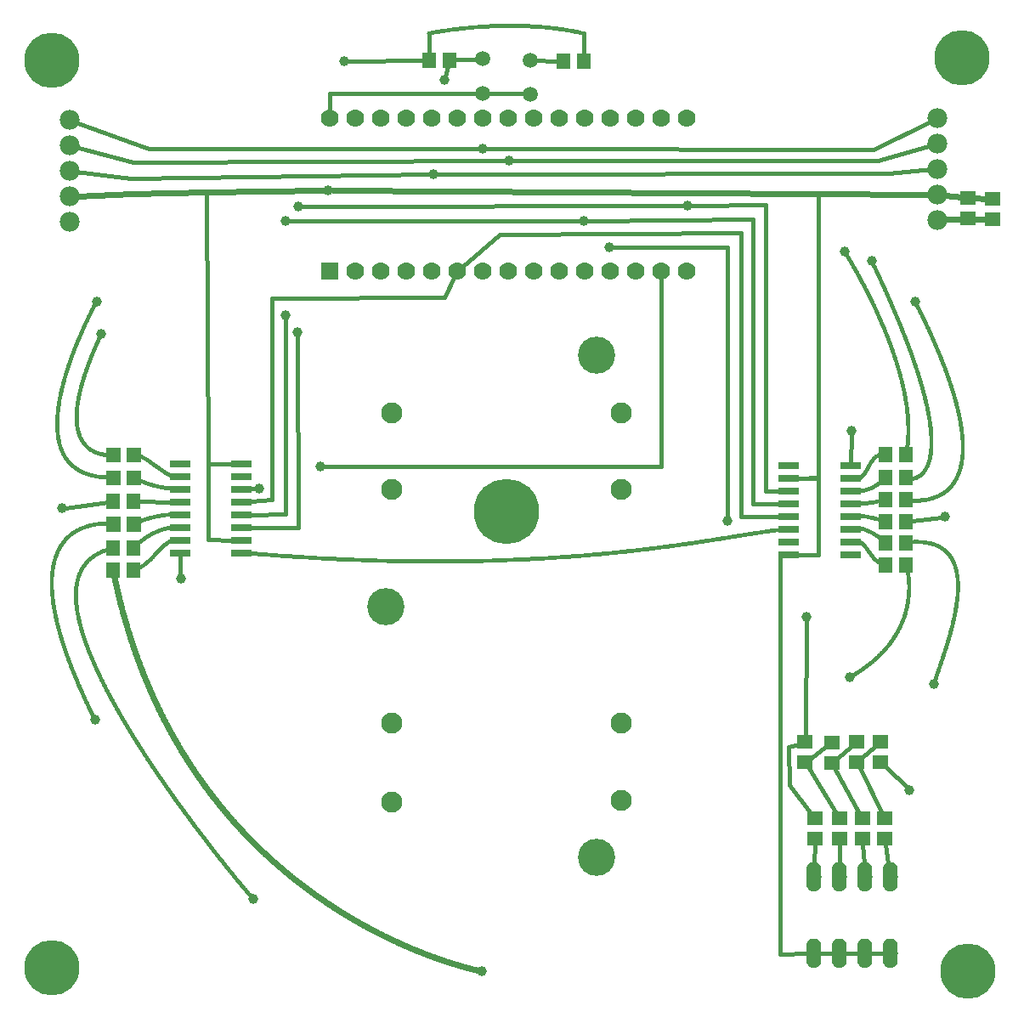
<source format=gtl>
G04 MADE WITH FRITZING*
G04 WWW.FRITZING.ORG*
G04 DOUBLE SIDED*
G04 HOLES PLATED*
G04 CONTOUR ON CENTER OF CONTOUR VECTOR*
%ASAXBY*%
%FSLAX23Y23*%
%MOIN*%
%OFA0B0*%
%SFA1.0B1.0*%
%ADD10C,0.039370*%
%ADD11C,0.058189*%
%ADD12C,0.059055*%
%ADD13C,0.070000*%
%ADD14C,0.082677*%
%ADD15C,0.255905*%
%ADD16C,0.145669*%
%ADD17C,0.216535*%
%ADD18C,0.078000*%
%ADD19R,0.070000X0.069972*%
%ADD20R,0.080000X0.026000*%
%ADD21R,0.055118X0.059055*%
%ADD22R,0.059055X0.055118*%
%ADD23C,0.016000*%
%ADD24C,0.024000*%
%ADD25R,0.001000X0.001000*%
%LNCOPPER1*%
G90*
G70*
G54D10*
X3547Y878D03*
X1721Y3663D03*
X995Y2059D03*
X1236Y2148D03*
G54D11*
X3172Y236D03*
X3272Y236D03*
X3372Y236D03*
X3472Y236D03*
X3472Y536D03*
X3372Y536D03*
X3272Y536D03*
X3172Y536D03*
X3172Y236D03*
X3272Y236D03*
X3372Y236D03*
X3472Y236D03*
X3472Y536D03*
X3372Y536D03*
X3272Y536D03*
X3172Y536D03*
G54D10*
X1328Y3737D03*
G54D12*
X1873Y3745D03*
X1873Y3611D03*
X1873Y3745D03*
X1873Y3611D03*
X2058Y3741D03*
X2058Y3607D03*
X2058Y3741D03*
X2058Y3607D03*
G54D13*
X1273Y2914D03*
X1373Y2914D03*
X1473Y2914D03*
X1573Y2914D03*
X1673Y2914D03*
X1773Y2914D03*
X1873Y2914D03*
X1973Y2914D03*
X2073Y2914D03*
X2173Y2914D03*
X2273Y2914D03*
X2373Y2914D03*
X2473Y2914D03*
X2573Y2914D03*
X2673Y2914D03*
X1273Y3514D03*
X1373Y3514D03*
X1473Y3514D03*
X1573Y3514D03*
X1673Y3514D03*
X1773Y3514D03*
X1873Y3514D03*
X1973Y3514D03*
X2073Y3514D03*
X2173Y3514D03*
X2273Y3514D03*
X2373Y3514D03*
X2473Y3514D03*
X2573Y3514D03*
X2673Y3514D03*
G54D10*
X1870Y165D03*
X973Y450D03*
X351Y1153D03*
X358Y2792D03*
X377Y2666D03*
X688Y1708D03*
X223Y1982D03*
X1100Y2739D03*
X1147Y2672D03*
X1150Y3165D03*
X1100Y3110D03*
X2269Y3110D03*
X2675Y3169D03*
X3141Y1556D03*
X2370Y3008D03*
X3398Y2954D03*
X3569Y2794D03*
X3644Y1294D03*
X3685Y1949D03*
X3313Y1319D03*
X3292Y2989D03*
X3320Y2285D03*
X2832Y1934D03*
X1678Y3293D03*
X1975Y3345D03*
X1267Y3230D03*
X1873Y3392D03*
G54D14*
X2415Y2358D03*
X2415Y2055D03*
X1515Y2055D03*
X1515Y2358D03*
X1515Y829D03*
X1515Y1140D03*
X2415Y1140D03*
X2415Y837D03*
G54D15*
X1965Y1971D03*
G54D16*
X2319Y2582D03*
X1492Y1597D03*
X2319Y613D03*
G54D17*
X184Y181D03*
X3751Y3749D03*
X183Y3741D03*
X3776Y167D03*
G54D18*
X252Y3106D03*
X252Y3206D03*
X252Y3306D03*
X252Y3406D03*
X252Y3506D03*
X3657Y3114D03*
X3657Y3214D03*
X3657Y3314D03*
X3657Y3414D03*
X3657Y3514D03*
G54D19*
X1273Y2914D03*
G54D20*
X685Y2158D03*
X685Y2108D03*
X685Y2058D03*
X685Y2008D03*
X685Y1958D03*
X685Y1908D03*
X685Y1858D03*
X685Y1808D03*
X927Y1808D03*
X927Y1858D03*
X927Y1908D03*
X927Y1958D03*
X927Y2008D03*
X927Y2058D03*
X927Y2108D03*
X927Y2158D03*
G54D21*
X504Y1739D03*
X423Y1739D03*
X504Y1825D03*
X423Y1825D03*
X504Y2011D03*
X423Y2011D03*
G54D20*
X3316Y1800D03*
X3316Y1850D03*
X3316Y1900D03*
X3316Y1950D03*
X3316Y2000D03*
X3316Y2050D03*
X3316Y2100D03*
X3316Y2150D03*
X3074Y2150D03*
X3074Y2100D03*
X3074Y2050D03*
X3074Y2000D03*
X3074Y1950D03*
X3074Y1900D03*
X3074Y1850D03*
X3074Y1800D03*
G54D21*
X3453Y2193D03*
X3534Y2193D03*
X3453Y2104D03*
X3534Y2104D03*
X3453Y2015D03*
X3534Y2015D03*
X3453Y1929D03*
X3534Y1929D03*
X3453Y1847D03*
X3534Y1847D03*
X3453Y1760D03*
X3534Y1760D03*
G54D22*
X3449Y766D03*
X3449Y685D03*
X3362Y766D03*
X3362Y685D03*
X3272Y766D03*
X3272Y685D03*
X3177Y766D03*
X3177Y685D03*
X3137Y1065D03*
X3137Y985D03*
X3241Y1064D03*
X3241Y984D03*
X3340Y1066D03*
X3340Y986D03*
X3434Y1068D03*
X3434Y988D03*
X3872Y3116D03*
X3872Y3197D03*
X3775Y3119D03*
X3775Y3200D03*
G54D21*
X1743Y3741D03*
X1662Y3741D03*
X2188Y3737D03*
X2269Y3737D03*
G54D23*
X3538Y887D02*
X3457Y966D01*
D02*
X3141Y1542D02*
X3138Y1087D01*
G54D24*
D02*
X3626Y3214D02*
X1286Y3230D01*
G54D23*
D02*
X3265Y1004D02*
X3316Y1046D01*
D02*
X3161Y1003D02*
X3217Y1046D01*
D02*
X3364Y1007D02*
X3410Y1047D01*
D02*
X3188Y1800D02*
X3188Y2104D01*
D02*
X3188Y2104D02*
X3108Y2101D01*
D02*
X3108Y1800D02*
X3188Y1800D01*
D02*
X3188Y2100D02*
X3108Y2100D01*
D02*
X3188Y3215D02*
X3188Y2100D01*
D02*
X3632Y3214D02*
X3188Y3215D01*
D02*
X1765Y3742D02*
X1857Y3744D01*
D02*
X1725Y3676D02*
X1736Y3717D01*
D02*
X1640Y3741D02*
X1342Y3737D01*
D02*
X1662Y3845D02*
X1662Y3765D01*
D02*
X2269Y3761D02*
X2269Y3845D01*
D02*
X2573Y2148D02*
X1249Y2148D01*
D02*
X982Y2059D02*
X962Y2059D01*
D02*
X2573Y2891D02*
X2573Y2148D01*
D02*
X3320Y2272D02*
X3316Y2157D01*
D02*
X687Y1721D02*
X686Y1800D01*
D02*
X1273Y3611D02*
X1857Y3611D01*
D02*
X1273Y3538D02*
X1273Y3611D01*
G54D24*
D02*
X3686Y3210D02*
X3751Y3203D01*
D02*
X3799Y3118D02*
X3848Y3117D01*
D02*
X3751Y3118D02*
X3687Y3115D01*
G54D23*
D02*
X2073Y3740D02*
X2166Y3737D01*
D02*
X2058Y3611D02*
X2058Y3623D01*
D02*
X1888Y3611D02*
X2058Y3611D01*
D02*
X1150Y1908D02*
X962Y1908D01*
D02*
X1100Y1959D02*
X962Y1958D01*
D02*
X795Y2158D02*
X893Y2158D01*
D02*
X790Y3223D02*
X795Y2158D01*
D02*
X795Y1859D02*
X893Y1858D01*
D02*
X795Y2158D02*
X795Y1859D01*
D02*
X236Y1984D02*
X401Y2008D01*
D02*
X1938Y3056D02*
X2885Y3062D01*
D02*
X2885Y1950D02*
X3040Y1950D01*
D02*
X2885Y3062D02*
X2885Y1950D01*
D02*
X1791Y2929D02*
X1938Y3056D01*
D02*
X526Y2010D02*
X651Y2008D01*
D02*
X1722Y2811D02*
X1047Y2806D01*
D02*
X1047Y2806D02*
X1047Y2017D01*
D02*
X1047Y2017D02*
X962Y2010D01*
D02*
X1763Y2893D02*
X1722Y2811D01*
D02*
X1100Y2726D02*
X1100Y1959D01*
D02*
X1147Y2659D02*
X1150Y1908D01*
D02*
X2661Y3169D02*
X1163Y3165D01*
D02*
X2688Y3169D02*
X2982Y3174D01*
D02*
X1113Y3110D02*
X2256Y3110D01*
D02*
X2282Y3110D02*
X2933Y3116D01*
D02*
X3671Y1947D02*
X3556Y1932D01*
D02*
X2982Y3174D02*
X2982Y2050D01*
D02*
X2982Y2050D02*
X3040Y2050D01*
D02*
X2933Y2000D02*
X2933Y3116D01*
D02*
X3040Y2000D02*
X2933Y2000D01*
D02*
X2832Y3008D02*
X2384Y3008D01*
D02*
X2832Y1947D02*
X2832Y3008D01*
D02*
X1988Y3345D02*
X3423Y3347D01*
D02*
X502Y3341D02*
X1961Y3345D01*
D02*
X3423Y3347D02*
X3633Y3407D01*
D02*
X276Y3400D02*
X502Y3341D01*
D02*
X1886Y3392D02*
X3406Y3391D01*
D02*
X562Y3393D02*
X1859Y3392D01*
D02*
X3406Y3391D02*
X3635Y3503D01*
D02*
X275Y3497D02*
X562Y3393D01*
D02*
X1692Y3293D02*
X3467Y3297D01*
D02*
X3467Y3297D02*
X3632Y3312D01*
D02*
X491Y3278D02*
X1665Y3293D01*
D02*
X277Y3303D02*
X491Y3278D01*
G54D24*
D02*
X790Y3223D02*
X495Y3217D01*
D02*
X1248Y3230D02*
X790Y3223D01*
D02*
X495Y3217D02*
X282Y3207D01*
D02*
X3799Y3199D02*
X3848Y3198D01*
G54D23*
D02*
X3464Y589D02*
X3452Y663D01*
D02*
X3368Y589D02*
X3364Y663D01*
D02*
X3272Y589D02*
X3272Y663D01*
D02*
X3050Y1800D02*
X3038Y1800D01*
D02*
X3038Y1800D02*
X3038Y234D01*
D02*
X3038Y234D02*
X3147Y236D01*
D02*
X3074Y1800D02*
X3050Y1800D01*
D02*
X3176Y663D02*
X3173Y589D01*
D02*
X3351Y964D02*
X3438Y788D01*
D02*
X3254Y962D02*
X3350Y788D01*
D02*
X3259Y788D02*
X3151Y963D01*
D02*
X3075Y897D02*
X3160Y788D01*
D02*
X3113Y1058D02*
X3072Y1045D01*
D02*
X3072Y1045D02*
X3075Y897D01*
D02*
X3402Y236D02*
X3441Y236D01*
D02*
X3302Y236D02*
X3341Y236D01*
D02*
X3241Y236D02*
X3202Y236D01*
G36*
X476Y1890D02*
X476Y1949D01*
X531Y1949D01*
X531Y1890D01*
X476Y1890D01*
G37*
D02*
G36*
X396Y1890D02*
X396Y1949D01*
X451Y1949D01*
X451Y1890D01*
X396Y1890D01*
G37*
D02*
G36*
X476Y2072D02*
X476Y2131D01*
X531Y2131D01*
X531Y2072D01*
X476Y2072D01*
G37*
D02*
G36*
X396Y2072D02*
X396Y2131D01*
X451Y2131D01*
X451Y2072D01*
X396Y2072D01*
G37*
D02*
G36*
X476Y2162D02*
X476Y2221D01*
X531Y2221D01*
X531Y2162D01*
X476Y2162D01*
G37*
D02*
G36*
X396Y2162D02*
X396Y2221D01*
X451Y2221D01*
X451Y2162D01*
X396Y2162D01*
G37*
D02*
G54D25*
X1925Y3882D02*
X2036Y3882D01*
X1900Y3881D02*
X2060Y3881D01*
X1882Y3880D02*
X2078Y3880D01*
X1866Y3879D02*
X2092Y3879D01*
X1852Y3878D02*
X2105Y3878D01*
X1839Y3877D02*
X2116Y3877D01*
X1827Y3876D02*
X2127Y3876D01*
X1816Y3875D02*
X2137Y3875D01*
X1807Y3874D02*
X2145Y3874D01*
X1797Y3873D02*
X2154Y3873D01*
X1788Y3872D02*
X2162Y3872D01*
X1778Y3871D02*
X2169Y3871D01*
X1770Y3870D02*
X2177Y3870D01*
X1762Y3869D02*
X2184Y3869D01*
X1754Y3868D02*
X2191Y3868D01*
X1746Y3867D02*
X2197Y3867D01*
X1739Y3866D02*
X1924Y3866D01*
X2038Y3866D02*
X2203Y3866D01*
X1732Y3865D02*
X1900Y3865D01*
X2061Y3865D02*
X2209Y3865D01*
X1725Y3864D02*
X1881Y3864D01*
X2079Y3864D02*
X2215Y3864D01*
X1718Y3863D02*
X1866Y3863D01*
X2093Y3863D02*
X2221Y3863D01*
X1712Y3862D02*
X1852Y3862D01*
X2106Y3862D02*
X2226Y3862D01*
X1705Y3861D02*
X1839Y3861D01*
X2117Y3861D02*
X2231Y3861D01*
X1699Y3860D02*
X1827Y3860D01*
X2127Y3860D02*
X2237Y3860D01*
X1693Y3859D02*
X1816Y3859D01*
X2137Y3859D02*
X2242Y3859D01*
X1687Y3858D02*
X1806Y3858D01*
X2146Y3858D02*
X2247Y3858D01*
X1682Y3857D02*
X1797Y3857D01*
X2154Y3857D02*
X2251Y3857D01*
X1676Y3856D02*
X1788Y3856D01*
X2162Y3856D02*
X2256Y3856D01*
X1671Y3855D02*
X1778Y3855D01*
X2170Y3855D02*
X2260Y3855D01*
X1666Y3854D02*
X1770Y3854D01*
X2177Y3854D02*
X2265Y3854D01*
X1661Y3853D02*
X1762Y3853D01*
X2184Y3853D02*
X2270Y3853D01*
X1658Y3852D02*
X1754Y3852D01*
X2190Y3852D02*
X2272Y3852D01*
X1657Y3851D02*
X1746Y3851D01*
X2197Y3851D02*
X2274Y3851D01*
X1656Y3850D02*
X1739Y3850D01*
X2203Y3850D02*
X2274Y3850D01*
X1655Y3849D02*
X1732Y3849D01*
X2209Y3849D02*
X2275Y3849D01*
X1655Y3848D02*
X1725Y3848D01*
X2215Y3848D02*
X2276Y3848D01*
X1654Y3847D02*
X1718Y3847D01*
X2220Y3847D02*
X2276Y3847D01*
X1654Y3846D02*
X1712Y3846D01*
X2225Y3846D02*
X2276Y3846D01*
X1654Y3845D02*
X1706Y3845D01*
X2231Y3845D02*
X2276Y3845D01*
X1654Y3844D02*
X1700Y3844D01*
X2236Y3844D02*
X2276Y3844D01*
X1654Y3843D02*
X1693Y3843D01*
X2241Y3843D02*
X2276Y3843D01*
X1655Y3842D02*
X1688Y3842D01*
X2246Y3842D02*
X2275Y3842D01*
X1655Y3841D02*
X1682Y3841D01*
X2250Y3841D02*
X2275Y3841D01*
X1656Y3840D02*
X1676Y3840D01*
X2255Y3840D02*
X2274Y3840D01*
X1657Y3839D02*
X1671Y3839D01*
X2260Y3839D02*
X2273Y3839D01*
X1658Y3838D02*
X1666Y3838D01*
X2264Y3838D02*
X2272Y3838D01*
X3290Y2997D02*
X3293Y2997D01*
X3287Y2996D02*
X3295Y2996D01*
X3286Y2995D02*
X3297Y2995D01*
X3285Y2994D02*
X3297Y2994D01*
X3285Y2993D02*
X3298Y2993D01*
X3284Y2992D02*
X3299Y2992D01*
X3284Y2991D02*
X3299Y2991D01*
X3284Y2990D02*
X3300Y2990D01*
X3284Y2989D02*
X3301Y2989D01*
X3284Y2988D02*
X3301Y2988D01*
X3284Y2987D02*
X3302Y2987D01*
X3285Y2986D02*
X3303Y2986D01*
X3285Y2985D02*
X3303Y2985D01*
X3286Y2984D02*
X3304Y2984D01*
X3287Y2983D02*
X3304Y2983D01*
X3287Y2982D02*
X3305Y2982D01*
X3288Y2981D02*
X3306Y2981D01*
X3288Y2980D02*
X3306Y2980D01*
X3289Y2979D02*
X3307Y2979D01*
X3290Y2978D02*
X3307Y2978D01*
X3290Y2977D02*
X3308Y2977D01*
X3291Y2976D02*
X3309Y2976D01*
X3292Y2975D02*
X3309Y2975D01*
X3292Y2974D02*
X3310Y2974D01*
X3293Y2973D02*
X3311Y2973D01*
X3293Y2972D02*
X3311Y2972D01*
X3294Y2971D02*
X3312Y2971D01*
X3295Y2970D02*
X3312Y2970D01*
X3295Y2969D02*
X3313Y2969D01*
X3296Y2968D02*
X3314Y2968D01*
X3296Y2967D02*
X3314Y2967D01*
X3297Y2966D02*
X3315Y2966D01*
X3298Y2965D02*
X3315Y2965D01*
X3298Y2964D02*
X3316Y2964D01*
X3299Y2963D02*
X3317Y2963D01*
X3300Y2962D02*
X3317Y2962D01*
X3397Y2962D02*
X3397Y2962D01*
X3300Y2961D02*
X3318Y2961D01*
X3394Y2961D02*
X3401Y2961D01*
X3301Y2960D02*
X3318Y2960D01*
X3393Y2960D02*
X3402Y2960D01*
X3301Y2959D02*
X3319Y2959D01*
X3392Y2959D02*
X3403Y2959D01*
X3302Y2958D02*
X3320Y2958D01*
X3391Y2958D02*
X3404Y2958D01*
X3303Y2957D02*
X3320Y2957D01*
X3391Y2957D02*
X3404Y2957D01*
X3303Y2956D02*
X3321Y2956D01*
X3390Y2956D02*
X3405Y2956D01*
X3304Y2955D02*
X3321Y2955D01*
X3390Y2955D02*
X3405Y2955D01*
X3304Y2954D02*
X3322Y2954D01*
X3390Y2954D02*
X3406Y2954D01*
X3305Y2953D02*
X3323Y2953D01*
X3390Y2953D02*
X3406Y2953D01*
X3305Y2952D02*
X3323Y2952D01*
X3390Y2952D02*
X3407Y2952D01*
X3306Y2951D02*
X3324Y2951D01*
X3391Y2951D02*
X3407Y2951D01*
X3307Y2950D02*
X3324Y2950D01*
X3391Y2950D02*
X3408Y2950D01*
X3307Y2949D02*
X3325Y2949D01*
X3391Y2949D02*
X3408Y2949D01*
X3308Y2948D02*
X3325Y2948D01*
X3392Y2948D02*
X3409Y2948D01*
X3308Y2947D02*
X3326Y2947D01*
X3392Y2947D02*
X3409Y2947D01*
X3309Y2946D02*
X3327Y2946D01*
X3393Y2946D02*
X3410Y2946D01*
X3310Y2945D02*
X3327Y2945D01*
X3393Y2945D02*
X3410Y2945D01*
X3310Y2944D02*
X3328Y2944D01*
X3394Y2944D02*
X3411Y2944D01*
X3311Y2943D02*
X3328Y2943D01*
X3394Y2943D02*
X3411Y2943D01*
X3311Y2942D02*
X3329Y2942D01*
X3395Y2942D02*
X3411Y2942D01*
X3312Y2941D02*
X3329Y2941D01*
X3395Y2941D02*
X3412Y2941D01*
X3313Y2940D02*
X3330Y2940D01*
X3396Y2940D02*
X3412Y2940D01*
X3313Y2939D02*
X3331Y2939D01*
X3396Y2939D02*
X3413Y2939D01*
X3314Y2938D02*
X3331Y2938D01*
X3397Y2938D02*
X3413Y2938D01*
X3314Y2937D02*
X3332Y2937D01*
X3397Y2937D02*
X3414Y2937D01*
X3315Y2936D02*
X3332Y2936D01*
X3398Y2936D02*
X3414Y2936D01*
X3316Y2935D02*
X3333Y2935D01*
X3398Y2935D02*
X3415Y2935D01*
X3316Y2934D02*
X3334Y2934D01*
X3399Y2934D02*
X3415Y2934D01*
X3317Y2933D02*
X3334Y2933D01*
X3399Y2933D02*
X3416Y2933D01*
X3317Y2932D02*
X3335Y2932D01*
X3400Y2932D02*
X3416Y2932D01*
X3318Y2931D02*
X3335Y2931D01*
X3400Y2931D02*
X3417Y2931D01*
X3318Y2930D02*
X3336Y2930D01*
X3400Y2930D02*
X3417Y2930D01*
X3319Y2929D02*
X3336Y2929D01*
X3401Y2929D02*
X3418Y2929D01*
X3320Y2928D02*
X3337Y2928D01*
X3401Y2928D02*
X3418Y2928D01*
X3320Y2927D02*
X3338Y2927D01*
X3402Y2927D02*
X3419Y2927D01*
X3321Y2926D02*
X3338Y2926D01*
X3402Y2926D02*
X3419Y2926D01*
X3321Y2925D02*
X3339Y2925D01*
X3403Y2925D02*
X3420Y2925D01*
X3322Y2924D02*
X3339Y2924D01*
X3403Y2924D02*
X3420Y2924D01*
X3322Y2923D02*
X3340Y2923D01*
X3404Y2923D02*
X3421Y2923D01*
X3323Y2922D02*
X3340Y2922D01*
X3404Y2922D02*
X3421Y2922D01*
X3324Y2921D02*
X3341Y2921D01*
X3405Y2921D02*
X3421Y2921D01*
X3324Y2920D02*
X3342Y2920D01*
X3405Y2920D02*
X3422Y2920D01*
X3325Y2919D02*
X3342Y2919D01*
X3406Y2919D02*
X3422Y2919D01*
X3325Y2918D02*
X3343Y2918D01*
X3406Y2918D02*
X3423Y2918D01*
X3326Y2917D02*
X3343Y2917D01*
X3407Y2917D02*
X3423Y2917D01*
X3326Y2916D02*
X3344Y2916D01*
X3407Y2916D02*
X3424Y2916D01*
X3327Y2915D02*
X3344Y2915D01*
X3408Y2915D02*
X3424Y2915D01*
X3328Y2914D02*
X3345Y2914D01*
X3408Y2914D02*
X3425Y2914D01*
X3328Y2913D02*
X3345Y2913D01*
X3409Y2913D02*
X3425Y2913D01*
X3329Y2912D02*
X3346Y2912D01*
X3409Y2912D02*
X3426Y2912D01*
X3329Y2911D02*
X3347Y2911D01*
X3409Y2911D02*
X3426Y2911D01*
X3330Y2910D02*
X3347Y2910D01*
X3410Y2910D02*
X3427Y2910D01*
X3330Y2909D02*
X3348Y2909D01*
X3410Y2909D02*
X3427Y2909D01*
X3331Y2908D02*
X3348Y2908D01*
X3411Y2908D02*
X3428Y2908D01*
X3332Y2907D02*
X3349Y2907D01*
X3411Y2907D02*
X3428Y2907D01*
X3332Y2906D02*
X3349Y2906D01*
X3412Y2906D02*
X3428Y2906D01*
X3333Y2905D02*
X3350Y2905D01*
X3412Y2905D02*
X3429Y2905D01*
X3333Y2904D02*
X3350Y2904D01*
X3413Y2904D02*
X3429Y2904D01*
X3334Y2903D02*
X3351Y2903D01*
X3413Y2903D02*
X3430Y2903D01*
X3334Y2902D02*
X3351Y2902D01*
X3414Y2902D02*
X3430Y2902D01*
X3335Y2901D02*
X3352Y2901D01*
X3414Y2901D02*
X3431Y2901D01*
X3335Y2900D02*
X3353Y2900D01*
X3415Y2900D02*
X3431Y2900D01*
X3336Y2899D02*
X3353Y2899D01*
X3415Y2899D02*
X3432Y2899D01*
X3336Y2898D02*
X3354Y2898D01*
X3416Y2898D02*
X3432Y2898D01*
X3337Y2897D02*
X3354Y2897D01*
X3416Y2897D02*
X3433Y2897D01*
X3338Y2896D02*
X3355Y2896D01*
X3416Y2896D02*
X3433Y2896D01*
X3338Y2895D02*
X3355Y2895D01*
X3417Y2895D02*
X3434Y2895D01*
X3339Y2894D02*
X3356Y2894D01*
X3417Y2894D02*
X3434Y2894D01*
X3339Y2893D02*
X3356Y2893D01*
X3418Y2893D02*
X3435Y2893D01*
X3340Y2892D02*
X3357Y2892D01*
X3418Y2892D02*
X3435Y2892D01*
X3340Y2891D02*
X3357Y2891D01*
X3419Y2891D02*
X3435Y2891D01*
X3341Y2890D02*
X3358Y2890D01*
X3419Y2890D02*
X3436Y2890D01*
X3341Y2889D02*
X3359Y2889D01*
X3420Y2889D02*
X3436Y2889D01*
X3342Y2888D02*
X3359Y2888D01*
X3420Y2888D02*
X3437Y2888D01*
X3342Y2887D02*
X3360Y2887D01*
X3421Y2887D02*
X3437Y2887D01*
X3343Y2886D02*
X3360Y2886D01*
X3421Y2886D02*
X3438Y2886D01*
X3344Y2885D02*
X3361Y2885D01*
X3422Y2885D02*
X3438Y2885D01*
X3344Y2884D02*
X3361Y2884D01*
X3422Y2884D02*
X3439Y2884D01*
X3345Y2883D02*
X3362Y2883D01*
X3423Y2883D02*
X3439Y2883D01*
X3345Y2882D02*
X3362Y2882D01*
X3423Y2882D02*
X3440Y2882D01*
X3346Y2881D02*
X3363Y2881D01*
X3423Y2881D02*
X3440Y2881D01*
X3346Y2880D02*
X3364Y2880D01*
X3424Y2880D02*
X3441Y2880D01*
X3347Y2879D02*
X3364Y2879D01*
X3424Y2879D02*
X3441Y2879D01*
X3347Y2878D02*
X3365Y2878D01*
X3425Y2878D02*
X3441Y2878D01*
X3348Y2877D02*
X3365Y2877D01*
X3425Y2877D02*
X3442Y2877D01*
X3349Y2876D02*
X3366Y2876D01*
X3426Y2876D02*
X3442Y2876D01*
X3349Y2875D02*
X3366Y2875D01*
X3426Y2875D02*
X3443Y2875D01*
X3350Y2874D02*
X3367Y2874D01*
X3427Y2874D02*
X3443Y2874D01*
X3350Y2873D02*
X3367Y2873D01*
X3427Y2873D02*
X3444Y2873D01*
X3351Y2872D02*
X3368Y2872D01*
X3428Y2872D02*
X3444Y2872D01*
X3351Y2871D02*
X3368Y2871D01*
X3428Y2871D02*
X3445Y2871D01*
X3352Y2870D02*
X3369Y2870D01*
X3429Y2870D02*
X3445Y2870D01*
X3352Y2869D02*
X3369Y2869D01*
X3429Y2869D02*
X3446Y2869D01*
X3353Y2868D02*
X3370Y2868D01*
X3429Y2868D02*
X3446Y2868D01*
X3353Y2867D02*
X3370Y2867D01*
X3430Y2867D02*
X3447Y2867D01*
X3354Y2866D02*
X3371Y2866D01*
X3430Y2866D02*
X3447Y2866D01*
X3354Y2865D02*
X3372Y2865D01*
X3431Y2865D02*
X3447Y2865D01*
X3355Y2864D02*
X3372Y2864D01*
X3431Y2864D02*
X3448Y2864D01*
X3356Y2863D02*
X3373Y2863D01*
X3432Y2863D02*
X3448Y2863D01*
X3356Y2862D02*
X3373Y2862D01*
X3432Y2862D02*
X3449Y2862D01*
X3357Y2861D02*
X3374Y2861D01*
X3433Y2861D02*
X3449Y2861D01*
X3357Y2860D02*
X3374Y2860D01*
X3433Y2860D02*
X3450Y2860D01*
X3358Y2859D02*
X3375Y2859D01*
X3434Y2859D02*
X3450Y2859D01*
X3358Y2858D02*
X3375Y2858D01*
X3434Y2858D02*
X3451Y2858D01*
X3359Y2857D02*
X3376Y2857D01*
X3435Y2857D02*
X3451Y2857D01*
X3359Y2856D02*
X3376Y2856D01*
X3435Y2856D02*
X3452Y2856D01*
X3360Y2855D02*
X3377Y2855D01*
X3435Y2855D02*
X3452Y2855D01*
X3360Y2854D02*
X3377Y2854D01*
X3436Y2854D02*
X3452Y2854D01*
X3361Y2853D02*
X3378Y2853D01*
X3436Y2853D02*
X3453Y2853D01*
X3361Y2852D02*
X3378Y2852D01*
X3437Y2852D02*
X3453Y2852D01*
X3362Y2851D02*
X3379Y2851D01*
X3437Y2851D02*
X3454Y2851D01*
X3362Y2850D02*
X3379Y2850D01*
X3438Y2850D02*
X3454Y2850D01*
X3363Y2849D02*
X3380Y2849D01*
X3438Y2849D02*
X3455Y2849D01*
X3363Y2848D02*
X3380Y2848D01*
X3439Y2848D02*
X3455Y2848D01*
X3364Y2847D02*
X3381Y2847D01*
X3439Y2847D02*
X3456Y2847D01*
X3364Y2846D02*
X3381Y2846D01*
X3440Y2846D02*
X3456Y2846D01*
X3365Y2845D02*
X3382Y2845D01*
X3440Y2845D02*
X3457Y2845D01*
X3366Y2844D02*
X3382Y2844D01*
X3440Y2844D02*
X3457Y2844D01*
X3366Y2843D02*
X3383Y2843D01*
X3441Y2843D02*
X3457Y2843D01*
X3367Y2842D02*
X3383Y2842D01*
X3441Y2842D02*
X3458Y2842D01*
X3367Y2841D02*
X3384Y2841D01*
X3442Y2841D02*
X3458Y2841D01*
X3368Y2840D02*
X3384Y2840D01*
X3442Y2840D02*
X3459Y2840D01*
X3368Y2839D02*
X3385Y2839D01*
X3443Y2839D02*
X3459Y2839D01*
X3369Y2838D02*
X3386Y2838D01*
X3443Y2838D02*
X3460Y2838D01*
X3369Y2837D02*
X3386Y2837D01*
X3444Y2837D02*
X3460Y2837D01*
X3370Y2836D02*
X3387Y2836D01*
X3444Y2836D02*
X3461Y2836D01*
X3370Y2835D02*
X3387Y2835D01*
X3444Y2835D02*
X3461Y2835D01*
X3371Y2834D02*
X3388Y2834D01*
X3445Y2834D02*
X3462Y2834D01*
X3371Y2833D02*
X3388Y2833D01*
X3445Y2833D02*
X3462Y2833D01*
X3372Y2832D02*
X3389Y2832D01*
X3446Y2832D02*
X3462Y2832D01*
X3372Y2831D02*
X3389Y2831D01*
X3446Y2831D02*
X3463Y2831D01*
X3373Y2830D02*
X3390Y2830D01*
X3447Y2830D02*
X3463Y2830D01*
X3373Y2829D02*
X3390Y2829D01*
X3447Y2829D02*
X3464Y2829D01*
X3374Y2828D02*
X3391Y2828D01*
X3448Y2828D02*
X3464Y2828D01*
X3374Y2827D02*
X3391Y2827D01*
X3448Y2827D02*
X3465Y2827D01*
X3375Y2826D02*
X3392Y2826D01*
X3449Y2826D02*
X3465Y2826D01*
X3375Y2825D02*
X3392Y2825D01*
X3449Y2825D02*
X3466Y2825D01*
X3376Y2824D02*
X3393Y2824D01*
X3449Y2824D02*
X3466Y2824D01*
X3376Y2823D02*
X3393Y2823D01*
X3450Y2823D02*
X3466Y2823D01*
X3377Y2822D02*
X3394Y2822D01*
X3450Y2822D02*
X3467Y2822D01*
X3377Y2821D02*
X3394Y2821D01*
X3451Y2821D02*
X3467Y2821D01*
X3378Y2820D02*
X3395Y2820D01*
X3451Y2820D02*
X3468Y2820D01*
X3378Y2819D02*
X3395Y2819D01*
X3452Y2819D02*
X3468Y2819D01*
X3379Y2818D02*
X3396Y2818D01*
X3452Y2818D02*
X3469Y2818D01*
X3379Y2817D02*
X3396Y2817D01*
X3453Y2817D02*
X3469Y2817D01*
X3380Y2816D02*
X3397Y2816D01*
X3453Y2816D02*
X3470Y2816D01*
X3380Y2815D02*
X3397Y2815D01*
X3453Y2815D02*
X3470Y2815D01*
X3381Y2814D02*
X3398Y2814D01*
X3454Y2814D02*
X3470Y2814D01*
X3381Y2813D02*
X3398Y2813D01*
X3454Y2813D02*
X3471Y2813D01*
X3382Y2812D02*
X3399Y2812D01*
X3455Y2812D02*
X3471Y2812D01*
X3382Y2811D02*
X3399Y2811D01*
X3455Y2811D02*
X3472Y2811D01*
X3383Y2810D02*
X3400Y2810D01*
X3456Y2810D02*
X3472Y2810D01*
X3383Y2809D02*
X3400Y2809D01*
X3456Y2809D02*
X3473Y2809D01*
X3384Y2808D02*
X3401Y2808D01*
X3457Y2808D02*
X3473Y2808D01*
X3384Y2807D02*
X3401Y2807D01*
X3457Y2807D02*
X3473Y2807D01*
X3385Y2806D02*
X3402Y2806D01*
X3457Y2806D02*
X3474Y2806D01*
X3385Y2805D02*
X3402Y2805D01*
X3458Y2805D02*
X3474Y2805D01*
X3386Y2804D02*
X3403Y2804D01*
X3458Y2804D02*
X3475Y2804D01*
X3386Y2803D02*
X3403Y2803D01*
X3459Y2803D02*
X3475Y2803D01*
X3387Y2802D02*
X3404Y2802D01*
X3459Y2802D02*
X3476Y2802D01*
X3387Y2801D02*
X3404Y2801D01*
X3460Y2801D02*
X3476Y2801D01*
X3565Y2801D02*
X3572Y2801D01*
X359Y2800D02*
X359Y2800D01*
X3388Y2800D02*
X3404Y2800D01*
X3460Y2800D02*
X3477Y2800D01*
X3564Y2800D02*
X3573Y2800D01*
X357Y2799D02*
X361Y2799D01*
X3388Y2799D02*
X3405Y2799D01*
X3461Y2799D02*
X3477Y2799D01*
X3563Y2799D02*
X3574Y2799D01*
X356Y2798D02*
X362Y2798D01*
X3389Y2798D02*
X3405Y2798D01*
X3461Y2798D02*
X3477Y2798D01*
X3562Y2798D02*
X3575Y2798D01*
X354Y2797D02*
X363Y2797D01*
X3389Y2797D02*
X3406Y2797D01*
X3461Y2797D02*
X3478Y2797D01*
X3562Y2797D02*
X3575Y2797D01*
X353Y2796D02*
X364Y2796D01*
X3390Y2796D02*
X3406Y2796D01*
X3462Y2796D02*
X3478Y2796D01*
X3561Y2796D02*
X3576Y2796D01*
X351Y2795D02*
X364Y2795D01*
X3390Y2795D02*
X3407Y2795D01*
X3462Y2795D02*
X3479Y2795D01*
X3561Y2795D02*
X3576Y2795D01*
X350Y2794D02*
X364Y2794D01*
X3391Y2794D02*
X3407Y2794D01*
X3463Y2794D02*
X3479Y2794D01*
X3561Y2794D02*
X3577Y2794D01*
X349Y2793D02*
X365Y2793D01*
X3391Y2793D02*
X3408Y2793D01*
X3463Y2793D02*
X3480Y2793D01*
X3561Y2793D02*
X3577Y2793D01*
X349Y2792D02*
X365Y2792D01*
X3392Y2792D02*
X3408Y2792D01*
X3464Y2792D02*
X3480Y2792D01*
X3561Y2792D02*
X3578Y2792D01*
X348Y2791D02*
X365Y2791D01*
X3392Y2791D02*
X3409Y2791D01*
X3464Y2791D02*
X3481Y2791D01*
X3562Y2791D02*
X3578Y2791D01*
X348Y2790D02*
X349Y2790D01*
X351Y2790D02*
X364Y2790D01*
X3393Y2790D02*
X3409Y2790D01*
X3465Y2790D02*
X3481Y2790D01*
X3562Y2790D02*
X3579Y2790D01*
X347Y2789D02*
X349Y2789D01*
X352Y2789D02*
X364Y2789D01*
X3393Y2789D02*
X3410Y2789D01*
X3465Y2789D02*
X3481Y2789D01*
X3563Y2789D02*
X3579Y2789D01*
X346Y2788D02*
X350Y2788D01*
X354Y2788D02*
X364Y2788D01*
X3394Y2788D02*
X3410Y2788D01*
X3465Y2788D02*
X3482Y2788D01*
X3563Y2788D02*
X3580Y2788D01*
X346Y2787D02*
X351Y2787D01*
X355Y2787D02*
X363Y2787D01*
X3394Y2787D02*
X3411Y2787D01*
X3466Y2787D02*
X3482Y2787D01*
X3564Y2787D02*
X3580Y2787D01*
X345Y2786D02*
X352Y2786D01*
X357Y2786D02*
X363Y2786D01*
X3395Y2786D02*
X3411Y2786D01*
X3466Y2786D02*
X3483Y2786D01*
X3564Y2786D02*
X3581Y2786D01*
X345Y2785D02*
X353Y2785D01*
X358Y2785D02*
X362Y2785D01*
X3395Y2785D02*
X3412Y2785D01*
X3467Y2785D02*
X3483Y2785D01*
X3565Y2785D02*
X3581Y2785D01*
X344Y2784D02*
X361Y2784D01*
X3396Y2784D02*
X3412Y2784D01*
X3467Y2784D02*
X3484Y2784D01*
X3565Y2784D02*
X3582Y2784D01*
X344Y2783D02*
X361Y2783D01*
X3396Y2783D02*
X3413Y2783D01*
X3468Y2783D02*
X3484Y2783D01*
X3566Y2783D02*
X3582Y2783D01*
X343Y2782D02*
X360Y2782D01*
X3396Y2782D02*
X3413Y2782D01*
X3468Y2782D02*
X3484Y2782D01*
X3566Y2782D02*
X3583Y2782D01*
X343Y2781D02*
X360Y2781D01*
X3397Y2781D02*
X3414Y2781D01*
X3468Y2781D02*
X3485Y2781D01*
X3567Y2781D02*
X3583Y2781D01*
X342Y2780D02*
X359Y2780D01*
X3397Y2780D02*
X3414Y2780D01*
X3469Y2780D02*
X3485Y2780D01*
X3567Y2780D02*
X3584Y2780D01*
X342Y2779D02*
X359Y2779D01*
X3398Y2779D02*
X3415Y2779D01*
X3469Y2779D02*
X3486Y2779D01*
X3568Y2779D02*
X3584Y2779D01*
X341Y2778D02*
X358Y2778D01*
X3398Y2778D02*
X3415Y2778D01*
X3470Y2778D02*
X3486Y2778D01*
X3568Y2778D02*
X3585Y2778D01*
X341Y2777D02*
X358Y2777D01*
X3399Y2777D02*
X3415Y2777D01*
X3470Y2777D02*
X3487Y2777D01*
X3569Y2777D02*
X3585Y2777D01*
X340Y2776D02*
X357Y2776D01*
X3399Y2776D02*
X3416Y2776D01*
X3471Y2776D02*
X3487Y2776D01*
X3569Y2776D02*
X3586Y2776D01*
X340Y2775D02*
X357Y2775D01*
X3400Y2775D02*
X3416Y2775D01*
X3471Y2775D02*
X3487Y2775D01*
X3570Y2775D02*
X3586Y2775D01*
X339Y2774D02*
X356Y2774D01*
X3400Y2774D02*
X3417Y2774D01*
X3471Y2774D02*
X3488Y2774D01*
X3570Y2774D02*
X3587Y2774D01*
X339Y2773D02*
X356Y2773D01*
X3401Y2773D02*
X3417Y2773D01*
X3472Y2773D02*
X3488Y2773D01*
X3571Y2773D02*
X3587Y2773D01*
X338Y2772D02*
X355Y2772D01*
X3401Y2772D02*
X3418Y2772D01*
X3472Y2772D02*
X3489Y2772D01*
X3571Y2772D02*
X3588Y2772D01*
X338Y2771D02*
X355Y2771D01*
X3402Y2771D02*
X3418Y2771D01*
X3473Y2771D02*
X3489Y2771D01*
X3571Y2771D02*
X3588Y2771D01*
X337Y2770D02*
X354Y2770D01*
X3402Y2770D02*
X3419Y2770D01*
X3473Y2770D02*
X3490Y2770D01*
X3572Y2770D02*
X3589Y2770D01*
X337Y2769D02*
X354Y2769D01*
X3403Y2769D02*
X3419Y2769D01*
X3474Y2769D02*
X3490Y2769D01*
X3572Y2769D02*
X3589Y2769D01*
X336Y2768D02*
X353Y2768D01*
X3403Y2768D02*
X3420Y2768D01*
X3474Y2768D02*
X3490Y2768D01*
X3573Y2768D02*
X3590Y2768D01*
X335Y2767D02*
X353Y2767D01*
X3404Y2767D02*
X3420Y2767D01*
X3474Y2767D02*
X3491Y2767D01*
X3573Y2767D02*
X3590Y2767D01*
X335Y2766D02*
X352Y2766D01*
X3404Y2766D02*
X3421Y2766D01*
X3475Y2766D02*
X3491Y2766D01*
X3574Y2766D02*
X3591Y2766D01*
X334Y2765D02*
X351Y2765D01*
X3405Y2765D02*
X3421Y2765D01*
X3475Y2765D02*
X3492Y2765D01*
X3574Y2765D02*
X3591Y2765D01*
X334Y2764D02*
X351Y2764D01*
X3405Y2764D02*
X3422Y2764D01*
X3476Y2764D02*
X3492Y2764D01*
X3575Y2764D02*
X3592Y2764D01*
X333Y2763D02*
X350Y2763D01*
X3405Y2763D02*
X3422Y2763D01*
X3476Y2763D02*
X3493Y2763D01*
X3575Y2763D02*
X3592Y2763D01*
X333Y2762D02*
X350Y2762D01*
X3406Y2762D02*
X3422Y2762D01*
X3477Y2762D02*
X3493Y2762D01*
X3576Y2762D02*
X3593Y2762D01*
X333Y2761D02*
X349Y2761D01*
X3406Y2761D02*
X3423Y2761D01*
X3477Y2761D02*
X3493Y2761D01*
X3576Y2761D02*
X3593Y2761D01*
X332Y2760D02*
X349Y2760D01*
X3407Y2760D02*
X3423Y2760D01*
X3477Y2760D02*
X3494Y2760D01*
X3577Y2760D02*
X3594Y2760D01*
X332Y2759D02*
X348Y2759D01*
X3407Y2759D02*
X3424Y2759D01*
X3478Y2759D02*
X3494Y2759D01*
X3577Y2759D02*
X3594Y2759D01*
X331Y2758D02*
X348Y2758D01*
X3408Y2758D02*
X3424Y2758D01*
X3478Y2758D02*
X3495Y2758D01*
X3578Y2758D02*
X3595Y2758D01*
X331Y2757D02*
X347Y2757D01*
X3408Y2757D02*
X3425Y2757D01*
X3479Y2757D02*
X3495Y2757D01*
X3578Y2757D02*
X3595Y2757D01*
X330Y2756D02*
X347Y2756D01*
X3409Y2756D02*
X3425Y2756D01*
X3479Y2756D02*
X3496Y2756D01*
X3579Y2756D02*
X3596Y2756D01*
X330Y2755D02*
X346Y2755D01*
X3409Y2755D02*
X3426Y2755D01*
X3480Y2755D02*
X3496Y2755D01*
X3579Y2755D02*
X3596Y2755D01*
X329Y2754D02*
X346Y2754D01*
X3410Y2754D02*
X3426Y2754D01*
X3480Y2754D02*
X3496Y2754D01*
X3580Y2754D02*
X3597Y2754D01*
X329Y2753D02*
X345Y2753D01*
X3410Y2753D02*
X3427Y2753D01*
X3480Y2753D02*
X3497Y2753D01*
X3580Y2753D02*
X3597Y2753D01*
X328Y2752D02*
X345Y2752D01*
X3411Y2752D02*
X3427Y2752D01*
X3481Y2752D02*
X3497Y2752D01*
X3581Y2752D02*
X3598Y2752D01*
X328Y2751D02*
X344Y2751D01*
X3411Y2751D02*
X3427Y2751D01*
X3481Y2751D02*
X3498Y2751D01*
X3581Y2751D02*
X3598Y2751D01*
X327Y2750D02*
X344Y2750D01*
X3411Y2750D02*
X3428Y2750D01*
X3482Y2750D02*
X3498Y2750D01*
X3582Y2750D02*
X3599Y2750D01*
X327Y2749D02*
X343Y2749D01*
X3412Y2749D02*
X3428Y2749D01*
X3482Y2749D02*
X3499Y2749D01*
X3582Y2749D02*
X3599Y2749D01*
X326Y2748D02*
X343Y2748D01*
X3412Y2748D02*
X3429Y2748D01*
X3483Y2748D02*
X3499Y2748D01*
X3583Y2748D02*
X3600Y2748D01*
X326Y2747D02*
X342Y2747D01*
X3413Y2747D02*
X3429Y2747D01*
X3483Y2747D02*
X3499Y2747D01*
X3583Y2747D02*
X3600Y2747D01*
X325Y2746D02*
X342Y2746D01*
X3413Y2746D02*
X3430Y2746D01*
X3483Y2746D02*
X3500Y2746D01*
X3584Y2746D02*
X3601Y2746D01*
X325Y2745D02*
X341Y2745D01*
X3414Y2745D02*
X3430Y2745D01*
X3484Y2745D02*
X3500Y2745D01*
X3584Y2745D02*
X3601Y2745D01*
X324Y2744D02*
X341Y2744D01*
X3414Y2744D02*
X3431Y2744D01*
X3484Y2744D02*
X3501Y2744D01*
X3585Y2744D02*
X3602Y2744D01*
X324Y2743D02*
X340Y2743D01*
X3415Y2743D02*
X3431Y2743D01*
X3485Y2743D02*
X3501Y2743D01*
X3585Y2743D02*
X3602Y2743D01*
X323Y2742D02*
X340Y2742D01*
X3415Y2742D02*
X3432Y2742D01*
X3485Y2742D02*
X3501Y2742D01*
X3586Y2742D02*
X3603Y2742D01*
X323Y2741D02*
X339Y2741D01*
X3416Y2741D02*
X3432Y2741D01*
X3486Y2741D02*
X3502Y2741D01*
X3586Y2741D02*
X3603Y2741D01*
X322Y2740D02*
X339Y2740D01*
X3416Y2740D02*
X3432Y2740D01*
X3486Y2740D02*
X3502Y2740D01*
X3587Y2740D02*
X3603Y2740D01*
X322Y2739D02*
X338Y2739D01*
X3417Y2739D02*
X3433Y2739D01*
X3486Y2739D02*
X3503Y2739D01*
X3587Y2739D02*
X3604Y2739D01*
X321Y2738D02*
X338Y2738D01*
X3417Y2738D02*
X3433Y2738D01*
X3487Y2738D02*
X3503Y2738D01*
X3588Y2738D02*
X3604Y2738D01*
X321Y2737D02*
X337Y2737D01*
X3417Y2737D02*
X3434Y2737D01*
X3487Y2737D02*
X3504Y2737D01*
X3588Y2737D02*
X3605Y2737D01*
X320Y2736D02*
X337Y2736D01*
X3418Y2736D02*
X3434Y2736D01*
X3488Y2736D02*
X3504Y2736D01*
X3589Y2736D02*
X3605Y2736D01*
X320Y2735D02*
X336Y2735D01*
X3418Y2735D02*
X3435Y2735D01*
X3488Y2735D02*
X3504Y2735D01*
X3589Y2735D02*
X3606Y2735D01*
X319Y2734D02*
X336Y2734D01*
X3419Y2734D02*
X3435Y2734D01*
X3488Y2734D02*
X3505Y2734D01*
X3590Y2734D02*
X3606Y2734D01*
X319Y2733D02*
X336Y2733D01*
X3419Y2733D02*
X3436Y2733D01*
X3489Y2733D02*
X3505Y2733D01*
X3590Y2733D02*
X3607Y2733D01*
X318Y2732D02*
X335Y2732D01*
X3420Y2732D02*
X3436Y2732D01*
X3489Y2732D02*
X3506Y2732D01*
X3591Y2732D02*
X3607Y2732D01*
X318Y2731D02*
X335Y2731D01*
X3420Y2731D02*
X3436Y2731D01*
X3490Y2731D02*
X3506Y2731D01*
X3591Y2731D02*
X3608Y2731D01*
X317Y2730D02*
X334Y2730D01*
X3421Y2730D02*
X3437Y2730D01*
X3490Y2730D02*
X3507Y2730D01*
X3592Y2730D02*
X3608Y2730D01*
X317Y2729D02*
X334Y2729D01*
X3421Y2729D02*
X3437Y2729D01*
X3491Y2729D02*
X3507Y2729D01*
X3592Y2729D02*
X3609Y2729D01*
X316Y2728D02*
X333Y2728D01*
X3421Y2728D02*
X3438Y2728D01*
X3491Y2728D02*
X3507Y2728D01*
X3592Y2728D02*
X3609Y2728D01*
X316Y2727D02*
X333Y2727D01*
X3422Y2727D02*
X3438Y2727D01*
X3491Y2727D02*
X3508Y2727D01*
X3593Y2727D02*
X3610Y2727D01*
X315Y2726D02*
X332Y2726D01*
X3422Y2726D02*
X3439Y2726D01*
X3492Y2726D02*
X3508Y2726D01*
X3593Y2726D02*
X3610Y2726D01*
X315Y2725D02*
X332Y2725D01*
X3423Y2725D02*
X3439Y2725D01*
X3492Y2725D02*
X3509Y2725D01*
X3594Y2725D02*
X3611Y2725D01*
X314Y2724D02*
X331Y2724D01*
X3423Y2724D02*
X3440Y2724D01*
X3493Y2724D02*
X3509Y2724D01*
X3594Y2724D02*
X3611Y2724D01*
X314Y2723D02*
X331Y2723D01*
X3424Y2723D02*
X3440Y2723D01*
X3493Y2723D02*
X3509Y2723D01*
X3595Y2723D02*
X3612Y2723D01*
X313Y2722D02*
X330Y2722D01*
X3424Y2722D02*
X3440Y2722D01*
X3494Y2722D02*
X3510Y2722D01*
X3595Y2722D02*
X3612Y2722D01*
X313Y2721D02*
X330Y2721D01*
X3424Y2721D02*
X3441Y2721D01*
X3494Y2721D02*
X3510Y2721D01*
X3596Y2721D02*
X3613Y2721D01*
X312Y2720D02*
X329Y2720D01*
X3425Y2720D02*
X3441Y2720D01*
X3494Y2720D02*
X3511Y2720D01*
X3596Y2720D02*
X3613Y2720D01*
X312Y2719D02*
X329Y2719D01*
X3425Y2719D02*
X3442Y2719D01*
X3495Y2719D02*
X3511Y2719D01*
X3597Y2719D02*
X3614Y2719D01*
X312Y2718D02*
X328Y2718D01*
X3426Y2718D02*
X3442Y2718D01*
X3495Y2718D02*
X3512Y2718D01*
X3597Y2718D02*
X3614Y2718D01*
X311Y2717D02*
X328Y2717D01*
X3426Y2717D02*
X3443Y2717D01*
X3496Y2717D02*
X3512Y2717D01*
X3598Y2717D02*
X3614Y2717D01*
X311Y2716D02*
X327Y2716D01*
X3427Y2716D02*
X3443Y2716D01*
X3496Y2716D02*
X3512Y2716D01*
X3598Y2716D02*
X3615Y2716D01*
X310Y2715D02*
X327Y2715D01*
X3427Y2715D02*
X3443Y2715D01*
X3496Y2715D02*
X3513Y2715D01*
X3599Y2715D02*
X3615Y2715D01*
X310Y2714D02*
X326Y2714D01*
X3428Y2714D02*
X3444Y2714D01*
X3497Y2714D02*
X3513Y2714D01*
X3599Y2714D02*
X3616Y2714D01*
X309Y2713D02*
X326Y2713D01*
X3428Y2713D02*
X3444Y2713D01*
X3497Y2713D02*
X3514Y2713D01*
X3600Y2713D02*
X3616Y2713D01*
X309Y2712D02*
X325Y2712D01*
X3428Y2712D02*
X3445Y2712D01*
X3498Y2712D02*
X3514Y2712D01*
X3600Y2712D02*
X3617Y2712D01*
X308Y2711D02*
X325Y2711D01*
X3429Y2711D02*
X3445Y2711D01*
X3498Y2711D02*
X3514Y2711D01*
X3601Y2711D02*
X3617Y2711D01*
X308Y2710D02*
X324Y2710D01*
X3429Y2710D02*
X3446Y2710D01*
X3499Y2710D02*
X3515Y2710D01*
X3601Y2710D02*
X3618Y2710D01*
X307Y2709D02*
X324Y2709D01*
X3430Y2709D02*
X3446Y2709D01*
X3499Y2709D02*
X3515Y2709D01*
X3602Y2709D02*
X3618Y2709D01*
X307Y2708D02*
X323Y2708D01*
X3430Y2708D02*
X3446Y2708D01*
X3499Y2708D02*
X3516Y2708D01*
X3602Y2708D02*
X3619Y2708D01*
X306Y2707D02*
X323Y2707D01*
X3431Y2707D02*
X3447Y2707D01*
X3500Y2707D02*
X3516Y2707D01*
X3603Y2707D02*
X3619Y2707D01*
X306Y2706D02*
X323Y2706D01*
X3431Y2706D02*
X3447Y2706D01*
X3500Y2706D02*
X3516Y2706D01*
X3603Y2706D02*
X3620Y2706D01*
X305Y2705D02*
X322Y2705D01*
X3431Y2705D02*
X3448Y2705D01*
X3501Y2705D02*
X3517Y2705D01*
X3603Y2705D02*
X3620Y2705D01*
X305Y2704D02*
X322Y2704D01*
X3432Y2704D02*
X3448Y2704D01*
X3501Y2704D02*
X3517Y2704D01*
X3604Y2704D02*
X3621Y2704D01*
X305Y2703D02*
X321Y2703D01*
X3432Y2703D02*
X3449Y2703D01*
X3501Y2703D02*
X3518Y2703D01*
X3604Y2703D02*
X3621Y2703D01*
X304Y2702D02*
X321Y2702D01*
X3433Y2702D02*
X3449Y2702D01*
X3502Y2702D02*
X3518Y2702D01*
X3605Y2702D02*
X3621Y2702D01*
X304Y2701D02*
X320Y2701D01*
X3433Y2701D02*
X3449Y2701D01*
X3502Y2701D02*
X3518Y2701D01*
X3605Y2701D02*
X3622Y2701D01*
X303Y2700D02*
X320Y2700D01*
X3434Y2700D02*
X3450Y2700D01*
X3503Y2700D02*
X3519Y2700D01*
X3606Y2700D02*
X3622Y2700D01*
X303Y2699D02*
X319Y2699D01*
X3434Y2699D02*
X3450Y2699D01*
X3503Y2699D02*
X3519Y2699D01*
X3606Y2699D02*
X3623Y2699D01*
X302Y2698D02*
X319Y2698D01*
X3434Y2698D02*
X3451Y2698D01*
X3503Y2698D02*
X3520Y2698D01*
X3607Y2698D02*
X3623Y2698D01*
X302Y2697D02*
X318Y2697D01*
X3435Y2697D02*
X3451Y2697D01*
X3504Y2697D02*
X3520Y2697D01*
X3607Y2697D02*
X3624Y2697D01*
X301Y2696D02*
X318Y2696D01*
X3435Y2696D02*
X3451Y2696D01*
X3504Y2696D02*
X3520Y2696D01*
X3608Y2696D02*
X3624Y2696D01*
X301Y2695D02*
X317Y2695D01*
X3436Y2695D02*
X3452Y2695D01*
X3505Y2695D02*
X3521Y2695D01*
X3608Y2695D02*
X3625Y2695D01*
X300Y2694D02*
X317Y2694D01*
X3436Y2694D02*
X3452Y2694D01*
X3505Y2694D02*
X3521Y2694D01*
X3609Y2694D02*
X3625Y2694D01*
X300Y2693D02*
X317Y2693D01*
X3437Y2693D02*
X3453Y2693D01*
X3505Y2693D02*
X3522Y2693D01*
X3609Y2693D02*
X3626Y2693D01*
X300Y2692D02*
X316Y2692D01*
X3437Y2692D02*
X3453Y2692D01*
X3506Y2692D02*
X3522Y2692D01*
X3609Y2692D02*
X3626Y2692D01*
X299Y2691D02*
X316Y2691D01*
X3437Y2691D02*
X3454Y2691D01*
X3506Y2691D02*
X3522Y2691D01*
X3610Y2691D02*
X3627Y2691D01*
X299Y2690D02*
X315Y2690D01*
X3438Y2690D02*
X3454Y2690D01*
X3507Y2690D02*
X3523Y2690D01*
X3610Y2690D02*
X3627Y2690D01*
X298Y2689D02*
X315Y2689D01*
X3438Y2689D02*
X3454Y2689D01*
X3507Y2689D02*
X3523Y2689D01*
X3611Y2689D02*
X3627Y2689D01*
X298Y2688D02*
X314Y2688D01*
X3439Y2688D02*
X3455Y2688D01*
X3507Y2688D02*
X3524Y2688D01*
X3611Y2688D02*
X3628Y2688D01*
X297Y2687D02*
X314Y2687D01*
X3439Y2687D02*
X3455Y2687D01*
X3508Y2687D02*
X3524Y2687D01*
X3612Y2687D02*
X3628Y2687D01*
X297Y2686D02*
X313Y2686D01*
X3439Y2686D02*
X3456Y2686D01*
X3508Y2686D02*
X3525Y2686D01*
X3612Y2686D02*
X3629Y2686D01*
X296Y2685D02*
X313Y2685D01*
X3440Y2685D02*
X3456Y2685D01*
X3509Y2685D02*
X3525Y2685D01*
X3613Y2685D02*
X3629Y2685D01*
X296Y2684D02*
X312Y2684D01*
X3440Y2684D02*
X3457Y2684D01*
X3509Y2684D02*
X3525Y2684D01*
X3613Y2684D02*
X3630Y2684D01*
X295Y2683D02*
X312Y2683D01*
X3441Y2683D02*
X3457Y2683D01*
X3509Y2683D02*
X3526Y2683D01*
X3614Y2683D02*
X3630Y2683D01*
X295Y2682D02*
X312Y2682D01*
X3441Y2682D02*
X3457Y2682D01*
X3510Y2682D02*
X3526Y2682D01*
X3614Y2682D02*
X3631Y2682D01*
X295Y2681D02*
X311Y2681D01*
X3442Y2681D02*
X3458Y2681D01*
X3510Y2681D02*
X3526Y2681D01*
X3615Y2681D02*
X3631Y2681D01*
X294Y2680D02*
X311Y2680D01*
X3442Y2680D02*
X3458Y2680D01*
X3511Y2680D02*
X3527Y2680D01*
X3615Y2680D02*
X3632Y2680D01*
X294Y2679D02*
X310Y2679D01*
X3442Y2679D02*
X3459Y2679D01*
X3511Y2679D02*
X3527Y2679D01*
X3615Y2679D02*
X3632Y2679D01*
X293Y2678D02*
X310Y2678D01*
X3443Y2678D02*
X3459Y2678D01*
X3511Y2678D02*
X3528Y2678D01*
X3616Y2678D02*
X3633Y2678D01*
X293Y2677D02*
X309Y2677D01*
X3443Y2677D02*
X3459Y2677D01*
X3512Y2677D02*
X3528Y2677D01*
X3616Y2677D02*
X3633Y2677D01*
X292Y2676D02*
X309Y2676D01*
X3444Y2676D02*
X3460Y2676D01*
X3512Y2676D02*
X3528Y2676D01*
X3617Y2676D02*
X3633Y2676D01*
X292Y2675D02*
X308Y2675D01*
X3444Y2675D02*
X3460Y2675D01*
X3513Y2675D02*
X3529Y2675D01*
X3617Y2675D02*
X3634Y2675D01*
X292Y2674D02*
X308Y2674D01*
X375Y2674D02*
X379Y2674D01*
X3444Y2674D02*
X3461Y2674D01*
X3513Y2674D02*
X3529Y2674D01*
X3618Y2674D02*
X3634Y2674D01*
X291Y2673D02*
X308Y2673D01*
X373Y2673D02*
X381Y2673D01*
X3445Y2673D02*
X3461Y2673D01*
X3513Y2673D02*
X3530Y2673D01*
X3618Y2673D02*
X3635Y2673D01*
X291Y2672D02*
X307Y2672D01*
X372Y2672D02*
X382Y2672D01*
X3445Y2672D02*
X3461Y2672D01*
X3514Y2672D02*
X3530Y2672D01*
X3619Y2672D02*
X3635Y2672D01*
X290Y2671D02*
X307Y2671D01*
X371Y2671D02*
X383Y2671D01*
X3446Y2671D02*
X3462Y2671D01*
X3514Y2671D02*
X3530Y2671D01*
X3619Y2671D02*
X3636Y2671D01*
X290Y2670D02*
X306Y2670D01*
X370Y2670D02*
X383Y2670D01*
X3446Y2670D02*
X3462Y2670D01*
X3515Y2670D02*
X3531Y2670D01*
X3620Y2670D02*
X3636Y2670D01*
X289Y2669D02*
X306Y2669D01*
X370Y2669D02*
X384Y2669D01*
X3446Y2669D02*
X3463Y2669D01*
X3515Y2669D02*
X3531Y2669D01*
X3620Y2669D02*
X3637Y2669D01*
X289Y2668D02*
X305Y2668D01*
X369Y2668D02*
X384Y2668D01*
X3447Y2668D02*
X3463Y2668D01*
X3515Y2668D02*
X3532Y2668D01*
X3620Y2668D02*
X3637Y2668D01*
X288Y2667D02*
X305Y2667D01*
X369Y2667D02*
X384Y2667D01*
X3447Y2667D02*
X3463Y2667D01*
X3516Y2667D02*
X3532Y2667D01*
X3621Y2667D02*
X3637Y2667D01*
X288Y2666D02*
X305Y2666D01*
X368Y2666D02*
X384Y2666D01*
X3448Y2666D02*
X3464Y2666D01*
X3516Y2666D02*
X3532Y2666D01*
X3621Y2666D02*
X3638Y2666D01*
X288Y2665D02*
X304Y2665D01*
X368Y2665D02*
X384Y2665D01*
X3448Y2665D02*
X3464Y2665D01*
X3517Y2665D02*
X3533Y2665D01*
X3622Y2665D02*
X3638Y2665D01*
X287Y2664D02*
X304Y2664D01*
X367Y2664D02*
X384Y2664D01*
X3448Y2664D02*
X3464Y2664D01*
X3517Y2664D02*
X3533Y2664D01*
X3622Y2664D02*
X3639Y2664D01*
X287Y2663D02*
X303Y2663D01*
X367Y2663D02*
X384Y2663D01*
X3449Y2663D02*
X3465Y2663D01*
X3517Y2663D02*
X3534Y2663D01*
X3623Y2663D02*
X3639Y2663D01*
X286Y2662D02*
X303Y2662D01*
X366Y2662D02*
X383Y2662D01*
X3449Y2662D02*
X3465Y2662D01*
X3518Y2662D02*
X3534Y2662D01*
X3623Y2662D02*
X3640Y2662D01*
X286Y2661D02*
X302Y2661D01*
X366Y2661D02*
X383Y2661D01*
X3450Y2661D02*
X3466Y2661D01*
X3518Y2661D02*
X3534Y2661D01*
X3624Y2661D02*
X3640Y2661D01*
X285Y2660D02*
X302Y2660D01*
X366Y2660D02*
X382Y2660D01*
X3450Y2660D02*
X3466Y2660D01*
X3519Y2660D02*
X3535Y2660D01*
X3624Y2660D02*
X3641Y2660D01*
X285Y2659D02*
X301Y2659D01*
X365Y2659D02*
X382Y2659D01*
X3450Y2659D02*
X3466Y2659D01*
X3519Y2659D02*
X3535Y2659D01*
X3625Y2659D02*
X3641Y2659D01*
X285Y2658D02*
X301Y2658D01*
X365Y2658D02*
X381Y2658D01*
X3451Y2658D02*
X3467Y2658D01*
X3519Y2658D02*
X3536Y2658D01*
X3625Y2658D02*
X3641Y2658D01*
X284Y2657D02*
X301Y2657D01*
X364Y2657D02*
X381Y2657D01*
X3451Y2657D02*
X3467Y2657D01*
X3520Y2657D02*
X3536Y2657D01*
X3625Y2657D02*
X3642Y2657D01*
X284Y2656D02*
X300Y2656D01*
X364Y2656D02*
X380Y2656D01*
X3452Y2656D02*
X3468Y2656D01*
X3520Y2656D02*
X3536Y2656D01*
X3626Y2656D02*
X3642Y2656D01*
X283Y2655D02*
X300Y2655D01*
X363Y2655D02*
X380Y2655D01*
X3452Y2655D02*
X3468Y2655D01*
X3521Y2655D02*
X3537Y2655D01*
X3626Y2655D02*
X3643Y2655D01*
X283Y2654D02*
X299Y2654D01*
X363Y2654D02*
X379Y2654D01*
X3452Y2654D02*
X3468Y2654D01*
X3521Y2654D02*
X3537Y2654D01*
X3627Y2654D02*
X3643Y2654D01*
X282Y2653D02*
X299Y2653D01*
X362Y2653D02*
X379Y2653D01*
X3453Y2653D02*
X3469Y2653D01*
X3521Y2653D02*
X3538Y2653D01*
X3627Y2653D02*
X3644Y2653D01*
X282Y2652D02*
X298Y2652D01*
X362Y2652D02*
X378Y2652D01*
X3453Y2652D02*
X3469Y2652D01*
X3522Y2652D02*
X3538Y2652D01*
X3628Y2652D02*
X3644Y2652D01*
X282Y2651D02*
X298Y2651D01*
X361Y2651D02*
X378Y2651D01*
X3454Y2651D02*
X3470Y2651D01*
X3522Y2651D02*
X3538Y2651D01*
X3628Y2651D02*
X3645Y2651D01*
X281Y2650D02*
X298Y2650D01*
X361Y2650D02*
X378Y2650D01*
X3454Y2650D02*
X3470Y2650D01*
X3523Y2650D02*
X3539Y2650D01*
X3629Y2650D02*
X3645Y2650D01*
X281Y2649D02*
X297Y2649D01*
X360Y2649D02*
X377Y2649D01*
X3454Y2649D02*
X3470Y2649D01*
X3523Y2649D02*
X3539Y2649D01*
X3629Y2649D02*
X3645Y2649D01*
X280Y2648D02*
X297Y2648D01*
X360Y2648D02*
X377Y2648D01*
X3455Y2648D02*
X3471Y2648D01*
X3523Y2648D02*
X3539Y2648D01*
X3629Y2648D02*
X3646Y2648D01*
X280Y2647D02*
X296Y2647D01*
X360Y2647D02*
X376Y2647D01*
X3455Y2647D02*
X3471Y2647D01*
X3524Y2647D02*
X3540Y2647D01*
X3630Y2647D02*
X3646Y2647D01*
X280Y2646D02*
X296Y2646D01*
X359Y2646D02*
X376Y2646D01*
X3456Y2646D02*
X3472Y2646D01*
X3524Y2646D02*
X3540Y2646D01*
X3630Y2646D02*
X3647Y2646D01*
X279Y2645D02*
X295Y2645D01*
X359Y2645D02*
X375Y2645D01*
X3456Y2645D02*
X3472Y2645D01*
X3524Y2645D02*
X3541Y2645D01*
X3631Y2645D02*
X3647Y2645D01*
X279Y2644D02*
X295Y2644D01*
X358Y2644D02*
X375Y2644D01*
X3456Y2644D02*
X3472Y2644D01*
X3525Y2644D02*
X3541Y2644D01*
X3631Y2644D02*
X3648Y2644D01*
X278Y2643D02*
X295Y2643D01*
X358Y2643D02*
X374Y2643D01*
X3457Y2643D02*
X3473Y2643D01*
X3525Y2643D02*
X3541Y2643D01*
X3632Y2643D02*
X3648Y2643D01*
X278Y2642D02*
X294Y2642D01*
X357Y2642D02*
X374Y2642D01*
X3457Y2642D02*
X3473Y2642D01*
X3526Y2642D02*
X3542Y2642D01*
X3632Y2642D02*
X3649Y2642D01*
X277Y2641D02*
X294Y2641D01*
X357Y2641D02*
X373Y2641D01*
X3457Y2641D02*
X3473Y2641D01*
X3526Y2641D02*
X3542Y2641D01*
X3633Y2641D02*
X3649Y2641D01*
X277Y2640D02*
X293Y2640D01*
X356Y2640D02*
X373Y2640D01*
X3458Y2640D02*
X3474Y2640D01*
X3526Y2640D02*
X3542Y2640D01*
X3633Y2640D02*
X3649Y2640D01*
X277Y2639D02*
X293Y2639D01*
X356Y2639D02*
X372Y2639D01*
X3458Y2639D02*
X3474Y2639D01*
X3527Y2639D02*
X3543Y2639D01*
X3633Y2639D02*
X3650Y2639D01*
X276Y2638D02*
X293Y2638D01*
X355Y2638D02*
X372Y2638D01*
X3459Y2638D02*
X3475Y2638D01*
X3527Y2638D02*
X3543Y2638D01*
X3634Y2638D02*
X3650Y2638D01*
X276Y2637D02*
X292Y2637D01*
X355Y2637D02*
X372Y2637D01*
X3459Y2637D02*
X3475Y2637D01*
X3528Y2637D02*
X3544Y2637D01*
X3634Y2637D02*
X3651Y2637D01*
X275Y2636D02*
X292Y2636D01*
X355Y2636D02*
X371Y2636D01*
X3459Y2636D02*
X3475Y2636D01*
X3528Y2636D02*
X3544Y2636D01*
X3635Y2636D02*
X3651Y2636D01*
X275Y2635D02*
X291Y2635D01*
X354Y2635D02*
X371Y2635D01*
X3460Y2635D02*
X3476Y2635D01*
X3528Y2635D02*
X3544Y2635D01*
X3635Y2635D02*
X3652Y2635D01*
X275Y2634D02*
X291Y2634D01*
X354Y2634D02*
X370Y2634D01*
X3460Y2634D02*
X3476Y2634D01*
X3529Y2634D02*
X3545Y2634D01*
X3636Y2634D02*
X3652Y2634D01*
X274Y2633D02*
X290Y2633D01*
X353Y2633D02*
X370Y2633D01*
X3460Y2633D02*
X3476Y2633D01*
X3529Y2633D02*
X3545Y2633D01*
X3636Y2633D02*
X3652Y2633D01*
X274Y2632D02*
X290Y2632D01*
X353Y2632D02*
X369Y2632D01*
X3461Y2632D02*
X3477Y2632D01*
X3529Y2632D02*
X3546Y2632D01*
X3636Y2632D02*
X3653Y2632D01*
X273Y2631D02*
X290Y2631D01*
X352Y2631D02*
X369Y2631D01*
X3461Y2631D02*
X3477Y2631D01*
X3530Y2631D02*
X3546Y2631D01*
X3637Y2631D02*
X3653Y2631D01*
X273Y2630D02*
X289Y2630D01*
X352Y2630D02*
X368Y2630D01*
X3462Y2630D02*
X3478Y2630D01*
X3530Y2630D02*
X3546Y2630D01*
X3637Y2630D02*
X3654Y2630D01*
X273Y2629D02*
X289Y2629D01*
X351Y2629D02*
X368Y2629D01*
X3462Y2629D02*
X3478Y2629D01*
X3531Y2629D02*
X3547Y2629D01*
X3638Y2629D02*
X3654Y2629D01*
X272Y2628D02*
X288Y2628D01*
X351Y2628D02*
X368Y2628D01*
X3462Y2628D02*
X3478Y2628D01*
X3531Y2628D02*
X3547Y2628D01*
X3638Y2628D02*
X3655Y2628D01*
X272Y2627D02*
X288Y2627D01*
X351Y2627D02*
X367Y2627D01*
X3463Y2627D02*
X3479Y2627D01*
X3531Y2627D02*
X3547Y2627D01*
X3639Y2627D02*
X3655Y2627D01*
X271Y2626D02*
X288Y2626D01*
X350Y2626D02*
X367Y2626D01*
X3463Y2626D02*
X3479Y2626D01*
X3532Y2626D02*
X3548Y2626D01*
X3639Y2626D02*
X3655Y2626D01*
X271Y2625D02*
X287Y2625D01*
X350Y2625D02*
X366Y2625D01*
X3464Y2625D02*
X3479Y2625D01*
X3532Y2625D02*
X3548Y2625D01*
X3639Y2625D02*
X3656Y2625D01*
X271Y2624D02*
X287Y2624D01*
X349Y2624D02*
X366Y2624D01*
X3464Y2624D02*
X3480Y2624D01*
X3532Y2624D02*
X3549Y2624D01*
X3640Y2624D02*
X3656Y2624D01*
X270Y2623D02*
X286Y2623D01*
X349Y2623D02*
X365Y2623D01*
X3464Y2623D02*
X3480Y2623D01*
X3533Y2623D02*
X3549Y2623D01*
X3640Y2623D02*
X3657Y2623D01*
X270Y2622D02*
X286Y2622D01*
X348Y2622D02*
X365Y2622D01*
X3465Y2622D02*
X3481Y2622D01*
X3533Y2622D02*
X3549Y2622D01*
X3641Y2622D02*
X3657Y2622D01*
X269Y2621D02*
X286Y2621D01*
X348Y2621D02*
X364Y2621D01*
X3465Y2621D02*
X3481Y2621D01*
X3534Y2621D02*
X3550Y2621D01*
X3641Y2621D02*
X3658Y2621D01*
X269Y2620D02*
X285Y2620D01*
X347Y2620D02*
X364Y2620D01*
X3465Y2620D02*
X3481Y2620D01*
X3534Y2620D02*
X3550Y2620D01*
X3642Y2620D02*
X3658Y2620D01*
X269Y2619D02*
X285Y2619D01*
X347Y2619D02*
X364Y2619D01*
X3466Y2619D02*
X3482Y2619D01*
X3534Y2619D02*
X3550Y2619D01*
X3642Y2619D02*
X3658Y2619D01*
X268Y2618D02*
X284Y2618D01*
X347Y2618D02*
X363Y2618D01*
X3466Y2618D02*
X3482Y2618D01*
X3535Y2618D02*
X3551Y2618D01*
X3642Y2618D02*
X3659Y2618D01*
X268Y2617D02*
X284Y2617D01*
X346Y2617D02*
X363Y2617D01*
X3467Y2617D02*
X3482Y2617D01*
X3535Y2617D02*
X3551Y2617D01*
X3643Y2617D02*
X3659Y2617D01*
X267Y2616D02*
X284Y2616D01*
X346Y2616D02*
X362Y2616D01*
X3467Y2616D02*
X3483Y2616D01*
X3535Y2616D02*
X3552Y2616D01*
X3643Y2616D02*
X3660Y2616D01*
X267Y2615D02*
X283Y2615D01*
X345Y2615D02*
X362Y2615D01*
X3467Y2615D02*
X3483Y2615D01*
X3536Y2615D02*
X3552Y2615D01*
X3644Y2615D02*
X3660Y2615D01*
X267Y2614D02*
X283Y2614D01*
X345Y2614D02*
X361Y2614D01*
X3468Y2614D02*
X3483Y2614D01*
X3536Y2614D02*
X3552Y2614D01*
X3644Y2614D02*
X3661Y2614D01*
X266Y2613D02*
X282Y2613D01*
X344Y2613D02*
X361Y2613D01*
X3468Y2613D02*
X3484Y2613D01*
X3537Y2613D02*
X3553Y2613D01*
X3645Y2613D02*
X3661Y2613D01*
X266Y2612D02*
X282Y2612D01*
X344Y2612D02*
X360Y2612D01*
X3468Y2612D02*
X3484Y2612D01*
X3537Y2612D02*
X3553Y2612D01*
X3645Y2612D02*
X3661Y2612D01*
X265Y2611D02*
X282Y2611D01*
X344Y2611D02*
X360Y2611D01*
X3469Y2611D02*
X3484Y2611D01*
X3537Y2611D02*
X3553Y2611D01*
X3645Y2611D02*
X3662Y2611D01*
X265Y2610D02*
X281Y2610D01*
X343Y2610D02*
X360Y2610D01*
X3469Y2610D02*
X3485Y2610D01*
X3538Y2610D02*
X3554Y2610D01*
X3646Y2610D02*
X3662Y2610D01*
X265Y2609D02*
X281Y2609D01*
X343Y2609D02*
X359Y2609D01*
X3469Y2609D02*
X3485Y2609D01*
X3538Y2609D02*
X3554Y2609D01*
X3646Y2609D02*
X3663Y2609D01*
X264Y2608D02*
X280Y2608D01*
X342Y2608D02*
X359Y2608D01*
X3470Y2608D02*
X3485Y2608D01*
X3538Y2608D02*
X3554Y2608D01*
X3647Y2608D02*
X3663Y2608D01*
X264Y2607D02*
X280Y2607D01*
X342Y2607D02*
X358Y2607D01*
X3470Y2607D02*
X3486Y2607D01*
X3539Y2607D02*
X3555Y2607D01*
X3647Y2607D02*
X3664Y2607D01*
X263Y2606D02*
X280Y2606D01*
X342Y2606D02*
X358Y2606D01*
X3470Y2606D02*
X3486Y2606D01*
X3539Y2606D02*
X3555Y2606D01*
X3648Y2606D02*
X3664Y2606D01*
X263Y2605D02*
X279Y2605D01*
X341Y2605D02*
X357Y2605D01*
X3471Y2605D02*
X3487Y2605D01*
X3540Y2605D02*
X3556Y2605D01*
X3648Y2605D02*
X3664Y2605D01*
X263Y2604D02*
X279Y2604D01*
X341Y2604D02*
X357Y2604D01*
X3471Y2604D02*
X3487Y2604D01*
X3540Y2604D02*
X3556Y2604D01*
X3648Y2604D02*
X3665Y2604D01*
X262Y2603D02*
X278Y2603D01*
X340Y2603D02*
X357Y2603D01*
X3471Y2603D02*
X3487Y2603D01*
X3540Y2603D02*
X3556Y2603D01*
X3649Y2603D02*
X3665Y2603D01*
X262Y2602D02*
X278Y2602D01*
X340Y2602D02*
X356Y2602D01*
X3472Y2602D02*
X3488Y2602D01*
X3541Y2602D02*
X3557Y2602D01*
X3649Y2602D02*
X3666Y2602D01*
X262Y2601D02*
X278Y2601D01*
X339Y2601D02*
X356Y2601D01*
X3472Y2601D02*
X3488Y2601D01*
X3541Y2601D02*
X3557Y2601D01*
X3650Y2601D02*
X3666Y2601D01*
X261Y2600D02*
X277Y2600D01*
X339Y2600D02*
X355Y2600D01*
X3473Y2600D02*
X3488Y2600D01*
X3541Y2600D02*
X3557Y2600D01*
X3650Y2600D02*
X3666Y2600D01*
X261Y2599D02*
X277Y2599D01*
X339Y2599D02*
X355Y2599D01*
X3473Y2599D02*
X3489Y2599D01*
X3542Y2599D02*
X3558Y2599D01*
X3651Y2599D02*
X3667Y2599D01*
X260Y2598D02*
X276Y2598D01*
X338Y2598D02*
X354Y2598D01*
X3473Y2598D02*
X3489Y2598D01*
X3542Y2598D02*
X3558Y2598D01*
X3651Y2598D02*
X3667Y2598D01*
X260Y2597D02*
X276Y2597D01*
X338Y2597D02*
X354Y2597D01*
X3474Y2597D02*
X3489Y2597D01*
X3542Y2597D02*
X3558Y2597D01*
X3651Y2597D02*
X3668Y2597D01*
X260Y2596D02*
X276Y2596D01*
X337Y2596D02*
X354Y2596D01*
X3474Y2596D02*
X3490Y2596D01*
X3543Y2596D02*
X3559Y2596D01*
X3652Y2596D02*
X3668Y2596D01*
X259Y2595D02*
X275Y2595D01*
X337Y2595D02*
X353Y2595D01*
X3474Y2595D02*
X3490Y2595D01*
X3543Y2595D02*
X3559Y2595D01*
X3652Y2595D02*
X3668Y2595D01*
X259Y2594D02*
X275Y2594D01*
X336Y2594D02*
X353Y2594D01*
X3475Y2594D02*
X3490Y2594D01*
X3544Y2594D02*
X3560Y2594D01*
X3653Y2594D02*
X3669Y2594D01*
X259Y2593D02*
X275Y2593D01*
X336Y2593D02*
X352Y2593D01*
X3475Y2593D02*
X3491Y2593D01*
X3544Y2593D02*
X3560Y2593D01*
X3653Y2593D02*
X3669Y2593D01*
X258Y2592D02*
X274Y2592D01*
X336Y2592D02*
X352Y2592D01*
X3475Y2592D02*
X3491Y2592D01*
X3544Y2592D02*
X3560Y2592D01*
X3653Y2592D02*
X3670Y2592D01*
X258Y2591D02*
X274Y2591D01*
X335Y2591D02*
X352Y2591D01*
X3476Y2591D02*
X3491Y2591D01*
X3545Y2591D02*
X3561Y2591D01*
X3654Y2591D02*
X3670Y2591D01*
X257Y2590D02*
X273Y2590D01*
X335Y2590D02*
X351Y2590D01*
X3476Y2590D02*
X3492Y2590D01*
X3545Y2590D02*
X3561Y2590D01*
X3654Y2590D02*
X3670Y2590D01*
X257Y2589D02*
X273Y2589D01*
X334Y2589D02*
X351Y2589D01*
X3476Y2589D02*
X3492Y2589D01*
X3545Y2589D02*
X3561Y2589D01*
X3655Y2589D02*
X3671Y2589D01*
X257Y2588D02*
X273Y2588D01*
X334Y2588D02*
X350Y2588D01*
X3477Y2588D02*
X3493Y2588D01*
X3546Y2588D02*
X3562Y2588D01*
X3655Y2588D02*
X3671Y2588D01*
X256Y2587D02*
X272Y2587D01*
X334Y2587D02*
X350Y2587D01*
X3477Y2587D02*
X3493Y2587D01*
X3546Y2587D02*
X3562Y2587D01*
X3655Y2587D02*
X3672Y2587D01*
X256Y2586D02*
X272Y2586D01*
X333Y2586D02*
X349Y2586D01*
X3478Y2586D02*
X3493Y2586D01*
X3546Y2586D02*
X3562Y2586D01*
X3656Y2586D02*
X3672Y2586D01*
X256Y2585D02*
X272Y2585D01*
X333Y2585D02*
X349Y2585D01*
X3478Y2585D02*
X3493Y2585D01*
X3547Y2585D02*
X3563Y2585D01*
X3656Y2585D02*
X3673Y2585D01*
X255Y2584D02*
X271Y2584D01*
X332Y2584D02*
X349Y2584D01*
X3478Y2584D02*
X3494Y2584D01*
X3547Y2584D02*
X3563Y2584D01*
X3657Y2584D02*
X3673Y2584D01*
X255Y2583D02*
X271Y2583D01*
X332Y2583D02*
X348Y2583D01*
X3478Y2583D02*
X3494Y2583D01*
X3548Y2583D02*
X3564Y2583D01*
X3657Y2583D02*
X3673Y2583D01*
X254Y2582D02*
X270Y2582D01*
X332Y2582D02*
X348Y2582D01*
X3479Y2582D02*
X3494Y2582D01*
X3548Y2582D02*
X3564Y2582D01*
X3658Y2582D02*
X3674Y2582D01*
X254Y2581D02*
X270Y2581D01*
X331Y2581D02*
X347Y2581D01*
X3479Y2581D02*
X3495Y2581D01*
X3548Y2581D02*
X3564Y2581D01*
X3658Y2581D02*
X3674Y2581D01*
X254Y2580D02*
X270Y2580D01*
X331Y2580D02*
X347Y2580D01*
X3479Y2580D02*
X3495Y2580D01*
X3549Y2580D02*
X3565Y2580D01*
X3658Y2580D02*
X3675Y2580D01*
X253Y2579D02*
X269Y2579D01*
X330Y2579D02*
X347Y2579D01*
X3480Y2579D02*
X3495Y2579D01*
X3549Y2579D02*
X3565Y2579D01*
X3659Y2579D02*
X3675Y2579D01*
X253Y2578D02*
X269Y2578D01*
X330Y2578D02*
X346Y2578D01*
X3480Y2578D02*
X3496Y2578D01*
X3549Y2578D02*
X3565Y2578D01*
X3659Y2578D02*
X3675Y2578D01*
X253Y2577D02*
X269Y2577D01*
X330Y2577D02*
X346Y2577D01*
X3480Y2577D02*
X3496Y2577D01*
X3550Y2577D02*
X3566Y2577D01*
X3660Y2577D02*
X3676Y2577D01*
X252Y2576D02*
X268Y2576D01*
X329Y2576D02*
X345Y2576D01*
X3481Y2576D02*
X3496Y2576D01*
X3550Y2576D02*
X3566Y2576D01*
X3660Y2576D02*
X3676Y2576D01*
X252Y2575D02*
X268Y2575D01*
X329Y2575D02*
X345Y2575D01*
X3481Y2575D02*
X3497Y2575D01*
X3550Y2575D02*
X3566Y2575D01*
X3660Y2575D02*
X3677Y2575D01*
X251Y2574D02*
X267Y2574D01*
X328Y2574D02*
X345Y2574D01*
X3481Y2574D02*
X3497Y2574D01*
X3551Y2574D02*
X3567Y2574D01*
X3661Y2574D02*
X3677Y2574D01*
X251Y2573D02*
X267Y2573D01*
X328Y2573D02*
X344Y2573D01*
X3482Y2573D02*
X3497Y2573D01*
X3551Y2573D02*
X3567Y2573D01*
X3661Y2573D02*
X3677Y2573D01*
X251Y2572D02*
X267Y2572D01*
X328Y2572D02*
X344Y2572D01*
X3482Y2572D02*
X3498Y2572D01*
X3551Y2572D02*
X3567Y2572D01*
X3662Y2572D02*
X3678Y2572D01*
X250Y2571D02*
X266Y2571D01*
X327Y2571D02*
X343Y2571D01*
X3482Y2571D02*
X3498Y2571D01*
X3552Y2571D02*
X3568Y2571D01*
X3662Y2571D02*
X3678Y2571D01*
X250Y2570D02*
X266Y2570D01*
X327Y2570D02*
X343Y2570D01*
X3483Y2570D02*
X3498Y2570D01*
X3552Y2570D02*
X3568Y2570D01*
X3662Y2570D02*
X3679Y2570D01*
X250Y2569D02*
X266Y2569D01*
X326Y2569D02*
X343Y2569D01*
X3483Y2569D02*
X3499Y2569D01*
X3553Y2569D02*
X3568Y2569D01*
X3663Y2569D02*
X3679Y2569D01*
X249Y2568D02*
X265Y2568D01*
X326Y2568D02*
X342Y2568D01*
X3483Y2568D02*
X3499Y2568D01*
X3553Y2568D02*
X3569Y2568D01*
X3663Y2568D02*
X3679Y2568D01*
X249Y2567D02*
X265Y2567D01*
X326Y2567D02*
X342Y2567D01*
X3484Y2567D02*
X3499Y2567D01*
X3553Y2567D02*
X3569Y2567D01*
X3664Y2567D02*
X3680Y2567D01*
X249Y2566D02*
X265Y2566D01*
X325Y2566D02*
X341Y2566D01*
X3484Y2566D02*
X3500Y2566D01*
X3554Y2566D02*
X3570Y2566D01*
X3664Y2566D02*
X3680Y2566D01*
X248Y2565D02*
X264Y2565D01*
X325Y2565D02*
X341Y2565D01*
X3484Y2565D02*
X3500Y2565D01*
X3554Y2565D02*
X3570Y2565D01*
X3664Y2565D02*
X3681Y2565D01*
X248Y2564D02*
X264Y2564D01*
X324Y2564D02*
X341Y2564D01*
X3485Y2564D02*
X3500Y2564D01*
X3554Y2564D02*
X3570Y2564D01*
X3665Y2564D02*
X3681Y2564D01*
X248Y2563D02*
X264Y2563D01*
X324Y2563D02*
X340Y2563D01*
X3485Y2563D02*
X3501Y2563D01*
X3555Y2563D02*
X3571Y2563D01*
X3665Y2563D02*
X3681Y2563D01*
X247Y2562D02*
X263Y2562D01*
X324Y2562D02*
X340Y2562D01*
X3485Y2562D02*
X3501Y2562D01*
X3555Y2562D02*
X3571Y2562D01*
X3666Y2562D02*
X3682Y2562D01*
X247Y2561D02*
X263Y2561D01*
X323Y2561D02*
X339Y2561D01*
X3486Y2561D02*
X3501Y2561D01*
X3555Y2561D02*
X3571Y2561D01*
X3666Y2561D02*
X3682Y2561D01*
X247Y2560D02*
X262Y2560D01*
X323Y2560D02*
X339Y2560D01*
X3486Y2560D02*
X3502Y2560D01*
X3556Y2560D02*
X3572Y2560D01*
X3666Y2560D02*
X3682Y2560D01*
X246Y2559D02*
X262Y2559D01*
X323Y2559D02*
X339Y2559D01*
X3486Y2559D02*
X3502Y2559D01*
X3556Y2559D02*
X3572Y2559D01*
X3667Y2559D02*
X3683Y2559D01*
X246Y2558D02*
X262Y2558D01*
X322Y2558D02*
X338Y2558D01*
X3487Y2558D02*
X3502Y2558D01*
X3556Y2558D02*
X3572Y2558D01*
X3667Y2558D02*
X3683Y2558D01*
X246Y2557D02*
X261Y2557D01*
X322Y2557D02*
X338Y2557D01*
X3487Y2557D02*
X3503Y2557D01*
X3557Y2557D02*
X3573Y2557D01*
X3668Y2557D02*
X3684Y2557D01*
X245Y2556D02*
X261Y2556D01*
X321Y2556D02*
X337Y2556D01*
X3487Y2556D02*
X3503Y2556D01*
X3557Y2556D02*
X3573Y2556D01*
X3668Y2556D02*
X3684Y2556D01*
X245Y2555D02*
X261Y2555D01*
X321Y2555D02*
X337Y2555D01*
X3488Y2555D02*
X3503Y2555D01*
X3557Y2555D02*
X3573Y2555D01*
X3668Y2555D02*
X3684Y2555D01*
X244Y2554D02*
X260Y2554D01*
X321Y2554D02*
X337Y2554D01*
X3488Y2554D02*
X3504Y2554D01*
X3558Y2554D02*
X3574Y2554D01*
X3669Y2554D02*
X3685Y2554D01*
X244Y2553D02*
X260Y2553D01*
X320Y2553D02*
X336Y2553D01*
X3488Y2553D02*
X3504Y2553D01*
X3558Y2553D02*
X3574Y2553D01*
X3669Y2553D02*
X3685Y2553D01*
X244Y2552D02*
X260Y2552D01*
X320Y2552D02*
X336Y2552D01*
X3489Y2552D02*
X3504Y2552D01*
X3558Y2552D02*
X3574Y2552D01*
X3669Y2552D02*
X3686Y2552D01*
X243Y2551D02*
X259Y2551D01*
X320Y2551D02*
X336Y2551D01*
X3489Y2551D02*
X3504Y2551D01*
X3559Y2551D02*
X3575Y2551D01*
X3670Y2551D02*
X3686Y2551D01*
X243Y2550D02*
X259Y2550D01*
X319Y2550D02*
X335Y2550D01*
X3489Y2550D02*
X3505Y2550D01*
X3559Y2550D02*
X3575Y2550D01*
X3670Y2550D02*
X3686Y2550D01*
X243Y2549D02*
X259Y2549D01*
X319Y2549D02*
X335Y2549D01*
X3490Y2549D02*
X3505Y2549D01*
X3559Y2549D02*
X3575Y2549D01*
X3671Y2549D02*
X3687Y2549D01*
X242Y2548D02*
X258Y2548D01*
X318Y2548D02*
X334Y2548D01*
X3490Y2548D02*
X3505Y2548D01*
X3560Y2548D02*
X3576Y2548D01*
X3671Y2548D02*
X3687Y2548D01*
X242Y2547D02*
X258Y2547D01*
X318Y2547D02*
X334Y2547D01*
X3490Y2547D02*
X3506Y2547D01*
X3560Y2547D02*
X3576Y2547D01*
X3671Y2547D02*
X3688Y2547D01*
X242Y2546D02*
X258Y2546D01*
X318Y2546D02*
X334Y2546D01*
X3490Y2546D02*
X3506Y2546D01*
X3560Y2546D02*
X3576Y2546D01*
X3672Y2546D02*
X3688Y2546D01*
X241Y2545D02*
X257Y2545D01*
X317Y2545D02*
X333Y2545D01*
X3491Y2545D02*
X3506Y2545D01*
X3561Y2545D02*
X3577Y2545D01*
X3672Y2545D02*
X3688Y2545D01*
X241Y2544D02*
X257Y2544D01*
X317Y2544D02*
X333Y2544D01*
X3491Y2544D02*
X3507Y2544D01*
X3561Y2544D02*
X3577Y2544D01*
X3673Y2544D02*
X3689Y2544D01*
X241Y2543D02*
X257Y2543D01*
X317Y2543D02*
X333Y2543D01*
X3491Y2543D02*
X3507Y2543D01*
X3561Y2543D02*
X3577Y2543D01*
X3673Y2543D02*
X3689Y2543D01*
X240Y2542D02*
X256Y2542D01*
X316Y2542D02*
X332Y2542D01*
X3492Y2542D02*
X3507Y2542D01*
X3562Y2542D02*
X3578Y2542D01*
X3673Y2542D02*
X3690Y2542D01*
X240Y2541D02*
X256Y2541D01*
X316Y2541D02*
X332Y2541D01*
X3492Y2541D02*
X3507Y2541D01*
X3562Y2541D02*
X3578Y2541D01*
X3674Y2541D02*
X3690Y2541D01*
X240Y2540D02*
X256Y2540D01*
X315Y2540D02*
X331Y2540D01*
X3492Y2540D02*
X3508Y2540D01*
X3562Y2540D02*
X3578Y2540D01*
X3674Y2540D02*
X3690Y2540D01*
X239Y2539D02*
X255Y2539D01*
X315Y2539D02*
X331Y2539D01*
X3493Y2539D02*
X3508Y2539D01*
X3563Y2539D02*
X3579Y2539D01*
X3675Y2539D02*
X3691Y2539D01*
X239Y2538D02*
X255Y2538D01*
X315Y2538D02*
X331Y2538D01*
X3493Y2538D02*
X3508Y2538D01*
X3563Y2538D02*
X3579Y2538D01*
X3675Y2538D02*
X3691Y2538D01*
X239Y2537D02*
X255Y2537D01*
X314Y2537D02*
X330Y2537D01*
X3493Y2537D02*
X3509Y2537D01*
X3563Y2537D02*
X3579Y2537D01*
X3675Y2537D02*
X3691Y2537D01*
X238Y2536D02*
X254Y2536D01*
X314Y2536D02*
X330Y2536D01*
X3493Y2536D02*
X3509Y2536D01*
X3564Y2536D02*
X3580Y2536D01*
X3676Y2536D02*
X3692Y2536D01*
X238Y2535D02*
X254Y2535D01*
X314Y2535D02*
X330Y2535D01*
X3494Y2535D02*
X3509Y2535D01*
X3564Y2535D02*
X3580Y2535D01*
X3676Y2535D02*
X3692Y2535D01*
X238Y2534D02*
X254Y2534D01*
X313Y2534D02*
X329Y2534D01*
X3494Y2534D02*
X3510Y2534D01*
X3564Y2534D02*
X3580Y2534D01*
X3676Y2534D02*
X3692Y2534D01*
X237Y2533D02*
X253Y2533D01*
X313Y2533D02*
X329Y2533D01*
X3494Y2533D02*
X3510Y2533D01*
X3565Y2533D02*
X3581Y2533D01*
X3677Y2533D02*
X3693Y2533D01*
X237Y2532D02*
X253Y2532D01*
X313Y2532D02*
X329Y2532D01*
X3495Y2532D02*
X3510Y2532D01*
X3565Y2532D02*
X3581Y2532D01*
X3677Y2532D02*
X3693Y2532D01*
X237Y2531D02*
X253Y2531D01*
X312Y2531D02*
X328Y2531D01*
X3495Y2531D02*
X3510Y2531D01*
X3566Y2531D02*
X3581Y2531D01*
X3678Y2531D02*
X3694Y2531D01*
X237Y2530D02*
X252Y2530D01*
X312Y2530D02*
X328Y2530D01*
X3495Y2530D02*
X3511Y2530D01*
X3566Y2530D02*
X3582Y2530D01*
X3678Y2530D02*
X3694Y2530D01*
X236Y2529D02*
X252Y2529D01*
X312Y2529D02*
X327Y2529D01*
X3496Y2529D02*
X3511Y2529D01*
X3566Y2529D02*
X3582Y2529D01*
X3678Y2529D02*
X3694Y2529D01*
X236Y2528D02*
X252Y2528D01*
X311Y2528D02*
X327Y2528D01*
X3496Y2528D02*
X3511Y2528D01*
X3567Y2528D02*
X3582Y2528D01*
X3679Y2528D02*
X3695Y2528D01*
X236Y2527D02*
X251Y2527D01*
X311Y2527D02*
X327Y2527D01*
X3496Y2527D02*
X3512Y2527D01*
X3567Y2527D02*
X3583Y2527D01*
X3679Y2527D02*
X3695Y2527D01*
X235Y2526D02*
X251Y2526D01*
X310Y2526D02*
X326Y2526D01*
X3496Y2526D02*
X3512Y2526D01*
X3567Y2526D02*
X3583Y2526D01*
X3679Y2526D02*
X3695Y2526D01*
X235Y2525D02*
X251Y2525D01*
X310Y2525D02*
X326Y2525D01*
X3497Y2525D02*
X3512Y2525D01*
X3568Y2525D02*
X3583Y2525D01*
X3680Y2525D02*
X3696Y2525D01*
X235Y2524D02*
X250Y2524D01*
X310Y2524D02*
X326Y2524D01*
X3497Y2524D02*
X3513Y2524D01*
X3568Y2524D02*
X3584Y2524D01*
X3680Y2524D02*
X3696Y2524D01*
X234Y2523D02*
X250Y2523D01*
X309Y2523D02*
X325Y2523D01*
X3497Y2523D02*
X3513Y2523D01*
X3568Y2523D02*
X3584Y2523D01*
X3681Y2523D02*
X3697Y2523D01*
X234Y2522D02*
X250Y2522D01*
X309Y2522D02*
X325Y2522D01*
X3498Y2522D02*
X3513Y2522D01*
X3568Y2522D02*
X3584Y2522D01*
X3681Y2522D02*
X3697Y2522D01*
X234Y2521D02*
X249Y2521D01*
X309Y2521D02*
X325Y2521D01*
X3498Y2521D02*
X3513Y2521D01*
X3569Y2521D02*
X3585Y2521D01*
X3681Y2521D02*
X3697Y2521D01*
X233Y2520D02*
X249Y2520D01*
X308Y2520D02*
X324Y2520D01*
X3498Y2520D02*
X3514Y2520D01*
X3569Y2520D02*
X3585Y2520D01*
X3682Y2520D02*
X3698Y2520D01*
X233Y2519D02*
X249Y2519D01*
X308Y2519D02*
X324Y2519D01*
X3499Y2519D02*
X3514Y2519D01*
X3569Y2519D02*
X3585Y2519D01*
X3682Y2519D02*
X3698Y2519D01*
X233Y2518D02*
X248Y2518D01*
X308Y2518D02*
X324Y2518D01*
X3499Y2518D02*
X3514Y2518D01*
X3570Y2518D02*
X3586Y2518D01*
X3682Y2518D02*
X3698Y2518D01*
X232Y2517D02*
X248Y2517D01*
X307Y2517D02*
X323Y2517D01*
X3499Y2517D02*
X3514Y2517D01*
X3570Y2517D02*
X3586Y2517D01*
X3683Y2517D02*
X3699Y2517D01*
X232Y2516D02*
X248Y2516D01*
X307Y2516D02*
X323Y2516D01*
X3499Y2516D02*
X3515Y2516D01*
X3570Y2516D02*
X3586Y2516D01*
X3683Y2516D02*
X3699Y2516D01*
X232Y2515D02*
X248Y2515D01*
X307Y2515D02*
X323Y2515D01*
X3500Y2515D02*
X3515Y2515D01*
X3571Y2515D02*
X3587Y2515D01*
X3683Y2515D02*
X3699Y2515D01*
X231Y2514D02*
X247Y2514D01*
X306Y2514D02*
X322Y2514D01*
X3500Y2514D02*
X3515Y2514D01*
X3571Y2514D02*
X3587Y2514D01*
X3684Y2514D02*
X3700Y2514D01*
X231Y2513D02*
X247Y2513D01*
X306Y2513D02*
X322Y2513D01*
X3500Y2513D02*
X3516Y2513D01*
X3571Y2513D02*
X3587Y2513D01*
X3684Y2513D02*
X3700Y2513D01*
X231Y2512D02*
X247Y2512D01*
X306Y2512D02*
X322Y2512D01*
X3500Y2512D02*
X3516Y2512D01*
X3572Y2512D02*
X3587Y2512D01*
X3685Y2512D02*
X3701Y2512D01*
X230Y2511D02*
X246Y2511D01*
X305Y2511D02*
X321Y2511D01*
X3501Y2511D02*
X3516Y2511D01*
X3572Y2511D02*
X3588Y2511D01*
X3685Y2511D02*
X3701Y2511D01*
X230Y2510D02*
X246Y2510D01*
X305Y2510D02*
X321Y2510D01*
X3501Y2510D02*
X3516Y2510D01*
X3572Y2510D02*
X3588Y2510D01*
X3685Y2510D02*
X3701Y2510D01*
X230Y2509D02*
X246Y2509D01*
X305Y2509D02*
X321Y2509D01*
X3501Y2509D02*
X3517Y2509D01*
X3573Y2509D02*
X3588Y2509D01*
X3686Y2509D02*
X3702Y2509D01*
X230Y2508D02*
X245Y2508D01*
X304Y2508D02*
X320Y2508D01*
X3502Y2508D02*
X3517Y2508D01*
X3573Y2508D02*
X3589Y2508D01*
X3686Y2508D02*
X3702Y2508D01*
X229Y2507D02*
X245Y2507D01*
X304Y2507D02*
X320Y2507D01*
X3502Y2507D02*
X3517Y2507D01*
X3573Y2507D02*
X3589Y2507D01*
X3686Y2507D02*
X3702Y2507D01*
X229Y2506D02*
X245Y2506D01*
X304Y2506D02*
X320Y2506D01*
X3502Y2506D02*
X3518Y2506D01*
X3574Y2506D02*
X3589Y2506D01*
X3687Y2506D02*
X3703Y2506D01*
X229Y2505D02*
X244Y2505D01*
X303Y2505D02*
X319Y2505D01*
X3502Y2505D02*
X3518Y2505D01*
X3574Y2505D02*
X3590Y2505D01*
X3687Y2505D02*
X3703Y2505D01*
X228Y2504D02*
X244Y2504D01*
X303Y2504D02*
X319Y2504D01*
X3503Y2504D02*
X3518Y2504D01*
X3574Y2504D02*
X3590Y2504D01*
X3688Y2504D02*
X3703Y2504D01*
X228Y2503D02*
X244Y2503D01*
X303Y2503D02*
X319Y2503D01*
X3503Y2503D02*
X3518Y2503D01*
X3575Y2503D02*
X3590Y2503D01*
X3688Y2503D02*
X3704Y2503D01*
X228Y2502D02*
X243Y2502D01*
X302Y2502D02*
X318Y2502D01*
X3503Y2502D02*
X3519Y2502D01*
X3575Y2502D02*
X3591Y2502D01*
X3688Y2502D02*
X3704Y2502D01*
X228Y2501D02*
X243Y2501D01*
X302Y2501D02*
X318Y2501D01*
X3503Y2501D02*
X3519Y2501D01*
X3575Y2501D02*
X3591Y2501D01*
X3689Y2501D02*
X3704Y2501D01*
X227Y2500D02*
X243Y2500D01*
X302Y2500D02*
X318Y2500D01*
X3504Y2500D02*
X3519Y2500D01*
X3576Y2500D02*
X3591Y2500D01*
X3689Y2500D02*
X3705Y2500D01*
X227Y2499D02*
X243Y2499D01*
X301Y2499D02*
X317Y2499D01*
X3504Y2499D02*
X3519Y2499D01*
X3576Y2499D02*
X3592Y2499D01*
X3689Y2499D02*
X3705Y2499D01*
X227Y2498D02*
X242Y2498D01*
X301Y2498D02*
X317Y2498D01*
X3504Y2498D02*
X3520Y2498D01*
X3576Y2498D02*
X3592Y2498D01*
X3690Y2498D02*
X3705Y2498D01*
X226Y2497D02*
X242Y2497D01*
X301Y2497D02*
X317Y2497D01*
X3505Y2497D02*
X3520Y2497D01*
X3576Y2497D02*
X3592Y2497D01*
X3690Y2497D02*
X3706Y2497D01*
X226Y2496D02*
X242Y2496D01*
X301Y2496D02*
X316Y2496D01*
X3505Y2496D02*
X3520Y2496D01*
X3577Y2496D02*
X3592Y2496D01*
X3690Y2496D02*
X3706Y2496D01*
X226Y2495D02*
X241Y2495D01*
X300Y2495D02*
X316Y2495D01*
X3505Y2495D02*
X3520Y2495D01*
X3577Y2495D02*
X3593Y2495D01*
X3691Y2495D02*
X3707Y2495D01*
X225Y2494D02*
X241Y2494D01*
X300Y2494D02*
X316Y2494D01*
X3505Y2494D02*
X3521Y2494D01*
X3577Y2494D02*
X3593Y2494D01*
X3691Y2494D02*
X3707Y2494D01*
X225Y2493D02*
X241Y2493D01*
X300Y2493D02*
X315Y2493D01*
X3506Y2493D02*
X3521Y2493D01*
X3578Y2493D02*
X3593Y2493D01*
X3691Y2493D02*
X3707Y2493D01*
X225Y2492D02*
X241Y2492D01*
X299Y2492D02*
X315Y2492D01*
X3506Y2492D02*
X3521Y2492D01*
X3578Y2492D02*
X3594Y2492D01*
X3692Y2492D02*
X3708Y2492D01*
X225Y2491D02*
X240Y2491D01*
X299Y2491D02*
X315Y2491D01*
X3506Y2491D02*
X3521Y2491D01*
X3578Y2491D02*
X3594Y2491D01*
X3692Y2491D02*
X3708Y2491D01*
X224Y2490D02*
X240Y2490D01*
X299Y2490D02*
X314Y2490D01*
X3506Y2490D02*
X3522Y2490D01*
X3579Y2490D02*
X3594Y2490D01*
X3692Y2490D02*
X3708Y2490D01*
X224Y2489D02*
X240Y2489D01*
X298Y2489D02*
X314Y2489D01*
X3507Y2489D02*
X3522Y2489D01*
X3579Y2489D02*
X3595Y2489D01*
X3693Y2489D02*
X3709Y2489D01*
X224Y2488D02*
X239Y2488D01*
X298Y2488D02*
X314Y2488D01*
X3507Y2488D02*
X3522Y2488D01*
X3579Y2488D02*
X3595Y2488D01*
X3693Y2488D02*
X3709Y2488D01*
X224Y2487D02*
X239Y2487D01*
X298Y2487D02*
X313Y2487D01*
X3507Y2487D02*
X3522Y2487D01*
X3579Y2487D02*
X3595Y2487D01*
X3693Y2487D02*
X3709Y2487D01*
X223Y2486D02*
X239Y2486D01*
X297Y2486D02*
X313Y2486D01*
X3507Y2486D02*
X3523Y2486D01*
X3580Y2486D02*
X3596Y2486D01*
X3694Y2486D02*
X3710Y2486D01*
X223Y2485D02*
X239Y2485D01*
X297Y2485D02*
X313Y2485D01*
X3508Y2485D02*
X3523Y2485D01*
X3580Y2485D02*
X3596Y2485D01*
X3694Y2485D02*
X3710Y2485D01*
X223Y2484D02*
X238Y2484D01*
X297Y2484D02*
X313Y2484D01*
X3508Y2484D02*
X3523Y2484D01*
X3580Y2484D02*
X3596Y2484D01*
X3694Y2484D02*
X3710Y2484D01*
X222Y2483D02*
X238Y2483D01*
X297Y2483D02*
X312Y2483D01*
X3508Y2483D02*
X3523Y2483D01*
X3581Y2483D02*
X3596Y2483D01*
X3695Y2483D02*
X3711Y2483D01*
X222Y2482D02*
X238Y2482D01*
X296Y2482D02*
X312Y2482D01*
X3508Y2482D02*
X3524Y2482D01*
X3581Y2482D02*
X3597Y2482D01*
X3695Y2482D02*
X3711Y2482D01*
X222Y2481D02*
X237Y2481D01*
X296Y2481D02*
X312Y2481D01*
X3509Y2481D02*
X3524Y2481D01*
X3581Y2481D02*
X3597Y2481D01*
X3696Y2481D02*
X3711Y2481D01*
X222Y2480D02*
X237Y2480D01*
X296Y2480D02*
X311Y2480D01*
X3509Y2480D02*
X3524Y2480D01*
X3582Y2480D02*
X3597Y2480D01*
X3696Y2480D02*
X3712Y2480D01*
X221Y2479D02*
X237Y2479D01*
X295Y2479D02*
X311Y2479D01*
X3509Y2479D02*
X3524Y2479D01*
X3582Y2479D02*
X3598Y2479D01*
X3696Y2479D02*
X3712Y2479D01*
X221Y2478D02*
X237Y2478D01*
X295Y2478D02*
X311Y2478D01*
X3509Y2478D02*
X3525Y2478D01*
X3582Y2478D02*
X3598Y2478D01*
X3697Y2478D02*
X3712Y2478D01*
X221Y2477D02*
X236Y2477D01*
X295Y2477D02*
X310Y2477D01*
X3510Y2477D02*
X3525Y2477D01*
X3583Y2477D02*
X3598Y2477D01*
X3697Y2477D02*
X3713Y2477D01*
X221Y2476D02*
X236Y2476D01*
X295Y2476D02*
X310Y2476D01*
X3510Y2476D02*
X3525Y2476D01*
X3583Y2476D02*
X3599Y2476D01*
X3697Y2476D02*
X3713Y2476D01*
X220Y2475D02*
X236Y2475D01*
X294Y2475D02*
X310Y2475D01*
X3510Y2475D02*
X3525Y2475D01*
X3583Y2475D02*
X3599Y2475D01*
X3698Y2475D02*
X3713Y2475D01*
X220Y2474D02*
X236Y2474D01*
X294Y2474D02*
X310Y2474D01*
X3510Y2474D02*
X3526Y2474D01*
X3583Y2474D02*
X3599Y2474D01*
X3698Y2474D02*
X3714Y2474D01*
X220Y2473D02*
X235Y2473D01*
X294Y2473D02*
X309Y2473D01*
X3511Y2473D02*
X3526Y2473D01*
X3584Y2473D02*
X3599Y2473D01*
X3698Y2473D02*
X3714Y2473D01*
X219Y2472D02*
X235Y2472D01*
X293Y2472D02*
X309Y2472D01*
X3511Y2472D02*
X3526Y2472D01*
X3584Y2472D02*
X3600Y2472D01*
X3699Y2472D02*
X3714Y2472D01*
X219Y2471D02*
X235Y2471D01*
X293Y2471D02*
X309Y2471D01*
X3511Y2471D02*
X3526Y2471D01*
X3584Y2471D02*
X3600Y2471D01*
X3699Y2471D02*
X3715Y2471D01*
X219Y2470D02*
X234Y2470D01*
X293Y2470D02*
X308Y2470D01*
X3511Y2470D02*
X3527Y2470D01*
X3585Y2470D02*
X3600Y2470D01*
X3699Y2470D02*
X3715Y2470D01*
X219Y2469D02*
X234Y2469D01*
X293Y2469D02*
X308Y2469D01*
X3512Y2469D02*
X3527Y2469D01*
X3585Y2469D02*
X3601Y2469D01*
X3700Y2469D02*
X3715Y2469D01*
X218Y2468D02*
X234Y2468D01*
X292Y2468D02*
X308Y2468D01*
X3512Y2468D02*
X3527Y2468D01*
X3585Y2468D02*
X3601Y2468D01*
X3700Y2468D02*
X3716Y2468D01*
X218Y2467D02*
X234Y2467D01*
X292Y2467D02*
X308Y2467D01*
X3512Y2467D02*
X3527Y2467D01*
X3585Y2467D02*
X3601Y2467D01*
X3700Y2467D02*
X3716Y2467D01*
X218Y2466D02*
X233Y2466D01*
X292Y2466D02*
X307Y2466D01*
X3512Y2466D02*
X3527Y2466D01*
X3586Y2466D02*
X3601Y2466D01*
X3701Y2466D02*
X3716Y2466D01*
X218Y2465D02*
X233Y2465D01*
X291Y2465D02*
X307Y2465D01*
X3512Y2465D02*
X3528Y2465D01*
X3586Y2465D02*
X3602Y2465D01*
X3701Y2465D02*
X3717Y2465D01*
X217Y2464D02*
X233Y2464D01*
X291Y2464D02*
X307Y2464D01*
X3513Y2464D02*
X3528Y2464D01*
X3586Y2464D02*
X3602Y2464D01*
X3701Y2464D02*
X3717Y2464D01*
X217Y2463D02*
X233Y2463D01*
X291Y2463D02*
X306Y2463D01*
X3513Y2463D02*
X3528Y2463D01*
X3587Y2463D02*
X3602Y2463D01*
X3702Y2463D02*
X3717Y2463D01*
X217Y2462D02*
X232Y2462D01*
X291Y2462D02*
X306Y2462D01*
X3513Y2462D02*
X3528Y2462D01*
X3587Y2462D02*
X3603Y2462D01*
X3702Y2462D02*
X3718Y2462D01*
X217Y2461D02*
X232Y2461D01*
X290Y2461D02*
X306Y2461D01*
X3513Y2461D02*
X3529Y2461D01*
X3587Y2461D02*
X3603Y2461D01*
X3702Y2461D02*
X3718Y2461D01*
X216Y2460D02*
X232Y2460D01*
X290Y2460D02*
X306Y2460D01*
X3514Y2460D02*
X3529Y2460D01*
X3587Y2460D02*
X3603Y2460D01*
X3703Y2460D02*
X3718Y2460D01*
X216Y2459D02*
X232Y2459D01*
X290Y2459D02*
X305Y2459D01*
X3514Y2459D02*
X3529Y2459D01*
X3588Y2459D02*
X3603Y2459D01*
X3703Y2459D02*
X3719Y2459D01*
X216Y2458D02*
X231Y2458D01*
X290Y2458D02*
X305Y2458D01*
X3514Y2458D02*
X3529Y2458D01*
X3588Y2458D02*
X3604Y2458D01*
X3703Y2458D02*
X3719Y2458D01*
X216Y2457D02*
X231Y2457D01*
X289Y2457D02*
X305Y2457D01*
X3514Y2457D02*
X3530Y2457D01*
X3588Y2457D02*
X3604Y2457D01*
X3703Y2457D02*
X3719Y2457D01*
X215Y2456D02*
X231Y2456D01*
X289Y2456D02*
X305Y2456D01*
X3515Y2456D02*
X3530Y2456D01*
X3589Y2456D02*
X3604Y2456D01*
X3704Y2456D02*
X3720Y2456D01*
X215Y2455D02*
X231Y2455D01*
X289Y2455D02*
X304Y2455D01*
X3515Y2455D02*
X3530Y2455D01*
X3589Y2455D02*
X3605Y2455D01*
X3704Y2455D02*
X3720Y2455D01*
X215Y2454D02*
X230Y2454D01*
X289Y2454D02*
X304Y2454D01*
X3515Y2454D02*
X3530Y2454D01*
X3589Y2454D02*
X3605Y2454D01*
X3704Y2454D02*
X3720Y2454D01*
X215Y2453D02*
X230Y2453D01*
X288Y2453D02*
X304Y2453D01*
X3515Y2453D02*
X3530Y2453D01*
X3589Y2453D02*
X3605Y2453D01*
X3705Y2453D02*
X3721Y2453D01*
X214Y2452D02*
X230Y2452D01*
X288Y2452D02*
X304Y2452D01*
X3515Y2452D02*
X3531Y2452D01*
X3590Y2452D02*
X3605Y2452D01*
X3705Y2452D02*
X3721Y2452D01*
X214Y2451D02*
X230Y2451D01*
X288Y2451D02*
X303Y2451D01*
X3516Y2451D02*
X3531Y2451D01*
X3590Y2451D02*
X3606Y2451D01*
X3705Y2451D02*
X3721Y2451D01*
X214Y2450D02*
X229Y2450D01*
X288Y2450D02*
X303Y2450D01*
X3516Y2450D02*
X3531Y2450D01*
X3590Y2450D02*
X3606Y2450D01*
X3706Y2450D02*
X3721Y2450D01*
X214Y2449D02*
X229Y2449D01*
X287Y2449D02*
X303Y2449D01*
X3516Y2449D02*
X3531Y2449D01*
X3591Y2449D02*
X3606Y2449D01*
X3706Y2449D02*
X3722Y2449D01*
X214Y2448D02*
X229Y2448D01*
X287Y2448D02*
X303Y2448D01*
X3516Y2448D02*
X3531Y2448D01*
X3591Y2448D02*
X3606Y2448D01*
X3706Y2448D02*
X3722Y2448D01*
X213Y2447D02*
X229Y2447D01*
X287Y2447D02*
X302Y2447D01*
X3516Y2447D02*
X3532Y2447D01*
X3591Y2447D02*
X3607Y2447D01*
X3707Y2447D02*
X3722Y2447D01*
X213Y2446D02*
X228Y2446D01*
X287Y2446D02*
X302Y2446D01*
X3517Y2446D02*
X3532Y2446D01*
X3591Y2446D02*
X3607Y2446D01*
X3707Y2446D02*
X3723Y2446D01*
X213Y2445D02*
X228Y2445D01*
X286Y2445D02*
X302Y2445D01*
X3517Y2445D02*
X3532Y2445D01*
X3592Y2445D02*
X3607Y2445D01*
X3707Y2445D02*
X3723Y2445D01*
X213Y2444D02*
X228Y2444D01*
X286Y2444D02*
X302Y2444D01*
X3517Y2444D02*
X3532Y2444D01*
X3592Y2444D02*
X3608Y2444D01*
X3708Y2444D02*
X3723Y2444D01*
X212Y2443D02*
X228Y2443D01*
X286Y2443D02*
X301Y2443D01*
X3517Y2443D02*
X3532Y2443D01*
X3592Y2443D02*
X3608Y2443D01*
X3708Y2443D02*
X3724Y2443D01*
X212Y2442D02*
X228Y2442D01*
X286Y2442D02*
X301Y2442D01*
X3518Y2442D02*
X3533Y2442D01*
X3593Y2442D02*
X3608Y2442D01*
X3708Y2442D02*
X3724Y2442D01*
X212Y2441D02*
X227Y2441D01*
X285Y2441D02*
X301Y2441D01*
X3518Y2441D02*
X3533Y2441D01*
X3593Y2441D02*
X3608Y2441D01*
X3709Y2441D02*
X3724Y2441D01*
X212Y2440D02*
X227Y2440D01*
X285Y2440D02*
X301Y2440D01*
X3518Y2440D02*
X3533Y2440D01*
X3593Y2440D02*
X3609Y2440D01*
X3709Y2440D02*
X3725Y2440D01*
X211Y2439D02*
X227Y2439D01*
X285Y2439D02*
X300Y2439D01*
X3518Y2439D02*
X3533Y2439D01*
X3593Y2439D02*
X3609Y2439D01*
X3709Y2439D02*
X3725Y2439D01*
X211Y2438D02*
X227Y2438D01*
X285Y2438D02*
X300Y2438D01*
X3518Y2438D02*
X3534Y2438D01*
X3594Y2438D02*
X3609Y2438D01*
X3709Y2438D02*
X3725Y2438D01*
X211Y2437D02*
X226Y2437D01*
X284Y2437D02*
X300Y2437D01*
X3519Y2437D02*
X3534Y2437D01*
X3594Y2437D02*
X3609Y2437D01*
X3710Y2437D02*
X3725Y2437D01*
X211Y2436D02*
X226Y2436D01*
X284Y2436D02*
X300Y2436D01*
X3519Y2436D02*
X3534Y2436D01*
X3594Y2436D02*
X3610Y2436D01*
X3710Y2436D02*
X3726Y2436D01*
X211Y2435D02*
X226Y2435D01*
X284Y2435D02*
X299Y2435D01*
X3519Y2435D02*
X3534Y2435D01*
X3594Y2435D02*
X3610Y2435D01*
X3710Y2435D02*
X3726Y2435D01*
X210Y2434D02*
X226Y2434D01*
X284Y2434D02*
X299Y2434D01*
X3519Y2434D02*
X3534Y2434D01*
X3595Y2434D02*
X3610Y2434D01*
X3711Y2434D02*
X3726Y2434D01*
X210Y2433D02*
X226Y2433D01*
X284Y2433D02*
X299Y2433D01*
X3519Y2433D02*
X3534Y2433D01*
X3595Y2433D02*
X3610Y2433D01*
X3711Y2433D02*
X3727Y2433D01*
X210Y2432D02*
X225Y2432D01*
X283Y2432D02*
X299Y2432D01*
X3520Y2432D02*
X3535Y2432D01*
X3595Y2432D02*
X3611Y2432D01*
X3711Y2432D02*
X3727Y2432D01*
X210Y2431D02*
X225Y2431D01*
X283Y2431D02*
X298Y2431D01*
X3520Y2431D02*
X3535Y2431D01*
X3595Y2431D02*
X3611Y2431D01*
X3712Y2431D02*
X3727Y2431D01*
X210Y2430D02*
X225Y2430D01*
X283Y2430D02*
X298Y2430D01*
X3520Y2430D02*
X3535Y2430D01*
X3596Y2430D02*
X3611Y2430D01*
X3712Y2430D02*
X3728Y2430D01*
X209Y2429D02*
X225Y2429D01*
X283Y2429D02*
X298Y2429D01*
X3520Y2429D02*
X3535Y2429D01*
X3596Y2429D02*
X3612Y2429D01*
X3712Y2429D02*
X3728Y2429D01*
X209Y2428D02*
X224Y2428D01*
X283Y2428D02*
X298Y2428D01*
X3520Y2428D02*
X3535Y2428D01*
X3596Y2428D02*
X3612Y2428D01*
X3712Y2428D02*
X3728Y2428D01*
X209Y2427D02*
X224Y2427D01*
X282Y2427D02*
X298Y2427D01*
X3521Y2427D02*
X3536Y2427D01*
X3597Y2427D02*
X3612Y2427D01*
X3713Y2427D02*
X3728Y2427D01*
X209Y2426D02*
X224Y2426D01*
X282Y2426D02*
X297Y2426D01*
X3521Y2426D02*
X3536Y2426D01*
X3597Y2426D02*
X3612Y2426D01*
X3713Y2426D02*
X3729Y2426D01*
X209Y2425D02*
X224Y2425D01*
X282Y2425D02*
X297Y2425D01*
X3521Y2425D02*
X3536Y2425D01*
X3597Y2425D02*
X3613Y2425D01*
X3713Y2425D02*
X3729Y2425D01*
X208Y2424D02*
X224Y2424D01*
X282Y2424D02*
X297Y2424D01*
X3521Y2424D02*
X3536Y2424D01*
X3597Y2424D02*
X3613Y2424D01*
X3714Y2424D02*
X3729Y2424D01*
X208Y2423D02*
X223Y2423D01*
X281Y2423D02*
X297Y2423D01*
X3521Y2423D02*
X3536Y2423D01*
X3598Y2423D02*
X3613Y2423D01*
X3714Y2423D02*
X3730Y2423D01*
X208Y2422D02*
X223Y2422D01*
X281Y2422D02*
X297Y2422D01*
X3521Y2422D02*
X3537Y2422D01*
X3598Y2422D02*
X3613Y2422D01*
X3714Y2422D02*
X3730Y2422D01*
X208Y2421D02*
X223Y2421D01*
X281Y2421D02*
X296Y2421D01*
X3522Y2421D02*
X3537Y2421D01*
X3598Y2421D02*
X3614Y2421D01*
X3715Y2421D02*
X3730Y2421D01*
X208Y2420D02*
X223Y2420D01*
X281Y2420D02*
X296Y2420D01*
X3522Y2420D02*
X3537Y2420D01*
X3598Y2420D02*
X3614Y2420D01*
X3715Y2420D02*
X3730Y2420D01*
X207Y2419D02*
X223Y2419D01*
X281Y2419D02*
X296Y2419D01*
X3522Y2419D02*
X3537Y2419D01*
X3599Y2419D02*
X3614Y2419D01*
X3715Y2419D02*
X3731Y2419D01*
X207Y2418D02*
X222Y2418D01*
X280Y2418D02*
X296Y2418D01*
X3522Y2418D02*
X3537Y2418D01*
X3599Y2418D02*
X3614Y2418D01*
X3715Y2418D02*
X3731Y2418D01*
X207Y2417D02*
X222Y2417D01*
X280Y2417D02*
X296Y2417D01*
X3522Y2417D02*
X3537Y2417D01*
X3599Y2417D02*
X3615Y2417D01*
X3716Y2417D02*
X3731Y2417D01*
X207Y2416D02*
X222Y2416D01*
X280Y2416D02*
X295Y2416D01*
X3523Y2416D02*
X3538Y2416D01*
X3599Y2416D02*
X3615Y2416D01*
X3716Y2416D02*
X3732Y2416D01*
X207Y2415D02*
X222Y2415D01*
X280Y2415D02*
X295Y2415D01*
X3523Y2415D02*
X3538Y2415D01*
X3600Y2415D02*
X3615Y2415D01*
X3716Y2415D02*
X3732Y2415D01*
X206Y2414D02*
X222Y2414D01*
X280Y2414D02*
X295Y2414D01*
X3523Y2414D02*
X3538Y2414D01*
X3600Y2414D02*
X3615Y2414D01*
X3717Y2414D02*
X3732Y2414D01*
X206Y2413D02*
X221Y2413D01*
X280Y2413D02*
X295Y2413D01*
X3523Y2413D02*
X3538Y2413D01*
X3600Y2413D02*
X3616Y2413D01*
X3717Y2413D02*
X3732Y2413D01*
X206Y2412D02*
X221Y2412D01*
X279Y2412D02*
X295Y2412D01*
X3523Y2412D02*
X3538Y2412D01*
X3600Y2412D02*
X3616Y2412D01*
X3717Y2412D02*
X3733Y2412D01*
X206Y2411D02*
X221Y2411D01*
X279Y2411D02*
X294Y2411D01*
X3523Y2411D02*
X3539Y2411D01*
X3601Y2411D02*
X3616Y2411D01*
X3717Y2411D02*
X3733Y2411D01*
X206Y2410D02*
X221Y2410D01*
X279Y2410D02*
X294Y2410D01*
X3524Y2410D02*
X3539Y2410D01*
X3601Y2410D02*
X3616Y2410D01*
X3718Y2410D02*
X3733Y2410D01*
X205Y2409D02*
X221Y2409D01*
X279Y2409D02*
X294Y2409D01*
X3524Y2409D02*
X3539Y2409D01*
X3601Y2409D02*
X3617Y2409D01*
X3718Y2409D02*
X3734Y2409D01*
X205Y2408D02*
X220Y2408D01*
X279Y2408D02*
X294Y2408D01*
X3524Y2408D02*
X3539Y2408D01*
X3601Y2408D02*
X3617Y2408D01*
X3718Y2408D02*
X3734Y2408D01*
X205Y2407D02*
X220Y2407D01*
X278Y2407D02*
X294Y2407D01*
X3524Y2407D02*
X3539Y2407D01*
X3602Y2407D02*
X3617Y2407D01*
X3719Y2407D02*
X3734Y2407D01*
X205Y2406D02*
X220Y2406D01*
X278Y2406D02*
X294Y2406D01*
X3524Y2406D02*
X3539Y2406D01*
X3602Y2406D02*
X3617Y2406D01*
X3719Y2406D02*
X3734Y2406D01*
X205Y2405D02*
X220Y2405D01*
X278Y2405D02*
X293Y2405D01*
X3524Y2405D02*
X3540Y2405D01*
X3602Y2405D02*
X3618Y2405D01*
X3719Y2405D02*
X3735Y2405D01*
X205Y2404D02*
X220Y2404D01*
X278Y2404D02*
X293Y2404D01*
X3525Y2404D02*
X3540Y2404D01*
X3602Y2404D02*
X3618Y2404D01*
X3719Y2404D02*
X3735Y2404D01*
X204Y2403D02*
X220Y2403D01*
X278Y2403D02*
X293Y2403D01*
X3525Y2403D02*
X3540Y2403D01*
X3603Y2403D02*
X3618Y2403D01*
X3720Y2403D02*
X3735Y2403D01*
X204Y2402D02*
X219Y2402D01*
X278Y2402D02*
X293Y2402D01*
X3525Y2402D02*
X3540Y2402D01*
X3603Y2402D02*
X3618Y2402D01*
X3720Y2402D02*
X3735Y2402D01*
X204Y2401D02*
X219Y2401D01*
X277Y2401D02*
X293Y2401D01*
X3525Y2401D02*
X3540Y2401D01*
X3603Y2401D02*
X3618Y2401D01*
X3720Y2401D02*
X3736Y2401D01*
X204Y2400D02*
X219Y2400D01*
X277Y2400D02*
X292Y2400D01*
X3525Y2400D02*
X3540Y2400D01*
X3603Y2400D02*
X3619Y2400D01*
X3720Y2400D02*
X3736Y2400D01*
X204Y2399D02*
X219Y2399D01*
X277Y2399D02*
X292Y2399D01*
X3525Y2399D02*
X3540Y2399D01*
X3603Y2399D02*
X3619Y2399D01*
X3721Y2399D02*
X3736Y2399D01*
X204Y2398D02*
X219Y2398D01*
X277Y2398D02*
X292Y2398D01*
X3526Y2398D02*
X3541Y2398D01*
X3604Y2398D02*
X3619Y2398D01*
X3721Y2398D02*
X3737Y2398D01*
X203Y2397D02*
X219Y2397D01*
X277Y2397D02*
X292Y2397D01*
X3526Y2397D02*
X3541Y2397D01*
X3604Y2397D02*
X3619Y2397D01*
X3721Y2397D02*
X3737Y2397D01*
X203Y2396D02*
X218Y2396D01*
X277Y2396D02*
X292Y2396D01*
X3526Y2396D02*
X3541Y2396D01*
X3604Y2396D02*
X3620Y2396D01*
X3722Y2396D02*
X3737Y2396D01*
X203Y2395D02*
X218Y2395D01*
X277Y2395D02*
X292Y2395D01*
X3526Y2395D02*
X3541Y2395D01*
X3604Y2395D02*
X3620Y2395D01*
X3722Y2395D02*
X3737Y2395D01*
X203Y2394D02*
X218Y2394D01*
X276Y2394D02*
X292Y2394D01*
X3526Y2394D02*
X3541Y2394D01*
X3605Y2394D02*
X3620Y2394D01*
X3722Y2394D02*
X3738Y2394D01*
X203Y2393D02*
X218Y2393D01*
X276Y2393D02*
X291Y2393D01*
X3526Y2393D02*
X3541Y2393D01*
X3605Y2393D02*
X3620Y2393D01*
X3722Y2393D02*
X3738Y2393D01*
X203Y2392D02*
X218Y2392D01*
X276Y2392D02*
X291Y2392D01*
X3527Y2392D02*
X3542Y2392D01*
X3605Y2392D02*
X3621Y2392D01*
X3723Y2392D02*
X3738Y2392D01*
X202Y2391D02*
X218Y2391D01*
X276Y2391D02*
X291Y2391D01*
X3527Y2391D02*
X3542Y2391D01*
X3605Y2391D02*
X3621Y2391D01*
X3723Y2391D02*
X3738Y2391D01*
X202Y2390D02*
X217Y2390D01*
X276Y2390D02*
X291Y2390D01*
X3527Y2390D02*
X3542Y2390D01*
X3606Y2390D02*
X3621Y2390D01*
X3723Y2390D02*
X3739Y2390D01*
X202Y2389D02*
X217Y2389D01*
X276Y2389D02*
X291Y2389D01*
X3527Y2389D02*
X3542Y2389D01*
X3606Y2389D02*
X3621Y2389D01*
X3723Y2389D02*
X3739Y2389D01*
X202Y2388D02*
X217Y2388D01*
X276Y2388D02*
X291Y2388D01*
X3527Y2388D02*
X3542Y2388D01*
X3606Y2388D02*
X3621Y2388D01*
X3724Y2388D02*
X3739Y2388D01*
X202Y2387D02*
X217Y2387D01*
X275Y2387D02*
X291Y2387D01*
X3527Y2387D02*
X3542Y2387D01*
X3606Y2387D02*
X3622Y2387D01*
X3724Y2387D02*
X3739Y2387D01*
X202Y2386D02*
X217Y2386D01*
X275Y2386D02*
X290Y2386D01*
X3527Y2386D02*
X3542Y2386D01*
X3606Y2386D02*
X3622Y2386D01*
X3724Y2386D02*
X3740Y2386D01*
X202Y2385D02*
X217Y2385D01*
X275Y2385D02*
X290Y2385D01*
X3528Y2385D02*
X3543Y2385D01*
X3607Y2385D02*
X3622Y2385D01*
X3724Y2385D02*
X3740Y2385D01*
X201Y2384D02*
X217Y2384D01*
X275Y2384D02*
X290Y2384D01*
X3528Y2384D02*
X3543Y2384D01*
X3607Y2384D02*
X3622Y2384D01*
X3725Y2384D02*
X3740Y2384D01*
X201Y2383D02*
X216Y2383D01*
X275Y2383D02*
X290Y2383D01*
X3528Y2383D02*
X3543Y2383D01*
X3607Y2383D02*
X3623Y2383D01*
X3725Y2383D02*
X3740Y2383D01*
X201Y2382D02*
X216Y2382D01*
X275Y2382D02*
X290Y2382D01*
X3528Y2382D02*
X3543Y2382D01*
X3607Y2382D02*
X3623Y2382D01*
X3725Y2382D02*
X3741Y2382D01*
X201Y2381D02*
X216Y2381D01*
X275Y2381D02*
X290Y2381D01*
X3528Y2381D02*
X3543Y2381D01*
X3608Y2381D02*
X3623Y2381D01*
X3725Y2381D02*
X3741Y2381D01*
X201Y2380D02*
X216Y2380D01*
X275Y2380D02*
X290Y2380D01*
X3528Y2380D02*
X3543Y2380D01*
X3608Y2380D02*
X3623Y2380D01*
X3726Y2380D02*
X3741Y2380D01*
X201Y2379D02*
X216Y2379D01*
X274Y2379D02*
X290Y2379D01*
X3528Y2379D02*
X3543Y2379D01*
X3608Y2379D02*
X3623Y2379D01*
X3726Y2379D02*
X3741Y2379D01*
X201Y2378D02*
X216Y2378D01*
X274Y2378D02*
X289Y2378D01*
X3529Y2378D02*
X3544Y2378D01*
X3608Y2378D02*
X3624Y2378D01*
X3726Y2378D02*
X3742Y2378D01*
X200Y2377D02*
X216Y2377D01*
X274Y2377D02*
X289Y2377D01*
X3529Y2377D02*
X3544Y2377D01*
X3608Y2377D02*
X3624Y2377D01*
X3726Y2377D02*
X3742Y2377D01*
X200Y2376D02*
X215Y2376D01*
X274Y2376D02*
X289Y2376D01*
X3529Y2376D02*
X3544Y2376D01*
X3609Y2376D02*
X3624Y2376D01*
X3727Y2376D02*
X3742Y2376D01*
X200Y2375D02*
X215Y2375D01*
X274Y2375D02*
X289Y2375D01*
X3529Y2375D02*
X3544Y2375D01*
X3609Y2375D02*
X3624Y2375D01*
X3727Y2375D02*
X3742Y2375D01*
X200Y2374D02*
X215Y2374D01*
X274Y2374D02*
X289Y2374D01*
X3529Y2374D02*
X3544Y2374D01*
X3609Y2374D02*
X3624Y2374D01*
X3727Y2374D02*
X3743Y2374D01*
X200Y2373D02*
X215Y2373D01*
X274Y2373D02*
X289Y2373D01*
X3529Y2373D02*
X3544Y2373D01*
X3609Y2373D02*
X3625Y2373D01*
X3727Y2373D02*
X3743Y2373D01*
X200Y2372D02*
X215Y2372D01*
X274Y2372D02*
X289Y2372D01*
X3529Y2372D02*
X3544Y2372D01*
X3609Y2372D02*
X3625Y2372D01*
X3728Y2372D02*
X3743Y2372D01*
X200Y2371D02*
X215Y2371D01*
X274Y2371D02*
X289Y2371D01*
X3529Y2371D02*
X3544Y2371D01*
X3610Y2371D02*
X3625Y2371D01*
X3728Y2371D02*
X3743Y2371D01*
X200Y2370D02*
X215Y2370D01*
X274Y2370D02*
X289Y2370D01*
X3530Y2370D02*
X3545Y2370D01*
X3610Y2370D02*
X3625Y2370D01*
X3728Y2370D02*
X3744Y2370D01*
X199Y2369D02*
X214Y2369D01*
X273Y2369D02*
X289Y2369D01*
X3530Y2369D02*
X3545Y2369D01*
X3610Y2369D02*
X3625Y2369D01*
X3728Y2369D02*
X3744Y2369D01*
X199Y2368D02*
X214Y2368D01*
X273Y2368D02*
X288Y2368D01*
X3530Y2368D02*
X3545Y2368D01*
X3610Y2368D02*
X3626Y2368D01*
X3729Y2368D02*
X3744Y2368D01*
X199Y2367D02*
X214Y2367D01*
X273Y2367D02*
X288Y2367D01*
X3530Y2367D02*
X3545Y2367D01*
X3611Y2367D02*
X3626Y2367D01*
X3729Y2367D02*
X3744Y2367D01*
X199Y2366D02*
X214Y2366D01*
X273Y2366D02*
X288Y2366D01*
X3530Y2366D02*
X3545Y2366D01*
X3611Y2366D02*
X3626Y2366D01*
X3729Y2366D02*
X3745Y2366D01*
X199Y2365D02*
X214Y2365D01*
X273Y2365D02*
X288Y2365D01*
X3530Y2365D02*
X3545Y2365D01*
X3611Y2365D02*
X3626Y2365D01*
X3729Y2365D02*
X3745Y2365D01*
X199Y2364D02*
X214Y2364D01*
X273Y2364D02*
X288Y2364D01*
X3530Y2364D02*
X3545Y2364D01*
X3611Y2364D02*
X3626Y2364D01*
X3730Y2364D02*
X3745Y2364D01*
X199Y2363D02*
X214Y2363D01*
X273Y2363D02*
X288Y2363D01*
X3530Y2363D02*
X3545Y2363D01*
X3611Y2363D02*
X3627Y2363D01*
X3730Y2363D02*
X3745Y2363D01*
X199Y2362D02*
X214Y2362D01*
X273Y2362D02*
X288Y2362D01*
X3530Y2362D02*
X3545Y2362D01*
X3612Y2362D02*
X3627Y2362D01*
X3730Y2362D02*
X3745Y2362D01*
X199Y2361D02*
X214Y2361D01*
X273Y2361D02*
X288Y2361D01*
X3531Y2361D02*
X3546Y2361D01*
X3612Y2361D02*
X3627Y2361D01*
X3730Y2361D02*
X3746Y2361D01*
X199Y2360D02*
X213Y2360D01*
X273Y2360D02*
X288Y2360D01*
X3531Y2360D02*
X3546Y2360D01*
X3612Y2360D02*
X3627Y2360D01*
X3730Y2360D02*
X3746Y2360D01*
X198Y2359D02*
X213Y2359D01*
X273Y2359D02*
X288Y2359D01*
X3531Y2359D02*
X3546Y2359D01*
X3612Y2359D02*
X3627Y2359D01*
X3731Y2359D02*
X3746Y2359D01*
X198Y2358D02*
X213Y2358D01*
X273Y2358D02*
X288Y2358D01*
X3531Y2358D02*
X3546Y2358D01*
X3612Y2358D02*
X3628Y2358D01*
X3731Y2358D02*
X3746Y2358D01*
X198Y2357D02*
X213Y2357D01*
X273Y2357D02*
X288Y2357D01*
X3531Y2357D02*
X3546Y2357D01*
X3613Y2357D02*
X3628Y2357D01*
X3731Y2357D02*
X3747Y2357D01*
X198Y2356D02*
X213Y2356D01*
X273Y2356D02*
X288Y2356D01*
X3531Y2356D02*
X3546Y2356D01*
X3613Y2356D02*
X3628Y2356D01*
X3731Y2356D02*
X3747Y2356D01*
X198Y2355D02*
X213Y2355D01*
X273Y2355D02*
X288Y2355D01*
X3531Y2355D02*
X3546Y2355D01*
X3613Y2355D02*
X3628Y2355D01*
X3732Y2355D02*
X3747Y2355D01*
X198Y2354D02*
X213Y2354D01*
X272Y2354D02*
X287Y2354D01*
X3531Y2354D02*
X3546Y2354D01*
X3613Y2354D02*
X3628Y2354D01*
X3732Y2354D02*
X3747Y2354D01*
X198Y2353D02*
X213Y2353D01*
X272Y2353D02*
X287Y2353D01*
X3531Y2353D02*
X3546Y2353D01*
X3613Y2353D02*
X3629Y2353D01*
X3732Y2353D02*
X3747Y2353D01*
X198Y2352D02*
X213Y2352D01*
X272Y2352D02*
X287Y2352D01*
X3532Y2352D02*
X3547Y2352D01*
X3613Y2352D02*
X3629Y2352D01*
X3732Y2352D02*
X3748Y2352D01*
X198Y2351D02*
X213Y2351D01*
X272Y2351D02*
X287Y2351D01*
X3532Y2351D02*
X3547Y2351D01*
X3614Y2351D02*
X3629Y2351D01*
X3733Y2351D02*
X3748Y2351D01*
X198Y2350D02*
X212Y2350D01*
X272Y2350D02*
X287Y2350D01*
X3532Y2350D02*
X3547Y2350D01*
X3614Y2350D02*
X3629Y2350D01*
X3733Y2350D02*
X3748Y2350D01*
X197Y2349D02*
X212Y2349D01*
X272Y2349D02*
X287Y2349D01*
X3532Y2349D02*
X3547Y2349D01*
X3614Y2349D02*
X3629Y2349D01*
X3733Y2349D02*
X3748Y2349D01*
X197Y2348D02*
X212Y2348D01*
X272Y2348D02*
X287Y2348D01*
X3532Y2348D02*
X3547Y2348D01*
X3614Y2348D02*
X3629Y2348D01*
X3733Y2348D02*
X3749Y2348D01*
X197Y2347D02*
X212Y2347D01*
X272Y2347D02*
X287Y2347D01*
X3532Y2347D02*
X3547Y2347D01*
X3614Y2347D02*
X3630Y2347D01*
X3733Y2347D02*
X3749Y2347D01*
X197Y2346D02*
X212Y2346D01*
X272Y2346D02*
X287Y2346D01*
X3532Y2346D02*
X3547Y2346D01*
X3615Y2346D02*
X3630Y2346D01*
X3734Y2346D02*
X3749Y2346D01*
X197Y2345D02*
X212Y2345D01*
X272Y2345D02*
X287Y2345D01*
X3532Y2345D02*
X3547Y2345D01*
X3615Y2345D02*
X3630Y2345D01*
X3734Y2345D02*
X3749Y2345D01*
X197Y2344D02*
X212Y2344D01*
X272Y2344D02*
X287Y2344D01*
X3532Y2344D02*
X3547Y2344D01*
X3615Y2344D02*
X3630Y2344D01*
X3734Y2344D02*
X3749Y2344D01*
X197Y2343D02*
X212Y2343D01*
X272Y2343D02*
X287Y2343D01*
X3532Y2343D02*
X3547Y2343D01*
X3615Y2343D02*
X3630Y2343D01*
X3734Y2343D02*
X3750Y2343D01*
X197Y2342D02*
X212Y2342D01*
X272Y2342D02*
X287Y2342D01*
X3532Y2342D02*
X3547Y2342D01*
X3615Y2342D02*
X3631Y2342D01*
X3734Y2342D02*
X3750Y2342D01*
X197Y2341D02*
X212Y2341D01*
X272Y2341D02*
X287Y2341D01*
X3533Y2341D02*
X3547Y2341D01*
X3616Y2341D02*
X3631Y2341D01*
X3735Y2341D02*
X3750Y2341D01*
X197Y2340D02*
X212Y2340D01*
X272Y2340D02*
X287Y2340D01*
X3533Y2340D02*
X3548Y2340D01*
X3616Y2340D02*
X3631Y2340D01*
X3735Y2340D02*
X3750Y2340D01*
X197Y2339D02*
X212Y2339D01*
X272Y2339D02*
X287Y2339D01*
X3533Y2339D02*
X3548Y2339D01*
X3616Y2339D02*
X3631Y2339D01*
X3735Y2339D02*
X3750Y2339D01*
X197Y2338D02*
X212Y2338D01*
X272Y2338D02*
X287Y2338D01*
X3533Y2338D02*
X3548Y2338D01*
X3616Y2338D02*
X3631Y2338D01*
X3735Y2338D02*
X3751Y2338D01*
X197Y2337D02*
X212Y2337D01*
X272Y2337D02*
X287Y2337D01*
X3533Y2337D02*
X3548Y2337D01*
X3616Y2337D02*
X3631Y2337D01*
X3735Y2337D02*
X3751Y2337D01*
X197Y2336D02*
X212Y2336D01*
X272Y2336D02*
X287Y2336D01*
X3533Y2336D02*
X3548Y2336D01*
X3616Y2336D02*
X3632Y2336D01*
X3736Y2336D02*
X3751Y2336D01*
X197Y2335D02*
X211Y2335D01*
X272Y2335D02*
X287Y2335D01*
X3533Y2335D02*
X3548Y2335D01*
X3617Y2335D02*
X3632Y2335D01*
X3736Y2335D02*
X3751Y2335D01*
X197Y2334D02*
X211Y2334D01*
X272Y2334D02*
X287Y2334D01*
X3533Y2334D02*
X3548Y2334D01*
X3617Y2334D02*
X3632Y2334D01*
X3736Y2334D02*
X3751Y2334D01*
X196Y2333D02*
X211Y2333D01*
X272Y2333D02*
X287Y2333D01*
X3533Y2333D02*
X3548Y2333D01*
X3617Y2333D02*
X3632Y2333D01*
X3736Y2333D02*
X3752Y2333D01*
X196Y2332D02*
X211Y2332D01*
X272Y2332D02*
X287Y2332D01*
X3533Y2332D02*
X3548Y2332D01*
X3617Y2332D02*
X3632Y2332D01*
X3736Y2332D02*
X3752Y2332D01*
X196Y2331D02*
X211Y2331D01*
X272Y2331D02*
X287Y2331D01*
X3533Y2331D02*
X3548Y2331D01*
X3617Y2331D02*
X3632Y2331D01*
X3737Y2331D02*
X3752Y2331D01*
X196Y2330D02*
X211Y2330D01*
X272Y2330D02*
X287Y2330D01*
X3533Y2330D02*
X3548Y2330D01*
X3617Y2330D02*
X3633Y2330D01*
X3737Y2330D02*
X3752Y2330D01*
X196Y2329D02*
X211Y2329D01*
X272Y2329D02*
X287Y2329D01*
X3533Y2329D02*
X3548Y2329D01*
X3617Y2329D02*
X3633Y2329D01*
X3737Y2329D02*
X3752Y2329D01*
X196Y2328D02*
X211Y2328D01*
X272Y2328D02*
X287Y2328D01*
X3533Y2328D02*
X3548Y2328D01*
X3618Y2328D02*
X3633Y2328D01*
X3737Y2328D02*
X3753Y2328D01*
X196Y2327D02*
X211Y2327D01*
X272Y2327D02*
X287Y2327D01*
X3534Y2327D02*
X3548Y2327D01*
X3618Y2327D02*
X3633Y2327D01*
X3737Y2327D02*
X3753Y2327D01*
X196Y2326D02*
X211Y2326D01*
X272Y2326D02*
X287Y2326D01*
X3534Y2326D02*
X3549Y2326D01*
X3618Y2326D02*
X3633Y2326D01*
X3738Y2326D02*
X3753Y2326D01*
X196Y2325D02*
X211Y2325D01*
X273Y2325D02*
X288Y2325D01*
X3534Y2325D02*
X3549Y2325D01*
X3618Y2325D02*
X3633Y2325D01*
X3738Y2325D02*
X3753Y2325D01*
X196Y2324D02*
X211Y2324D01*
X273Y2324D02*
X288Y2324D01*
X3534Y2324D02*
X3549Y2324D01*
X3618Y2324D02*
X3633Y2324D01*
X3738Y2324D02*
X3753Y2324D01*
X196Y2323D02*
X211Y2323D01*
X273Y2323D02*
X288Y2323D01*
X3534Y2323D02*
X3549Y2323D01*
X3618Y2323D02*
X3634Y2323D01*
X3738Y2323D02*
X3753Y2323D01*
X196Y2322D02*
X211Y2322D01*
X273Y2322D02*
X288Y2322D01*
X3534Y2322D02*
X3549Y2322D01*
X3619Y2322D02*
X3634Y2322D01*
X3738Y2322D02*
X3754Y2322D01*
X196Y2321D02*
X211Y2321D01*
X273Y2321D02*
X288Y2321D01*
X3534Y2321D02*
X3549Y2321D01*
X3619Y2321D02*
X3634Y2321D01*
X3739Y2321D02*
X3754Y2321D01*
X196Y2320D02*
X211Y2320D01*
X273Y2320D02*
X288Y2320D01*
X3534Y2320D02*
X3549Y2320D01*
X3619Y2320D02*
X3634Y2320D01*
X3739Y2320D02*
X3754Y2320D01*
X196Y2319D02*
X211Y2319D01*
X273Y2319D02*
X288Y2319D01*
X3534Y2319D02*
X3549Y2319D01*
X3619Y2319D02*
X3634Y2319D01*
X3739Y2319D02*
X3754Y2319D01*
X196Y2318D02*
X211Y2318D01*
X273Y2318D02*
X288Y2318D01*
X3534Y2318D02*
X3549Y2318D01*
X3619Y2318D02*
X3634Y2318D01*
X3739Y2318D02*
X3754Y2318D01*
X196Y2317D02*
X211Y2317D01*
X273Y2317D02*
X288Y2317D01*
X3534Y2317D02*
X3549Y2317D01*
X3619Y2317D02*
X3634Y2317D01*
X3739Y2317D02*
X3754Y2317D01*
X196Y2316D02*
X211Y2316D01*
X273Y2316D02*
X288Y2316D01*
X3534Y2316D02*
X3549Y2316D01*
X3619Y2316D02*
X3635Y2316D01*
X3739Y2316D02*
X3755Y2316D01*
X196Y2315D02*
X211Y2315D01*
X273Y2315D02*
X288Y2315D01*
X3534Y2315D02*
X3549Y2315D01*
X3620Y2315D02*
X3635Y2315D01*
X3740Y2315D02*
X3755Y2315D01*
X196Y2314D02*
X211Y2314D01*
X273Y2314D02*
X288Y2314D01*
X3534Y2314D02*
X3549Y2314D01*
X3620Y2314D02*
X3635Y2314D01*
X3740Y2314D02*
X3755Y2314D01*
X196Y2313D02*
X211Y2313D01*
X273Y2313D02*
X289Y2313D01*
X3534Y2313D02*
X3549Y2313D01*
X3620Y2313D02*
X3635Y2313D01*
X3740Y2313D02*
X3755Y2313D01*
X196Y2312D02*
X211Y2312D01*
X274Y2312D02*
X289Y2312D01*
X3534Y2312D02*
X3549Y2312D01*
X3620Y2312D02*
X3635Y2312D01*
X3740Y2312D02*
X3755Y2312D01*
X196Y2311D02*
X211Y2311D01*
X274Y2311D02*
X289Y2311D01*
X3534Y2311D02*
X3549Y2311D01*
X3620Y2311D02*
X3635Y2311D01*
X3740Y2311D02*
X3755Y2311D01*
X196Y2310D02*
X211Y2310D01*
X274Y2310D02*
X289Y2310D01*
X3534Y2310D02*
X3549Y2310D01*
X3620Y2310D02*
X3635Y2310D01*
X3740Y2310D02*
X3756Y2310D01*
X196Y2309D02*
X211Y2309D01*
X274Y2309D02*
X289Y2309D01*
X3534Y2309D02*
X3549Y2309D01*
X3620Y2309D02*
X3636Y2309D01*
X3741Y2309D02*
X3756Y2309D01*
X196Y2308D02*
X211Y2308D01*
X274Y2308D02*
X289Y2308D01*
X3534Y2308D02*
X3549Y2308D01*
X3621Y2308D02*
X3636Y2308D01*
X3741Y2308D02*
X3756Y2308D01*
X196Y2307D02*
X211Y2307D01*
X274Y2307D02*
X289Y2307D01*
X3534Y2307D02*
X3549Y2307D01*
X3621Y2307D02*
X3636Y2307D01*
X3741Y2307D02*
X3756Y2307D01*
X196Y2306D02*
X211Y2306D01*
X274Y2306D02*
X289Y2306D01*
X3535Y2306D02*
X3549Y2306D01*
X3621Y2306D02*
X3636Y2306D01*
X3741Y2306D02*
X3756Y2306D01*
X196Y2305D02*
X211Y2305D01*
X274Y2305D02*
X290Y2305D01*
X3535Y2305D02*
X3549Y2305D01*
X3621Y2305D02*
X3636Y2305D01*
X3741Y2305D02*
X3756Y2305D01*
X196Y2304D02*
X211Y2304D01*
X275Y2304D02*
X290Y2304D01*
X3535Y2304D02*
X3550Y2304D01*
X3621Y2304D02*
X3636Y2304D01*
X3741Y2304D02*
X3757Y2304D01*
X196Y2303D02*
X211Y2303D01*
X275Y2303D02*
X290Y2303D01*
X3535Y2303D02*
X3550Y2303D01*
X3621Y2303D02*
X3636Y2303D01*
X3742Y2303D02*
X3757Y2303D01*
X196Y2302D02*
X211Y2302D01*
X275Y2302D02*
X290Y2302D01*
X3535Y2302D02*
X3550Y2302D01*
X3621Y2302D02*
X3636Y2302D01*
X3742Y2302D02*
X3757Y2302D01*
X196Y2301D02*
X211Y2301D01*
X275Y2301D02*
X290Y2301D01*
X3535Y2301D02*
X3550Y2301D01*
X3621Y2301D02*
X3637Y2301D01*
X3742Y2301D02*
X3757Y2301D01*
X196Y2300D02*
X211Y2300D01*
X275Y2300D02*
X290Y2300D01*
X3535Y2300D02*
X3550Y2300D01*
X3622Y2300D02*
X3637Y2300D01*
X3742Y2300D02*
X3757Y2300D01*
X196Y2299D02*
X211Y2299D01*
X275Y2299D02*
X290Y2299D01*
X3535Y2299D02*
X3550Y2299D01*
X3622Y2299D02*
X3637Y2299D01*
X3742Y2299D02*
X3757Y2299D01*
X196Y2298D02*
X211Y2298D01*
X275Y2298D02*
X291Y2298D01*
X3535Y2298D02*
X3550Y2298D01*
X3622Y2298D02*
X3637Y2298D01*
X3742Y2298D02*
X3757Y2298D01*
X196Y2297D02*
X211Y2297D01*
X276Y2297D02*
X291Y2297D01*
X3535Y2297D02*
X3550Y2297D01*
X3622Y2297D02*
X3637Y2297D01*
X3742Y2297D02*
X3758Y2297D01*
X196Y2296D02*
X211Y2296D01*
X276Y2296D02*
X291Y2296D01*
X3535Y2296D02*
X3550Y2296D01*
X3622Y2296D02*
X3637Y2296D01*
X3743Y2296D02*
X3758Y2296D01*
X196Y2295D02*
X211Y2295D01*
X276Y2295D02*
X291Y2295D01*
X3535Y2295D02*
X3550Y2295D01*
X3622Y2295D02*
X3637Y2295D01*
X3743Y2295D02*
X3758Y2295D01*
X196Y2294D02*
X211Y2294D01*
X276Y2294D02*
X291Y2294D01*
X3535Y2294D02*
X3550Y2294D01*
X3622Y2294D02*
X3637Y2294D01*
X3743Y2294D02*
X3758Y2294D01*
X196Y2293D02*
X211Y2293D01*
X276Y2293D02*
X292Y2293D01*
X3535Y2293D02*
X3550Y2293D01*
X3622Y2293D02*
X3637Y2293D01*
X3743Y2293D02*
X3758Y2293D01*
X197Y2292D02*
X211Y2292D01*
X277Y2292D02*
X292Y2292D01*
X3535Y2292D02*
X3550Y2292D01*
X3622Y2292D02*
X3638Y2292D01*
X3743Y2292D02*
X3758Y2292D01*
X197Y2291D02*
X211Y2291D01*
X277Y2291D02*
X292Y2291D01*
X3535Y2291D02*
X3550Y2291D01*
X3623Y2291D02*
X3638Y2291D01*
X3743Y2291D02*
X3758Y2291D01*
X197Y2290D02*
X211Y2290D01*
X277Y2290D02*
X292Y2290D01*
X3535Y2290D02*
X3550Y2290D01*
X3623Y2290D02*
X3638Y2290D01*
X3743Y2290D02*
X3759Y2290D01*
X197Y2289D02*
X212Y2289D01*
X277Y2289D02*
X293Y2289D01*
X3535Y2289D02*
X3550Y2289D01*
X3623Y2289D02*
X3638Y2289D01*
X3744Y2289D02*
X3759Y2289D01*
X197Y2288D02*
X212Y2288D01*
X277Y2288D02*
X293Y2288D01*
X3535Y2288D02*
X3550Y2288D01*
X3623Y2288D02*
X3638Y2288D01*
X3744Y2288D02*
X3759Y2288D01*
X197Y2287D02*
X212Y2287D01*
X278Y2287D02*
X293Y2287D01*
X3535Y2287D02*
X3550Y2287D01*
X3623Y2287D02*
X3638Y2287D01*
X3744Y2287D02*
X3759Y2287D01*
X197Y2286D02*
X212Y2286D01*
X278Y2286D02*
X293Y2286D01*
X3535Y2286D02*
X3550Y2286D01*
X3623Y2286D02*
X3638Y2286D01*
X3744Y2286D02*
X3759Y2286D01*
X197Y2285D02*
X212Y2285D01*
X278Y2285D02*
X294Y2285D01*
X3535Y2285D02*
X3550Y2285D01*
X3623Y2285D02*
X3638Y2285D01*
X3744Y2285D02*
X3759Y2285D01*
X197Y2284D02*
X212Y2284D01*
X278Y2284D02*
X294Y2284D01*
X3535Y2284D02*
X3550Y2284D01*
X3623Y2284D02*
X3638Y2284D01*
X3744Y2284D02*
X3759Y2284D01*
X197Y2283D02*
X212Y2283D01*
X279Y2283D02*
X294Y2283D01*
X3535Y2283D02*
X3550Y2283D01*
X3623Y2283D02*
X3638Y2283D01*
X3744Y2283D02*
X3759Y2283D01*
X197Y2282D02*
X212Y2282D01*
X279Y2282D02*
X294Y2282D01*
X3535Y2282D02*
X3550Y2282D01*
X3623Y2282D02*
X3638Y2282D01*
X3744Y2282D02*
X3760Y2282D01*
X197Y2281D02*
X212Y2281D01*
X279Y2281D02*
X295Y2281D01*
X3535Y2281D02*
X3550Y2281D01*
X3623Y2281D02*
X3639Y2281D01*
X3745Y2281D02*
X3760Y2281D01*
X197Y2280D02*
X212Y2280D01*
X279Y2280D02*
X295Y2280D01*
X3535Y2280D02*
X3550Y2280D01*
X3624Y2280D02*
X3639Y2280D01*
X3745Y2280D02*
X3760Y2280D01*
X197Y2279D02*
X212Y2279D01*
X280Y2279D02*
X295Y2279D01*
X3535Y2279D02*
X3550Y2279D01*
X3624Y2279D02*
X3639Y2279D01*
X3745Y2279D02*
X3760Y2279D01*
X198Y2278D02*
X212Y2278D01*
X280Y2278D02*
X296Y2278D01*
X3535Y2278D02*
X3550Y2278D01*
X3624Y2278D02*
X3639Y2278D01*
X3745Y2278D02*
X3760Y2278D01*
X198Y2277D02*
X213Y2277D01*
X280Y2277D02*
X296Y2277D01*
X3535Y2277D02*
X3550Y2277D01*
X3624Y2277D02*
X3639Y2277D01*
X3745Y2277D02*
X3760Y2277D01*
X198Y2276D02*
X213Y2276D01*
X281Y2276D02*
X296Y2276D01*
X3535Y2276D02*
X3550Y2276D01*
X3624Y2276D02*
X3639Y2276D01*
X3745Y2276D02*
X3760Y2276D01*
X198Y2275D02*
X213Y2275D01*
X281Y2275D02*
X297Y2275D01*
X3535Y2275D02*
X3550Y2275D01*
X3624Y2275D02*
X3639Y2275D01*
X3745Y2275D02*
X3760Y2275D01*
X198Y2274D02*
X213Y2274D01*
X281Y2274D02*
X297Y2274D01*
X3535Y2274D02*
X3550Y2274D01*
X3624Y2274D02*
X3639Y2274D01*
X3745Y2274D02*
X3760Y2274D01*
X198Y2273D02*
X213Y2273D01*
X281Y2273D02*
X297Y2273D01*
X3535Y2273D02*
X3550Y2273D01*
X3624Y2273D02*
X3639Y2273D01*
X3745Y2273D02*
X3761Y2273D01*
X198Y2272D02*
X213Y2272D01*
X282Y2272D02*
X298Y2272D01*
X3535Y2272D02*
X3550Y2272D01*
X3624Y2272D02*
X3639Y2272D01*
X3746Y2272D02*
X3761Y2272D01*
X198Y2271D02*
X213Y2271D01*
X282Y2271D02*
X298Y2271D01*
X3535Y2271D02*
X3550Y2271D01*
X3624Y2271D02*
X3639Y2271D01*
X3746Y2271D02*
X3761Y2271D01*
X198Y2270D02*
X213Y2270D01*
X282Y2270D02*
X298Y2270D01*
X3534Y2270D02*
X3549Y2270D01*
X3624Y2270D02*
X3639Y2270D01*
X3746Y2270D02*
X3761Y2270D01*
X199Y2269D02*
X214Y2269D01*
X283Y2269D02*
X299Y2269D01*
X3534Y2269D02*
X3549Y2269D01*
X3624Y2269D02*
X3639Y2269D01*
X3746Y2269D02*
X3761Y2269D01*
X199Y2268D02*
X214Y2268D01*
X283Y2268D02*
X299Y2268D01*
X3534Y2268D02*
X3549Y2268D01*
X3624Y2268D02*
X3639Y2268D01*
X3746Y2268D02*
X3761Y2268D01*
X199Y2267D02*
X214Y2267D01*
X284Y2267D02*
X300Y2267D01*
X3534Y2267D02*
X3549Y2267D01*
X3625Y2267D02*
X3640Y2267D01*
X3746Y2267D02*
X3761Y2267D01*
X199Y2266D02*
X214Y2266D01*
X284Y2266D02*
X300Y2266D01*
X3534Y2266D02*
X3549Y2266D01*
X3625Y2266D02*
X3640Y2266D01*
X3746Y2266D02*
X3761Y2266D01*
X199Y2265D02*
X214Y2265D01*
X284Y2265D02*
X300Y2265D01*
X3534Y2265D02*
X3549Y2265D01*
X3625Y2265D02*
X3640Y2265D01*
X3746Y2265D02*
X3761Y2265D01*
X199Y2264D02*
X214Y2264D01*
X285Y2264D02*
X301Y2264D01*
X3534Y2264D02*
X3549Y2264D01*
X3625Y2264D02*
X3640Y2264D01*
X3746Y2264D02*
X3761Y2264D01*
X199Y2263D02*
X214Y2263D01*
X285Y2263D02*
X301Y2263D01*
X3534Y2263D02*
X3549Y2263D01*
X3625Y2263D02*
X3640Y2263D01*
X3746Y2263D02*
X3762Y2263D01*
X199Y2262D02*
X214Y2262D01*
X285Y2262D02*
X302Y2262D01*
X3534Y2262D02*
X3549Y2262D01*
X3625Y2262D02*
X3640Y2262D01*
X3747Y2262D02*
X3762Y2262D01*
X200Y2261D02*
X215Y2261D01*
X286Y2261D02*
X302Y2261D01*
X3534Y2261D02*
X3549Y2261D01*
X3625Y2261D02*
X3640Y2261D01*
X3747Y2261D02*
X3762Y2261D01*
X200Y2260D02*
X215Y2260D01*
X286Y2260D02*
X303Y2260D01*
X3534Y2260D02*
X3549Y2260D01*
X3625Y2260D02*
X3640Y2260D01*
X3747Y2260D02*
X3762Y2260D01*
X200Y2259D02*
X215Y2259D01*
X287Y2259D02*
X303Y2259D01*
X3534Y2259D02*
X3549Y2259D01*
X3625Y2259D02*
X3640Y2259D01*
X3747Y2259D02*
X3762Y2259D01*
X200Y2258D02*
X215Y2258D01*
X287Y2258D02*
X304Y2258D01*
X3534Y2258D02*
X3549Y2258D01*
X3625Y2258D02*
X3640Y2258D01*
X3747Y2258D02*
X3762Y2258D01*
X200Y2257D02*
X215Y2257D01*
X288Y2257D02*
X304Y2257D01*
X3534Y2257D02*
X3549Y2257D01*
X3625Y2257D02*
X3640Y2257D01*
X3747Y2257D02*
X3762Y2257D01*
X200Y2256D02*
X216Y2256D01*
X288Y2256D02*
X305Y2256D01*
X3534Y2256D02*
X3549Y2256D01*
X3625Y2256D02*
X3640Y2256D01*
X3747Y2256D02*
X3762Y2256D01*
X201Y2255D02*
X216Y2255D01*
X288Y2255D02*
X305Y2255D01*
X3534Y2255D02*
X3549Y2255D01*
X3625Y2255D02*
X3640Y2255D01*
X3747Y2255D02*
X3762Y2255D01*
X201Y2254D02*
X216Y2254D01*
X289Y2254D02*
X306Y2254D01*
X3534Y2254D02*
X3549Y2254D01*
X3625Y2254D02*
X3640Y2254D01*
X3747Y2254D02*
X3762Y2254D01*
X201Y2253D02*
X216Y2253D01*
X289Y2253D02*
X306Y2253D01*
X3534Y2253D02*
X3549Y2253D01*
X3625Y2253D02*
X3640Y2253D01*
X3747Y2253D02*
X3762Y2253D01*
X201Y2252D02*
X216Y2252D01*
X290Y2252D02*
X307Y2252D01*
X3534Y2252D02*
X3549Y2252D01*
X3625Y2252D02*
X3640Y2252D01*
X3747Y2252D02*
X3762Y2252D01*
X201Y2251D02*
X217Y2251D01*
X290Y2251D02*
X308Y2251D01*
X3533Y2251D02*
X3549Y2251D01*
X3625Y2251D02*
X3640Y2251D01*
X3747Y2251D02*
X3762Y2251D01*
X202Y2250D02*
X217Y2250D01*
X291Y2250D02*
X308Y2250D01*
X3533Y2250D02*
X3548Y2250D01*
X3625Y2250D02*
X3640Y2250D01*
X3747Y2250D02*
X3762Y2250D01*
X202Y2249D02*
X217Y2249D01*
X291Y2249D02*
X309Y2249D01*
X3533Y2249D02*
X3548Y2249D01*
X3625Y2249D02*
X3640Y2249D01*
X3747Y2249D02*
X3762Y2249D01*
X202Y2248D02*
X217Y2248D01*
X292Y2248D02*
X309Y2248D01*
X3533Y2248D02*
X3548Y2248D01*
X3625Y2248D02*
X3640Y2248D01*
X3748Y2248D02*
X3763Y2248D01*
X202Y2247D02*
X217Y2247D01*
X293Y2247D02*
X310Y2247D01*
X3533Y2247D02*
X3548Y2247D01*
X3625Y2247D02*
X3640Y2247D01*
X3748Y2247D02*
X3763Y2247D01*
X202Y2246D02*
X218Y2246D01*
X293Y2246D02*
X311Y2246D01*
X3533Y2246D02*
X3548Y2246D01*
X3625Y2246D02*
X3640Y2246D01*
X3748Y2246D02*
X3763Y2246D01*
X202Y2245D02*
X218Y2245D01*
X294Y2245D02*
X311Y2245D01*
X3533Y2245D02*
X3548Y2245D01*
X3625Y2245D02*
X3640Y2245D01*
X3748Y2245D02*
X3763Y2245D01*
X203Y2244D02*
X218Y2244D01*
X294Y2244D02*
X312Y2244D01*
X3533Y2244D02*
X3548Y2244D01*
X3625Y2244D02*
X3640Y2244D01*
X3748Y2244D02*
X3763Y2244D01*
X203Y2243D02*
X218Y2243D01*
X295Y2243D02*
X313Y2243D01*
X3533Y2243D02*
X3548Y2243D01*
X3625Y2243D02*
X3640Y2243D01*
X3748Y2243D02*
X3763Y2243D01*
X203Y2242D02*
X219Y2242D01*
X295Y2242D02*
X314Y2242D01*
X3533Y2242D02*
X3548Y2242D01*
X3625Y2242D02*
X3640Y2242D01*
X3748Y2242D02*
X3763Y2242D01*
X203Y2241D02*
X219Y2241D01*
X296Y2241D02*
X314Y2241D01*
X3533Y2241D02*
X3548Y2241D01*
X3625Y2241D02*
X3640Y2241D01*
X3748Y2241D02*
X3763Y2241D01*
X204Y2240D02*
X219Y2240D01*
X297Y2240D02*
X315Y2240D01*
X3533Y2240D02*
X3548Y2240D01*
X3625Y2240D02*
X3640Y2240D01*
X3748Y2240D02*
X3763Y2240D01*
X204Y2239D02*
X219Y2239D01*
X297Y2239D02*
X316Y2239D01*
X3533Y2239D02*
X3548Y2239D01*
X3625Y2239D02*
X3640Y2239D01*
X3748Y2239D02*
X3763Y2239D01*
X204Y2238D02*
X220Y2238D01*
X298Y2238D02*
X317Y2238D01*
X3532Y2238D02*
X3548Y2238D01*
X3625Y2238D02*
X3640Y2238D01*
X3748Y2238D02*
X3763Y2238D01*
X204Y2237D02*
X220Y2237D01*
X299Y2237D02*
X318Y2237D01*
X3532Y2237D02*
X3547Y2237D01*
X3625Y2237D02*
X3640Y2237D01*
X3748Y2237D02*
X3763Y2237D01*
X205Y2236D02*
X220Y2236D01*
X299Y2236D02*
X318Y2236D01*
X3532Y2236D02*
X3547Y2236D01*
X3625Y2236D02*
X3640Y2236D01*
X3748Y2236D02*
X3763Y2236D01*
X205Y2235D02*
X220Y2235D01*
X300Y2235D02*
X319Y2235D01*
X3532Y2235D02*
X3547Y2235D01*
X3625Y2235D02*
X3640Y2235D01*
X3748Y2235D02*
X3763Y2235D01*
X205Y2234D02*
X221Y2234D01*
X301Y2234D02*
X320Y2234D01*
X3532Y2234D02*
X3547Y2234D01*
X3625Y2234D02*
X3640Y2234D01*
X3748Y2234D02*
X3763Y2234D01*
X205Y2233D02*
X221Y2233D01*
X301Y2233D02*
X321Y2233D01*
X3532Y2233D02*
X3547Y2233D01*
X3625Y2233D02*
X3640Y2233D01*
X3748Y2233D02*
X3763Y2233D01*
X206Y2232D02*
X221Y2232D01*
X302Y2232D02*
X322Y2232D01*
X3532Y2232D02*
X3547Y2232D01*
X3625Y2232D02*
X3640Y2232D01*
X3748Y2232D02*
X3763Y2232D01*
X206Y2231D02*
X222Y2231D01*
X303Y2231D02*
X323Y2231D01*
X3532Y2231D02*
X3547Y2231D01*
X3625Y2231D02*
X3640Y2231D01*
X3748Y2231D02*
X3763Y2231D01*
X206Y2230D02*
X222Y2230D01*
X304Y2230D02*
X324Y2230D01*
X3532Y2230D02*
X3547Y2230D01*
X3625Y2230D02*
X3640Y2230D01*
X3748Y2230D02*
X3763Y2230D01*
X206Y2229D02*
X222Y2229D01*
X305Y2229D02*
X325Y2229D01*
X3531Y2229D02*
X3547Y2229D01*
X3625Y2229D02*
X3640Y2229D01*
X3748Y2229D02*
X3763Y2229D01*
X207Y2228D02*
X222Y2228D01*
X305Y2228D02*
X326Y2228D01*
X3531Y2228D02*
X3546Y2228D01*
X3625Y2228D02*
X3640Y2228D01*
X3748Y2228D02*
X3763Y2228D01*
X207Y2227D02*
X223Y2227D01*
X306Y2227D02*
X327Y2227D01*
X3531Y2227D02*
X3546Y2227D01*
X3625Y2227D02*
X3640Y2227D01*
X3748Y2227D02*
X3763Y2227D01*
X207Y2226D02*
X223Y2226D01*
X307Y2226D02*
X328Y2226D01*
X3531Y2226D02*
X3546Y2226D01*
X3625Y2226D02*
X3640Y2226D01*
X3748Y2226D02*
X3763Y2226D01*
X208Y2225D02*
X223Y2225D01*
X308Y2225D02*
X330Y2225D01*
X3531Y2225D02*
X3546Y2225D01*
X3625Y2225D02*
X3640Y2225D01*
X3748Y2225D02*
X3763Y2225D01*
X208Y2224D02*
X224Y2224D01*
X309Y2224D02*
X331Y2224D01*
X3531Y2224D02*
X3546Y2224D01*
X3625Y2224D02*
X3640Y2224D01*
X3748Y2224D02*
X3763Y2224D01*
X208Y2223D02*
X224Y2223D01*
X310Y2223D02*
X332Y2223D01*
X3531Y2223D02*
X3546Y2223D01*
X3625Y2223D02*
X3640Y2223D01*
X3748Y2223D02*
X3763Y2223D01*
X209Y2222D02*
X224Y2222D01*
X311Y2222D02*
X333Y2222D01*
X3531Y2222D02*
X3546Y2222D01*
X3625Y2222D02*
X3640Y2222D01*
X3748Y2222D02*
X3763Y2222D01*
X209Y2221D02*
X225Y2221D01*
X312Y2221D02*
X335Y2221D01*
X3530Y2221D02*
X3546Y2221D01*
X3625Y2221D02*
X3640Y2221D01*
X3748Y2221D02*
X3763Y2221D01*
X209Y2220D02*
X225Y2220D01*
X313Y2220D02*
X336Y2220D01*
X3530Y2220D02*
X3545Y2220D01*
X3625Y2220D02*
X3640Y2220D01*
X3748Y2220D02*
X3763Y2220D01*
X210Y2219D02*
X226Y2219D01*
X314Y2219D02*
X338Y2219D01*
X3530Y2219D02*
X3545Y2219D01*
X3625Y2219D02*
X3640Y2219D01*
X3748Y2219D02*
X3763Y2219D01*
X210Y2218D02*
X226Y2218D01*
X315Y2218D02*
X339Y2218D01*
X3530Y2218D02*
X3545Y2218D01*
X3625Y2218D02*
X3640Y2218D01*
X3748Y2218D02*
X3763Y2218D01*
X210Y2217D02*
X226Y2217D01*
X316Y2217D02*
X341Y2217D01*
X3530Y2217D02*
X3545Y2217D01*
X3625Y2217D02*
X3640Y2217D01*
X3748Y2217D02*
X3763Y2217D01*
X211Y2216D02*
X227Y2216D01*
X317Y2216D02*
X342Y2216D01*
X3530Y2216D02*
X3545Y2216D01*
X3624Y2216D02*
X3639Y2216D01*
X3748Y2216D02*
X3763Y2216D01*
X211Y2215D02*
X227Y2215D01*
X318Y2215D02*
X344Y2215D01*
X3530Y2215D02*
X3545Y2215D01*
X3624Y2215D02*
X3639Y2215D01*
X3748Y2215D02*
X3763Y2215D01*
X211Y2214D02*
X227Y2214D01*
X319Y2214D02*
X346Y2214D01*
X3530Y2214D02*
X3545Y2214D01*
X3624Y2214D02*
X3639Y2214D01*
X3748Y2214D02*
X3763Y2214D01*
X212Y2213D02*
X228Y2213D01*
X320Y2213D02*
X347Y2213D01*
X3529Y2213D02*
X3545Y2213D01*
X3624Y2213D02*
X3639Y2213D01*
X3748Y2213D02*
X3763Y2213D01*
X212Y2212D02*
X228Y2212D01*
X321Y2212D02*
X350Y2212D01*
X3529Y2212D02*
X3544Y2212D01*
X3624Y2212D02*
X3639Y2212D01*
X3748Y2212D02*
X3763Y2212D01*
X212Y2211D02*
X229Y2211D01*
X323Y2211D02*
X352Y2211D01*
X3529Y2211D02*
X3544Y2211D01*
X3624Y2211D02*
X3639Y2211D01*
X3748Y2211D02*
X3763Y2211D01*
X213Y2210D02*
X229Y2210D01*
X324Y2210D02*
X354Y2210D01*
X3529Y2210D02*
X3544Y2210D01*
X3624Y2210D02*
X3639Y2210D01*
X3748Y2210D02*
X3763Y2210D01*
X213Y2209D02*
X230Y2209D01*
X325Y2209D02*
X356Y2209D01*
X3529Y2209D02*
X3544Y2209D01*
X3624Y2209D02*
X3639Y2209D01*
X3748Y2209D02*
X3763Y2209D01*
X214Y2208D02*
X230Y2208D01*
X327Y2208D02*
X359Y2208D01*
X3529Y2208D02*
X3544Y2208D01*
X3624Y2208D02*
X3639Y2208D01*
X3748Y2208D02*
X3763Y2208D01*
X214Y2207D02*
X230Y2207D01*
X328Y2207D02*
X361Y2207D01*
X3528Y2207D02*
X3544Y2207D01*
X3624Y2207D02*
X3639Y2207D01*
X3748Y2207D02*
X3763Y2207D01*
X214Y2206D02*
X231Y2206D01*
X330Y2206D02*
X364Y2206D01*
X3528Y2206D02*
X3543Y2206D01*
X3624Y2206D02*
X3639Y2206D01*
X3748Y2206D02*
X3763Y2206D01*
X215Y2205D02*
X231Y2205D01*
X331Y2205D02*
X367Y2205D01*
X3528Y2205D02*
X3543Y2205D01*
X3624Y2205D02*
X3639Y2205D01*
X3748Y2205D02*
X3763Y2205D01*
X215Y2204D02*
X232Y2204D01*
X333Y2204D02*
X371Y2204D01*
X3528Y2204D02*
X3543Y2204D01*
X3623Y2204D02*
X3638Y2204D01*
X3748Y2204D02*
X3763Y2204D01*
X216Y2203D02*
X232Y2203D01*
X334Y2203D02*
X374Y2203D01*
X3528Y2203D02*
X3543Y2203D01*
X3623Y2203D02*
X3638Y2203D01*
X3748Y2203D02*
X3763Y2203D01*
X216Y2202D02*
X233Y2202D01*
X336Y2202D02*
X379Y2202D01*
X3442Y2202D02*
X3447Y2202D01*
X3528Y2202D02*
X3543Y2202D01*
X3623Y2202D02*
X3638Y2202D01*
X3748Y2202D02*
X3763Y2202D01*
X217Y2201D02*
X233Y2201D01*
X338Y2201D02*
X384Y2201D01*
X3434Y2201D02*
X3455Y2201D01*
X3527Y2201D02*
X3543Y2201D01*
X3623Y2201D02*
X3638Y2201D01*
X3748Y2201D02*
X3763Y2201D01*
X217Y2200D02*
X234Y2200D01*
X339Y2200D02*
X391Y2200D01*
X3430Y2200D02*
X3457Y2200D01*
X3527Y2200D02*
X3542Y2200D01*
X3623Y2200D02*
X3638Y2200D01*
X3748Y2200D02*
X3763Y2200D01*
X217Y2199D02*
X234Y2199D01*
X341Y2199D02*
X403Y2199D01*
X414Y2199D02*
X425Y2199D01*
X501Y2199D02*
X511Y2199D01*
X3426Y2199D02*
X3458Y2199D01*
X3527Y2199D02*
X3542Y2199D01*
X3623Y2199D02*
X3638Y2199D01*
X3748Y2199D02*
X3763Y2199D01*
X218Y2198D02*
X235Y2198D01*
X343Y2198D02*
X427Y2198D01*
X499Y2198D02*
X517Y2198D01*
X3424Y2198D02*
X3459Y2198D01*
X3527Y2198D02*
X3542Y2198D01*
X3623Y2198D02*
X3638Y2198D01*
X3748Y2198D02*
X3763Y2198D01*
X218Y2197D02*
X235Y2197D01*
X345Y2197D02*
X428Y2197D01*
X498Y2197D02*
X521Y2197D01*
X3421Y2197D02*
X3460Y2197D01*
X3527Y2197D02*
X3542Y2197D01*
X3622Y2197D02*
X3638Y2197D01*
X3748Y2197D02*
X3763Y2197D01*
X219Y2196D02*
X236Y2196D01*
X348Y2196D02*
X429Y2196D01*
X497Y2196D02*
X524Y2196D01*
X3419Y2196D02*
X3460Y2196D01*
X3526Y2196D02*
X3542Y2196D01*
X3622Y2196D02*
X3637Y2196D01*
X3748Y2196D02*
X3763Y2196D01*
X219Y2195D02*
X236Y2195D01*
X350Y2195D02*
X429Y2195D01*
X497Y2195D02*
X527Y2195D01*
X3418Y2195D02*
X3460Y2195D01*
X3526Y2195D02*
X3542Y2195D01*
X3622Y2195D02*
X3637Y2195D01*
X3748Y2195D02*
X3763Y2195D01*
X220Y2194D02*
X237Y2194D01*
X352Y2194D02*
X430Y2194D01*
X496Y2194D02*
X530Y2194D01*
X3416Y2194D02*
X3460Y2194D01*
X3526Y2194D02*
X3541Y2194D01*
X3622Y2194D02*
X3637Y2194D01*
X3748Y2194D02*
X3763Y2194D01*
X220Y2193D02*
X238Y2193D01*
X354Y2193D02*
X430Y2193D01*
X496Y2193D02*
X533Y2193D01*
X3414Y2193D02*
X3460Y2193D01*
X3526Y2193D02*
X3541Y2193D01*
X3622Y2193D02*
X3637Y2193D01*
X3747Y2193D02*
X3762Y2193D01*
X221Y2192D02*
X238Y2192D01*
X357Y2192D02*
X430Y2192D01*
X496Y2192D02*
X535Y2192D01*
X3413Y2192D02*
X3460Y2192D01*
X3526Y2192D02*
X3541Y2192D01*
X3622Y2192D02*
X3637Y2192D01*
X3747Y2192D02*
X3762Y2192D01*
X221Y2191D02*
X239Y2191D01*
X360Y2191D02*
X430Y2191D01*
X496Y2191D02*
X537Y2191D01*
X3411Y2191D02*
X3460Y2191D01*
X3527Y2191D02*
X3541Y2191D01*
X3621Y2191D02*
X3637Y2191D01*
X3747Y2191D02*
X3762Y2191D01*
X222Y2190D02*
X239Y2190D01*
X363Y2190D02*
X430Y2190D01*
X496Y2190D02*
X539Y2190D01*
X3410Y2190D02*
X3460Y2190D01*
X3527Y2190D02*
X3540Y2190D01*
X3621Y2190D02*
X3637Y2190D01*
X3747Y2190D02*
X3762Y2190D01*
X222Y2189D02*
X240Y2189D01*
X366Y2189D02*
X430Y2189D01*
X496Y2189D02*
X541Y2189D01*
X3409Y2189D02*
X3459Y2189D01*
X3528Y2189D02*
X3540Y2189D01*
X3621Y2189D02*
X3636Y2189D01*
X3747Y2189D02*
X3762Y2189D01*
X223Y2188D02*
X240Y2188D01*
X370Y2188D02*
X429Y2188D01*
X497Y2188D02*
X543Y2188D01*
X3408Y2188D02*
X3458Y2188D01*
X3528Y2188D02*
X3539Y2188D01*
X3621Y2188D02*
X3636Y2188D01*
X3747Y2188D02*
X3762Y2188D01*
X224Y2187D02*
X241Y2187D01*
X374Y2187D02*
X429Y2187D01*
X497Y2187D02*
X545Y2187D01*
X3407Y2187D02*
X3457Y2187D01*
X3529Y2187D02*
X3538Y2187D01*
X3621Y2187D02*
X3636Y2187D01*
X3747Y2187D02*
X3762Y2187D01*
X224Y2186D02*
X242Y2186D01*
X378Y2186D02*
X428Y2186D01*
X498Y2186D02*
X547Y2186D01*
X3405Y2186D02*
X3440Y2186D01*
X3448Y2186D02*
X3455Y2186D01*
X3531Y2186D02*
X3536Y2186D01*
X3621Y2186D02*
X3636Y2186D01*
X3747Y2186D02*
X3762Y2186D01*
X225Y2185D02*
X242Y2185D01*
X384Y2185D02*
X427Y2185D01*
X499Y2185D02*
X549Y2185D01*
X3404Y2185D02*
X3434Y2185D01*
X3620Y2185D02*
X3636Y2185D01*
X3747Y2185D02*
X3762Y2185D01*
X225Y2184D02*
X243Y2184D01*
X391Y2184D02*
X425Y2184D01*
X502Y2184D02*
X551Y2184D01*
X3403Y2184D02*
X3431Y2184D01*
X3620Y2184D02*
X3635Y2184D01*
X3747Y2184D02*
X3762Y2184D01*
X226Y2183D02*
X244Y2183D01*
X404Y2183D02*
X413Y2183D01*
X511Y2183D02*
X552Y2183D01*
X3402Y2183D02*
X3428Y2183D01*
X3620Y2183D02*
X3635Y2183D01*
X3746Y2183D02*
X3762Y2183D01*
X226Y2182D02*
X244Y2182D01*
X516Y2182D02*
X554Y2182D01*
X3402Y2182D02*
X3426Y2182D01*
X3620Y2182D02*
X3635Y2182D01*
X3746Y2182D02*
X3761Y2182D01*
X227Y2181D02*
X245Y2181D01*
X520Y2181D02*
X556Y2181D01*
X3401Y2181D02*
X3424Y2181D01*
X3620Y2181D02*
X3635Y2181D01*
X3746Y2181D02*
X3761Y2181D01*
X228Y2180D02*
X246Y2180D01*
X523Y2180D02*
X557Y2180D01*
X3400Y2180D02*
X3422Y2180D01*
X3619Y2180D02*
X3635Y2180D01*
X3746Y2180D02*
X3761Y2180D01*
X228Y2179D02*
X246Y2179D01*
X526Y2179D02*
X559Y2179D01*
X3399Y2179D02*
X3421Y2179D01*
X3619Y2179D02*
X3634Y2179D01*
X3746Y2179D02*
X3761Y2179D01*
X229Y2178D02*
X247Y2178D01*
X528Y2178D02*
X561Y2178D01*
X3398Y2178D02*
X3420Y2178D01*
X3619Y2178D02*
X3634Y2178D01*
X3746Y2178D02*
X3761Y2178D01*
X230Y2177D02*
X248Y2177D01*
X531Y2177D02*
X562Y2177D01*
X3397Y2177D02*
X3418Y2177D01*
X3619Y2177D02*
X3634Y2177D01*
X3746Y2177D02*
X3761Y2177D01*
X230Y2176D02*
X249Y2176D01*
X533Y2176D02*
X564Y2176D01*
X3396Y2176D02*
X3417Y2176D01*
X3618Y2176D02*
X3634Y2176D01*
X3746Y2176D02*
X3761Y2176D01*
X231Y2175D02*
X250Y2175D01*
X535Y2175D02*
X565Y2175D01*
X3396Y2175D02*
X3416Y2175D01*
X3618Y2175D02*
X3634Y2175D01*
X3746Y2175D02*
X3761Y2175D01*
X232Y2174D02*
X250Y2174D01*
X537Y2174D02*
X567Y2174D01*
X3395Y2174D02*
X3415Y2174D01*
X3618Y2174D02*
X3633Y2174D01*
X3745Y2174D02*
X3761Y2174D01*
X232Y2173D02*
X251Y2173D01*
X539Y2173D02*
X568Y2173D01*
X3394Y2173D02*
X3414Y2173D01*
X3618Y2173D02*
X3633Y2173D01*
X3745Y2173D02*
X3760Y2173D01*
X233Y2172D02*
X252Y2172D01*
X540Y2172D02*
X570Y2172D01*
X3394Y2172D02*
X3413Y2172D01*
X3617Y2172D02*
X3633Y2172D01*
X3745Y2172D02*
X3760Y2172D01*
X234Y2171D02*
X253Y2171D01*
X542Y2171D02*
X571Y2171D01*
X3393Y2171D02*
X3412Y2171D01*
X3617Y2171D02*
X3633Y2171D01*
X3745Y2171D02*
X3760Y2171D01*
X234Y2170D02*
X254Y2170D01*
X544Y2170D02*
X573Y2170D01*
X3392Y2170D02*
X3411Y2170D01*
X3617Y2170D02*
X3632Y2170D01*
X3745Y2170D02*
X3760Y2170D01*
X235Y2169D02*
X254Y2169D01*
X546Y2169D02*
X574Y2169D01*
X3391Y2169D02*
X3410Y2169D01*
X3616Y2169D02*
X3632Y2169D01*
X3745Y2169D02*
X3760Y2169D01*
X236Y2168D02*
X255Y2168D01*
X548Y2168D02*
X576Y2168D01*
X3391Y2168D02*
X3410Y2168D01*
X3616Y2168D02*
X3632Y2168D01*
X3745Y2168D02*
X3760Y2168D01*
X237Y2167D02*
X256Y2167D01*
X549Y2167D02*
X577Y2167D01*
X3390Y2167D02*
X3409Y2167D01*
X3616Y2167D02*
X3632Y2167D01*
X3744Y2167D02*
X3760Y2167D01*
X237Y2166D02*
X257Y2166D01*
X551Y2166D02*
X579Y2166D01*
X3389Y2166D02*
X3408Y2166D01*
X3616Y2166D02*
X3631Y2166D01*
X3744Y2166D02*
X3759Y2166D01*
X238Y2165D02*
X258Y2165D01*
X552Y2165D02*
X580Y2165D01*
X3389Y2165D02*
X3407Y2165D01*
X3615Y2165D02*
X3631Y2165D01*
X3744Y2165D02*
X3759Y2165D01*
X239Y2164D02*
X259Y2164D01*
X554Y2164D02*
X581Y2164D01*
X3388Y2164D02*
X3407Y2164D01*
X3615Y2164D02*
X3631Y2164D01*
X3744Y2164D02*
X3759Y2164D01*
X240Y2163D02*
X260Y2163D01*
X556Y2163D02*
X583Y2163D01*
X3388Y2163D02*
X3406Y2163D01*
X3615Y2163D02*
X3630Y2163D01*
X3744Y2163D02*
X3759Y2163D01*
X241Y2162D02*
X261Y2162D01*
X557Y2162D02*
X584Y2162D01*
X3387Y2162D02*
X3405Y2162D01*
X3614Y2162D02*
X3630Y2162D01*
X3744Y2162D02*
X3759Y2162D01*
X241Y2161D02*
X262Y2161D01*
X559Y2161D02*
X586Y2161D01*
X3386Y2161D02*
X3404Y2161D01*
X3614Y2161D02*
X3630Y2161D01*
X3743Y2161D02*
X3759Y2161D01*
X242Y2160D02*
X263Y2160D01*
X560Y2160D02*
X587Y2160D01*
X3386Y2160D02*
X3404Y2160D01*
X3614Y2160D02*
X3629Y2160D01*
X3743Y2160D02*
X3758Y2160D01*
X243Y2159D02*
X264Y2159D01*
X562Y2159D02*
X588Y2159D01*
X3385Y2159D02*
X3403Y2159D01*
X3613Y2159D02*
X3629Y2159D01*
X3743Y2159D02*
X3758Y2159D01*
X244Y2158D02*
X265Y2158D01*
X563Y2158D02*
X590Y2158D01*
X3385Y2158D02*
X3402Y2158D01*
X3613Y2158D02*
X3629Y2158D01*
X3743Y2158D02*
X3758Y2158D01*
X245Y2157D02*
X266Y2157D01*
X565Y2157D02*
X591Y2157D01*
X3384Y2157D02*
X3402Y2157D01*
X3612Y2157D02*
X3628Y2157D01*
X3743Y2157D02*
X3758Y2157D01*
X246Y2156D02*
X267Y2156D01*
X566Y2156D02*
X593Y2156D01*
X3383Y2156D02*
X3401Y2156D01*
X3612Y2156D02*
X3628Y2156D01*
X3742Y2156D02*
X3758Y2156D01*
X247Y2155D02*
X268Y2155D01*
X567Y2155D02*
X594Y2155D01*
X3383Y2155D02*
X3400Y2155D01*
X3612Y2155D02*
X3628Y2155D01*
X3742Y2155D02*
X3757Y2155D01*
X248Y2154D02*
X270Y2154D01*
X569Y2154D02*
X595Y2154D01*
X3382Y2154D02*
X3400Y2154D01*
X3611Y2154D02*
X3627Y2154D01*
X3742Y2154D02*
X3757Y2154D01*
X249Y2153D02*
X271Y2153D01*
X570Y2153D02*
X597Y2153D01*
X3382Y2153D02*
X3399Y2153D01*
X3611Y2153D02*
X3627Y2153D01*
X3742Y2153D02*
X3757Y2153D01*
X250Y2152D02*
X272Y2152D01*
X572Y2152D02*
X598Y2152D01*
X3381Y2152D02*
X3399Y2152D01*
X3610Y2152D02*
X3627Y2152D01*
X3742Y2152D02*
X3757Y2152D01*
X251Y2151D02*
X273Y2151D01*
X573Y2151D02*
X599Y2151D01*
X3381Y2151D02*
X3398Y2151D01*
X3610Y2151D02*
X3626Y2151D01*
X3741Y2151D02*
X3757Y2151D01*
X252Y2150D02*
X275Y2150D01*
X575Y2150D02*
X601Y2150D01*
X3380Y2150D02*
X3397Y2150D01*
X3609Y2150D02*
X3626Y2150D01*
X3741Y2150D02*
X3756Y2150D01*
X253Y2149D02*
X276Y2149D01*
X576Y2149D02*
X602Y2149D01*
X3379Y2149D02*
X3397Y2149D01*
X3609Y2149D02*
X3625Y2149D01*
X3741Y2149D02*
X3756Y2149D01*
X254Y2148D02*
X277Y2148D01*
X577Y2148D02*
X604Y2148D01*
X3379Y2148D02*
X3396Y2148D01*
X3609Y2148D02*
X3625Y2148D01*
X3741Y2148D02*
X3756Y2148D01*
X255Y2147D02*
X279Y2147D01*
X579Y2147D02*
X605Y2147D01*
X3378Y2147D02*
X3396Y2147D01*
X3608Y2147D02*
X3625Y2147D01*
X3740Y2147D02*
X3756Y2147D01*
X256Y2146D02*
X280Y2146D01*
X580Y2146D02*
X606Y2146D01*
X3378Y2146D02*
X3395Y2146D01*
X3608Y2146D02*
X3624Y2146D01*
X3740Y2146D02*
X3756Y2146D01*
X257Y2145D02*
X281Y2145D01*
X581Y2145D02*
X608Y2145D01*
X3377Y2145D02*
X3395Y2145D01*
X3607Y2145D02*
X3624Y2145D01*
X3740Y2145D02*
X3755Y2145D01*
X258Y2144D02*
X283Y2144D01*
X583Y2144D02*
X609Y2144D01*
X3377Y2144D02*
X3394Y2144D01*
X3606Y2144D02*
X3623Y2144D01*
X3740Y2144D02*
X3755Y2144D01*
X259Y2143D02*
X284Y2143D01*
X584Y2143D02*
X611Y2143D01*
X3376Y2143D02*
X3393Y2143D01*
X3606Y2143D02*
X3623Y2143D01*
X3739Y2143D02*
X3755Y2143D01*
X260Y2142D02*
X286Y2142D01*
X586Y2142D02*
X612Y2142D01*
X3376Y2142D02*
X3393Y2142D01*
X3605Y2142D02*
X3622Y2142D01*
X3739Y2142D02*
X3755Y2142D01*
X261Y2141D02*
X287Y2141D01*
X587Y2141D02*
X613Y2141D01*
X3375Y2141D02*
X3392Y2141D01*
X3605Y2141D02*
X3622Y2141D01*
X3739Y2141D02*
X3754Y2141D01*
X263Y2140D02*
X289Y2140D01*
X588Y2140D02*
X615Y2140D01*
X3374Y2140D02*
X3392Y2140D01*
X3604Y2140D02*
X3621Y2140D01*
X3739Y2140D02*
X3754Y2140D01*
X264Y2139D02*
X291Y2139D01*
X590Y2139D02*
X616Y2139D01*
X3374Y2139D02*
X3391Y2139D01*
X3604Y2139D02*
X3621Y2139D01*
X3738Y2139D02*
X3754Y2139D01*
X265Y2138D02*
X292Y2138D01*
X591Y2138D02*
X618Y2138D01*
X3373Y2138D02*
X3391Y2138D01*
X3603Y2138D02*
X3620Y2138D01*
X3738Y2138D02*
X3754Y2138D01*
X266Y2137D02*
X294Y2137D01*
X593Y2137D02*
X619Y2137D01*
X3373Y2137D02*
X3390Y2137D01*
X3602Y2137D02*
X3620Y2137D01*
X3738Y2137D02*
X3753Y2137D01*
X268Y2136D02*
X296Y2136D01*
X594Y2136D02*
X621Y2136D01*
X3372Y2136D02*
X3390Y2136D01*
X3602Y2136D02*
X3619Y2136D01*
X3737Y2136D02*
X3753Y2136D01*
X269Y2135D02*
X298Y2135D01*
X595Y2135D02*
X622Y2135D01*
X3372Y2135D02*
X3389Y2135D01*
X3601Y2135D02*
X3619Y2135D01*
X3737Y2135D02*
X3753Y2135D01*
X270Y2134D02*
X300Y2134D01*
X597Y2134D02*
X624Y2134D01*
X3371Y2134D02*
X3388Y2134D01*
X3600Y2134D02*
X3618Y2134D01*
X3737Y2134D02*
X3753Y2134D01*
X272Y2133D02*
X302Y2133D01*
X598Y2133D02*
X625Y2133D01*
X3370Y2133D02*
X3388Y2133D01*
X3600Y2133D02*
X3618Y2133D01*
X3737Y2133D02*
X3752Y2133D01*
X273Y2132D02*
X304Y2132D01*
X599Y2132D02*
X626Y2132D01*
X3370Y2132D02*
X3387Y2132D01*
X3599Y2132D02*
X3617Y2132D01*
X3736Y2132D02*
X3752Y2132D01*
X274Y2131D02*
X306Y2131D01*
X601Y2131D02*
X628Y2131D01*
X3369Y2131D02*
X3387Y2131D01*
X3598Y2131D02*
X3616Y2131D01*
X3736Y2131D02*
X3752Y2131D01*
X276Y2130D02*
X308Y2130D01*
X602Y2130D02*
X630Y2130D01*
X3369Y2130D02*
X3386Y2130D01*
X3597Y2130D02*
X3616Y2130D01*
X3736Y2130D02*
X3751Y2130D01*
X278Y2129D02*
X310Y2129D01*
X604Y2129D02*
X631Y2129D01*
X3368Y2129D02*
X3386Y2129D01*
X3596Y2129D02*
X3615Y2129D01*
X3735Y2129D02*
X3751Y2129D01*
X279Y2128D02*
X313Y2128D01*
X605Y2128D02*
X633Y2128D01*
X3367Y2128D02*
X3385Y2128D01*
X3596Y2128D02*
X3614Y2128D01*
X3735Y2128D02*
X3751Y2128D01*
X281Y2127D02*
X315Y2127D01*
X606Y2127D02*
X634Y2127D01*
X3367Y2127D02*
X3384Y2127D01*
X3595Y2127D02*
X3614Y2127D01*
X3735Y2127D02*
X3750Y2127D01*
X282Y2126D02*
X318Y2126D01*
X608Y2126D02*
X636Y2126D01*
X3366Y2126D02*
X3384Y2126D01*
X3594Y2126D02*
X3613Y2126D01*
X3734Y2126D02*
X3750Y2126D01*
X284Y2125D02*
X321Y2125D01*
X609Y2125D02*
X638Y2125D01*
X3365Y2125D02*
X3383Y2125D01*
X3593Y2125D02*
X3612Y2125D01*
X3734Y2125D02*
X3750Y2125D01*
X286Y2124D02*
X323Y2124D01*
X611Y2124D02*
X639Y2124D01*
X3365Y2124D02*
X3383Y2124D01*
X3592Y2124D02*
X3612Y2124D01*
X3733Y2124D02*
X3749Y2124D01*
X287Y2123D02*
X326Y2123D01*
X612Y2123D02*
X641Y2123D01*
X3364Y2123D02*
X3382Y2123D01*
X3591Y2123D02*
X3611Y2123D01*
X3733Y2123D02*
X3749Y2123D01*
X289Y2122D02*
X329Y2122D01*
X614Y2122D02*
X643Y2122D01*
X3363Y2122D02*
X3381Y2122D01*
X3590Y2122D02*
X3610Y2122D01*
X3733Y2122D02*
X3749Y2122D01*
X291Y2121D02*
X333Y2121D01*
X615Y2121D02*
X645Y2121D01*
X3363Y2121D02*
X3381Y2121D01*
X3589Y2121D02*
X3610Y2121D01*
X3732Y2121D02*
X3748Y2121D01*
X293Y2120D02*
X336Y2120D01*
X617Y2120D02*
X647Y2120D01*
X3362Y2120D02*
X3380Y2120D01*
X3588Y2120D02*
X3609Y2120D01*
X3732Y2120D02*
X3748Y2120D01*
X295Y2119D02*
X340Y2119D01*
X618Y2119D02*
X649Y2119D01*
X3361Y2119D02*
X3379Y2119D01*
X3587Y2119D02*
X3608Y2119D01*
X3732Y2119D02*
X3748Y2119D01*
X297Y2118D02*
X344Y2118D01*
X620Y2118D02*
X651Y2118D01*
X3360Y2118D02*
X3379Y2118D01*
X3585Y2118D02*
X3607Y2118D01*
X3731Y2118D02*
X3747Y2118D01*
X299Y2117D02*
X348Y2117D01*
X621Y2117D02*
X654Y2117D01*
X3359Y2117D02*
X3378Y2117D01*
X3584Y2117D02*
X3606Y2117D01*
X3731Y2117D02*
X3747Y2117D01*
X301Y2116D02*
X353Y2116D01*
X623Y2116D02*
X656Y2116D01*
X684Y2116D02*
X686Y2116D01*
X3358Y2116D02*
X3378Y2116D01*
X3583Y2116D02*
X3605Y2116D01*
X3730Y2116D02*
X3746Y2116D01*
X304Y2115D02*
X359Y2115D01*
X624Y2115D02*
X659Y2115D01*
X681Y2115D02*
X689Y2115D01*
X3357Y2115D02*
X3377Y2115D01*
X3581Y2115D02*
X3605Y2115D01*
X3730Y2115D02*
X3746Y2115D01*
X306Y2114D02*
X365Y2114D01*
X626Y2114D02*
X662Y2114D01*
X679Y2114D02*
X690Y2114D01*
X3356Y2114D02*
X3376Y2114D01*
X3580Y2114D02*
X3604Y2114D01*
X3730Y2114D02*
X3746Y2114D01*
X308Y2113D02*
X372Y2113D01*
X628Y2113D02*
X669Y2113D01*
X673Y2113D02*
X691Y2113D01*
X3355Y2113D02*
X3375Y2113D01*
X3578Y2113D02*
X3603Y2113D01*
X3729Y2113D02*
X3745Y2113D01*
X311Y2112D02*
X381Y2112D01*
X629Y2112D02*
X691Y2112D01*
X3354Y2112D02*
X3375Y2112D01*
X3576Y2112D02*
X3602Y2112D01*
X3729Y2112D02*
X3745Y2112D01*
X313Y2111D02*
X394Y2111D01*
X631Y2111D02*
X692Y2111D01*
X3353Y2111D02*
X3374Y2111D01*
X3450Y2111D02*
X3456Y2111D01*
X3530Y2111D02*
X3537Y2111D01*
X3574Y2111D02*
X3601Y2111D01*
X3728Y2111D02*
X3745Y2111D01*
X316Y2110D02*
X425Y2110D01*
X502Y2110D02*
X505Y2110D01*
X633Y2110D02*
X692Y2110D01*
X3352Y2110D02*
X3373Y2110D01*
X3448Y2110D02*
X3458Y2110D01*
X3529Y2110D02*
X3538Y2110D01*
X3572Y2110D02*
X3600Y2110D01*
X3728Y2110D02*
X3744Y2110D01*
X319Y2109D02*
X427Y2109D01*
X499Y2109D02*
X508Y2109D01*
X635Y2109D02*
X692Y2109D01*
X3350Y2109D02*
X3372Y2109D01*
X3447Y2109D02*
X3459Y2109D01*
X3528Y2109D02*
X3539Y2109D01*
X3570Y2109D02*
X3598Y2109D01*
X3727Y2109D02*
X3744Y2109D01*
X322Y2108D02*
X428Y2108D01*
X498Y2108D02*
X509Y2108D01*
X636Y2108D02*
X692Y2108D01*
X3314Y2108D02*
X3317Y2108D01*
X3349Y2108D02*
X3372Y2108D01*
X3446Y2108D02*
X3459Y2108D01*
X3527Y2108D02*
X3540Y2108D01*
X3567Y2108D02*
X3597Y2108D01*
X3727Y2108D02*
X3743Y2108D01*
X325Y2107D02*
X429Y2107D01*
X497Y2107D02*
X511Y2107D01*
X638Y2107D02*
X692Y2107D01*
X3312Y2107D02*
X3320Y2107D01*
X3347Y2107D02*
X3371Y2107D01*
X3446Y2107D02*
X3460Y2107D01*
X3527Y2107D02*
X3541Y2107D01*
X3564Y2107D02*
X3596Y2107D01*
X3726Y2107D02*
X3743Y2107D01*
X328Y2106D02*
X429Y2106D01*
X497Y2106D02*
X513Y2106D01*
X640Y2106D02*
X692Y2106D01*
X3310Y2106D02*
X3323Y2106D01*
X3344Y2106D02*
X3370Y2106D01*
X3445Y2106D02*
X3460Y2106D01*
X3526Y2106D02*
X3541Y2106D01*
X3559Y2106D02*
X3595Y2106D01*
X3726Y2106D02*
X3742Y2106D01*
X332Y2105D02*
X430Y2105D01*
X496Y2105D02*
X515Y2105D01*
X642Y2105D02*
X692Y2105D01*
X3310Y2105D02*
X3327Y2105D01*
X3341Y2105D02*
X3369Y2105D01*
X3444Y2105D02*
X3460Y2105D01*
X3526Y2105D02*
X3594Y2105D01*
X3725Y2105D02*
X3742Y2105D01*
X336Y2104D02*
X430Y2104D01*
X496Y2104D02*
X517Y2104D01*
X644Y2104D02*
X691Y2104D01*
X3309Y2104D02*
X3368Y2104D01*
X3443Y2104D02*
X3460Y2104D01*
X3525Y2104D02*
X3592Y2104D01*
X3725Y2104D02*
X3741Y2104D01*
X340Y2103D02*
X430Y2103D01*
X496Y2103D02*
X519Y2103D01*
X647Y2103D02*
X690Y2103D01*
X3308Y2103D02*
X3367Y2103D01*
X3442Y2103D02*
X3460Y2103D01*
X3525Y2103D02*
X3591Y2103D01*
X3724Y2103D02*
X3741Y2103D01*
X344Y2102D02*
X430Y2102D01*
X496Y2102D02*
X521Y2102D01*
X649Y2102D02*
X689Y2102D01*
X3308Y2102D02*
X3366Y2102D01*
X3441Y2102D02*
X3460Y2102D01*
X3525Y2102D02*
X3589Y2102D01*
X3724Y2102D02*
X3741Y2102D01*
X348Y2101D02*
X430Y2101D01*
X496Y2101D02*
X524Y2101D01*
X652Y2101D02*
X688Y2101D01*
X3308Y2101D02*
X3365Y2101D01*
X3440Y2101D02*
X3460Y2101D01*
X3525Y2101D02*
X3588Y2101D01*
X3723Y2101D02*
X3740Y2101D01*
X353Y2100D02*
X430Y2100D01*
X496Y2100D02*
X526Y2100D01*
X655Y2100D02*
X686Y2100D01*
X3308Y2100D02*
X3364Y2100D01*
X3439Y2100D02*
X3459Y2100D01*
X3526Y2100D02*
X3586Y2100D01*
X3723Y2100D02*
X3740Y2100D01*
X359Y2099D02*
X429Y2099D01*
X497Y2099D02*
X528Y2099D01*
X659Y2099D02*
X683Y2099D01*
X3308Y2099D02*
X3363Y2099D01*
X3438Y2099D02*
X3459Y2099D01*
X3526Y2099D02*
X3585Y2099D01*
X3722Y2099D02*
X3739Y2099D01*
X365Y2098D02*
X429Y2098D01*
X497Y2098D02*
X530Y2098D01*
X664Y2098D02*
X679Y2098D01*
X3308Y2098D02*
X3361Y2098D01*
X3437Y2098D02*
X3458Y2098D01*
X3527Y2098D02*
X3583Y2098D01*
X3722Y2098D02*
X3739Y2098D01*
X373Y2097D02*
X428Y2097D01*
X498Y2097D02*
X533Y2097D01*
X3309Y2097D02*
X3360Y2097D01*
X3436Y2097D02*
X3457Y2097D01*
X3527Y2097D02*
X3581Y2097D01*
X3721Y2097D02*
X3738Y2097D01*
X382Y2096D02*
X427Y2096D01*
X499Y2096D02*
X535Y2096D01*
X3309Y2096D02*
X3359Y2096D01*
X3435Y2096D02*
X3456Y2096D01*
X3528Y2096D02*
X3579Y2096D01*
X3720Y2096D02*
X3738Y2096D01*
X395Y2095D02*
X425Y2095D01*
X501Y2095D02*
X537Y2095D01*
X3310Y2095D02*
X3357Y2095D01*
X3434Y2095D02*
X3455Y2095D01*
X3529Y2095D02*
X3577Y2095D01*
X3720Y2095D02*
X3737Y2095D01*
X503Y2094D02*
X540Y2094D01*
X3311Y2094D02*
X3355Y2094D01*
X3433Y2094D02*
X3454Y2094D01*
X3530Y2094D02*
X3574Y2094D01*
X3719Y2094D02*
X3737Y2094D01*
X505Y2093D02*
X542Y2093D01*
X3313Y2093D02*
X3353Y2093D01*
X3431Y2093D02*
X3453Y2093D01*
X3532Y2093D02*
X3572Y2093D01*
X3719Y2093D02*
X3736Y2093D01*
X507Y2092D02*
X545Y2092D01*
X3315Y2092D02*
X3351Y2092D01*
X3430Y2092D02*
X3452Y2092D01*
X3534Y2092D02*
X3568Y2092D01*
X3718Y2092D02*
X3735Y2092D01*
X509Y2091D02*
X548Y2091D01*
X3319Y2091D02*
X3349Y2091D01*
X3429Y2091D02*
X3451Y2091D01*
X3537Y2091D02*
X3565Y2091D01*
X3717Y2091D02*
X3735Y2091D01*
X511Y2090D02*
X550Y2090D01*
X3322Y2090D02*
X3346Y2090D01*
X3428Y2090D02*
X3451Y2090D01*
X3541Y2090D02*
X3559Y2090D01*
X3717Y2090D02*
X3734Y2090D01*
X512Y2089D02*
X553Y2089D01*
X3328Y2089D02*
X3341Y2089D01*
X3427Y2089D02*
X3450Y2089D01*
X3716Y2089D02*
X3734Y2089D01*
X514Y2088D02*
X556Y2088D01*
X3425Y2088D02*
X3449Y2088D01*
X3715Y2088D02*
X3733Y2088D01*
X517Y2087D02*
X559Y2087D01*
X3424Y2087D02*
X3448Y2087D01*
X3715Y2087D02*
X3733Y2087D01*
X519Y2086D02*
X562Y2086D01*
X3423Y2086D02*
X3446Y2086D01*
X3714Y2086D02*
X3732Y2086D01*
X521Y2085D02*
X565Y2085D01*
X3421Y2085D02*
X3445Y2085D01*
X3713Y2085D02*
X3731Y2085D01*
X523Y2084D02*
X568Y2084D01*
X3420Y2084D02*
X3444Y2084D01*
X3713Y2084D02*
X3731Y2084D01*
X526Y2083D02*
X571Y2083D01*
X3419Y2083D02*
X3443Y2083D01*
X3712Y2083D02*
X3730Y2083D01*
X528Y2082D02*
X575Y2082D01*
X3417Y2082D02*
X3442Y2082D01*
X3711Y2082D02*
X3730Y2082D01*
X530Y2081D02*
X578Y2081D01*
X3416Y2081D02*
X3441Y2081D01*
X3711Y2081D02*
X3729Y2081D01*
X533Y2080D02*
X582Y2080D01*
X3414Y2080D02*
X3440Y2080D01*
X3710Y2080D02*
X3728Y2080D01*
X535Y2079D02*
X585Y2079D01*
X3413Y2079D02*
X3439Y2079D01*
X3709Y2079D02*
X3728Y2079D01*
X538Y2078D02*
X589Y2078D01*
X3411Y2078D02*
X3437Y2078D01*
X3708Y2078D02*
X3727Y2078D01*
X540Y2077D02*
X593Y2077D01*
X3409Y2077D02*
X3436Y2077D01*
X3707Y2077D02*
X3726Y2077D01*
X543Y2076D02*
X597Y2076D01*
X3408Y2076D02*
X3435Y2076D01*
X3707Y2076D02*
X3726Y2076D01*
X546Y2075D02*
X602Y2075D01*
X3406Y2075D02*
X3434Y2075D01*
X3706Y2075D02*
X3725Y2075D01*
X549Y2074D02*
X607Y2074D01*
X3404Y2074D02*
X3432Y2074D01*
X3705Y2074D02*
X3724Y2074D01*
X551Y2073D02*
X611Y2073D01*
X3402Y2073D02*
X3431Y2073D01*
X3704Y2073D02*
X3723Y2073D01*
X554Y2072D02*
X617Y2072D01*
X3400Y2072D02*
X3430Y2072D01*
X3703Y2072D02*
X3723Y2072D01*
X557Y2071D02*
X623Y2071D01*
X3398Y2071D02*
X3428Y2071D01*
X3702Y2071D02*
X3722Y2071D01*
X560Y2070D02*
X629Y2070D01*
X3396Y2070D02*
X3427Y2070D01*
X3701Y2070D02*
X3721Y2070D01*
X563Y2069D02*
X637Y2069D01*
X3394Y2069D02*
X3425Y2069D01*
X3700Y2069D02*
X3720Y2069D01*
X566Y2068D02*
X646Y2068D01*
X3392Y2068D02*
X3424Y2068D01*
X3700Y2068D02*
X3720Y2068D01*
X570Y2067D02*
X658Y2067D01*
X3389Y2067D02*
X3422Y2067D01*
X3699Y2067D02*
X3719Y2067D01*
X573Y2066D02*
X686Y2066D01*
X3387Y2066D02*
X3421Y2066D01*
X3698Y2066D02*
X3718Y2066D01*
X577Y2065D02*
X689Y2065D01*
X3384Y2065D02*
X3419Y2065D01*
X3697Y2065D02*
X3717Y2065D01*
X580Y2064D02*
X690Y2064D01*
X3382Y2064D02*
X3418Y2064D01*
X3695Y2064D02*
X3716Y2064D01*
X584Y2063D02*
X691Y2063D01*
X3379Y2063D02*
X3416Y2063D01*
X3694Y2063D02*
X3716Y2063D01*
X588Y2062D02*
X691Y2062D01*
X3375Y2062D02*
X3414Y2062D01*
X3693Y2062D02*
X3715Y2062D01*
X592Y2061D02*
X692Y2061D01*
X3372Y2061D02*
X3413Y2061D01*
X3692Y2061D02*
X3714Y2061D01*
X597Y2060D02*
X692Y2060D01*
X3368Y2060D02*
X3411Y2060D01*
X3691Y2060D02*
X3713Y2060D01*
X601Y2059D02*
X692Y2059D01*
X3363Y2059D02*
X3409Y2059D01*
X3690Y2059D02*
X3712Y2059D01*
X606Y2058D02*
X692Y2058D01*
X3314Y2058D02*
X3317Y2058D01*
X3357Y2058D02*
X3407Y2058D01*
X3689Y2058D02*
X3711Y2058D01*
X611Y2057D02*
X692Y2057D01*
X3312Y2057D02*
X3327Y2057D01*
X3348Y2057D02*
X3405Y2057D01*
X3688Y2057D02*
X3710Y2057D01*
X617Y2056D02*
X692Y2056D01*
X3310Y2056D02*
X3403Y2056D01*
X3687Y2056D02*
X3709Y2056D01*
X623Y2055D02*
X692Y2055D01*
X3310Y2055D02*
X3401Y2055D01*
X3685Y2055D02*
X3708Y2055D01*
X629Y2054D02*
X691Y2054D01*
X3309Y2054D02*
X3399Y2054D01*
X3684Y2054D02*
X3707Y2054D01*
X637Y2053D02*
X690Y2053D01*
X3308Y2053D02*
X3397Y2053D01*
X3683Y2053D02*
X3706Y2053D01*
X646Y2052D02*
X689Y2052D01*
X3308Y2052D02*
X3394Y2052D01*
X3681Y2052D02*
X3705Y2052D01*
X658Y2051D02*
X688Y2051D01*
X3308Y2051D02*
X3392Y2051D01*
X3680Y2051D02*
X3704Y2051D01*
X3308Y2050D02*
X3389Y2050D01*
X3679Y2050D02*
X3703Y2050D01*
X3308Y2049D02*
X3386Y2049D01*
X3677Y2049D02*
X3702Y2049D01*
X3308Y2048D02*
X3383Y2048D01*
X3676Y2048D02*
X3701Y2048D01*
X3309Y2047D02*
X3380Y2047D01*
X3674Y2047D02*
X3699Y2047D01*
X3309Y2046D02*
X3377Y2046D01*
X3673Y2046D02*
X3698Y2046D01*
X3310Y2045D02*
X3373Y2045D01*
X3671Y2045D02*
X3697Y2045D01*
X3311Y2044D02*
X3368Y2044D01*
X3669Y2044D02*
X3696Y2044D01*
X3313Y2043D02*
X3363Y2043D01*
X3668Y2043D02*
X3695Y2043D01*
X3317Y2042D02*
X3357Y2042D01*
X3666Y2042D02*
X3693Y2042D01*
X3328Y2041D02*
X3347Y2041D01*
X3664Y2041D02*
X3692Y2041D01*
X3662Y2040D02*
X3691Y2040D01*
X3660Y2039D02*
X3689Y2039D01*
X3658Y2038D02*
X3688Y2038D01*
X3656Y2037D02*
X3687Y2037D01*
X3654Y2036D02*
X3685Y2036D01*
X3651Y2035D02*
X3684Y2035D01*
X3649Y2034D02*
X3682Y2034D01*
X3646Y2033D02*
X3681Y2033D01*
X3644Y2032D02*
X3679Y2032D01*
X3641Y2031D02*
X3677Y2031D01*
X3638Y2030D02*
X3675Y2030D01*
X3635Y2029D02*
X3674Y2029D01*
X3631Y2028D02*
X3672Y2028D01*
X3628Y2027D02*
X3670Y2027D01*
X3624Y2026D02*
X3668Y2026D01*
X3619Y2025D02*
X3666Y2025D01*
X3614Y2024D02*
X3664Y2024D01*
X3450Y2023D02*
X3455Y2023D01*
X3531Y2023D02*
X3537Y2023D01*
X3608Y2023D02*
X3662Y2023D01*
X3446Y2022D02*
X3457Y2022D01*
X3530Y2022D02*
X3544Y2022D01*
X3601Y2022D02*
X3660Y2022D01*
X3442Y2021D02*
X3458Y2021D01*
X3528Y2021D02*
X3554Y2021D01*
X3590Y2021D02*
X3658Y2021D01*
X3437Y2020D02*
X3459Y2020D01*
X3528Y2020D02*
X3655Y2020D01*
X3433Y2019D02*
X3460Y2019D01*
X3527Y2019D02*
X3653Y2019D01*
X3428Y2018D02*
X3460Y2018D01*
X3527Y2018D02*
X3650Y2018D01*
X3423Y2017D02*
X3460Y2017D01*
X3526Y2017D02*
X3648Y2017D01*
X3418Y2016D02*
X3460Y2016D01*
X3526Y2016D02*
X3645Y2016D01*
X3412Y2015D02*
X3460Y2015D01*
X3526Y2015D02*
X3642Y2015D01*
X3407Y2014D02*
X3460Y2014D01*
X3526Y2014D02*
X3639Y2014D01*
X3400Y2013D02*
X3460Y2013D01*
X3527Y2013D02*
X3636Y2013D01*
X3394Y2012D02*
X3460Y2012D01*
X3527Y2012D02*
X3632Y2012D01*
X3387Y2011D02*
X3459Y2011D01*
X3528Y2011D02*
X3628Y2011D01*
X3379Y2010D02*
X3458Y2010D01*
X3528Y2010D02*
X3624Y2010D01*
X3369Y2009D02*
X3457Y2009D01*
X3530Y2009D02*
X3620Y2009D01*
X3314Y2008D02*
X3317Y2008D01*
X3356Y2008D02*
X3455Y2008D01*
X3531Y2008D02*
X3614Y2008D01*
X3312Y2007D02*
X3451Y2007D01*
X3537Y2007D02*
X3609Y2007D01*
X3311Y2006D02*
X3447Y2006D01*
X3544Y2006D02*
X3601Y2006D01*
X3310Y2005D02*
X3442Y2005D01*
X3554Y2005D02*
X3591Y2005D01*
X3309Y2004D02*
X3438Y2004D01*
X3309Y2003D02*
X3433Y2003D01*
X3308Y2002D02*
X3428Y2002D01*
X3308Y2001D02*
X3423Y2001D01*
X3308Y2000D02*
X3418Y2000D01*
X3308Y1999D02*
X3412Y1999D01*
X3309Y1998D02*
X3407Y1998D01*
X3309Y1997D02*
X3400Y1997D01*
X3310Y1996D02*
X3394Y1996D01*
X3310Y1995D02*
X3386Y1995D01*
X3311Y1994D02*
X3378Y1994D01*
X3313Y1993D02*
X3369Y1993D01*
X3318Y1992D02*
X3356Y1992D01*
X654Y1966D02*
X686Y1966D01*
X639Y1965D02*
X689Y1965D01*
X630Y1964D02*
X690Y1964D01*
X622Y1963D02*
X691Y1963D01*
X615Y1962D02*
X691Y1962D01*
X609Y1961D02*
X692Y1961D01*
X603Y1960D02*
X692Y1960D01*
X3326Y1960D02*
X3355Y1960D01*
X597Y1959D02*
X692Y1959D01*
X3319Y1959D02*
X3365Y1959D01*
X593Y1958D02*
X692Y1958D01*
X3314Y1958D02*
X3314Y1958D01*
X3317Y1958D02*
X3372Y1958D01*
X588Y1957D02*
X692Y1957D01*
X3312Y1957D02*
X3315Y1957D01*
X3320Y1957D02*
X3379Y1957D01*
X583Y1956D02*
X692Y1956D01*
X3311Y1956D02*
X3317Y1956D01*
X3322Y1956D02*
X3384Y1956D01*
X579Y1955D02*
X692Y1955D01*
X3310Y1955D02*
X3319Y1955D01*
X3323Y1955D02*
X3390Y1955D01*
X575Y1954D02*
X691Y1954D01*
X3309Y1954D02*
X3320Y1954D01*
X3323Y1954D02*
X3394Y1954D01*
X571Y1953D02*
X690Y1953D01*
X3309Y1953D02*
X3321Y1953D01*
X3324Y1953D02*
X3399Y1953D01*
X567Y1952D02*
X689Y1952D01*
X3308Y1952D02*
X3322Y1952D01*
X3324Y1952D02*
X3404Y1952D01*
X564Y1951D02*
X688Y1951D01*
X3308Y1951D02*
X3408Y1951D01*
X560Y1950D02*
X653Y1950D01*
X3308Y1950D02*
X3412Y1950D01*
X557Y1949D02*
X640Y1949D01*
X3308Y1949D02*
X3416Y1949D01*
X554Y1948D02*
X629Y1948D01*
X3309Y1948D02*
X3322Y1948D01*
X3324Y1948D02*
X3420Y1948D01*
X550Y1947D02*
X622Y1947D01*
X3309Y1947D02*
X3321Y1947D01*
X3324Y1947D02*
X3423Y1947D01*
X547Y1946D02*
X615Y1946D01*
X3309Y1946D02*
X3319Y1946D01*
X3323Y1946D02*
X3427Y1946D01*
X544Y1945D02*
X609Y1945D01*
X3310Y1945D02*
X3318Y1945D01*
X3322Y1945D02*
X3430Y1945D01*
X541Y1944D02*
X603Y1944D01*
X3311Y1944D02*
X3316Y1944D01*
X3321Y1944D02*
X3325Y1944D01*
X3355Y1944D02*
X3433Y1944D01*
X538Y1943D02*
X598Y1943D01*
X3313Y1943D02*
X3315Y1943D01*
X3365Y1943D02*
X3437Y1943D01*
X536Y1942D02*
X593Y1942D01*
X3372Y1942D02*
X3440Y1942D01*
X533Y1941D02*
X589Y1941D01*
X3379Y1941D02*
X3443Y1941D01*
X530Y1940D02*
X584Y1940D01*
X3384Y1940D02*
X3446Y1940D01*
X527Y1939D02*
X580Y1939D01*
X3389Y1939D02*
X3449Y1939D01*
X525Y1938D02*
X576Y1938D01*
X3394Y1938D02*
X3452Y1938D01*
X522Y1937D02*
X572Y1937D01*
X3398Y1937D02*
X3455Y1937D01*
X520Y1936D02*
X569Y1936D01*
X3403Y1936D02*
X3457Y1936D01*
X517Y1935D02*
X565Y1935D01*
X3407Y1935D02*
X3458Y1935D01*
X515Y1934D02*
X562Y1934D01*
X3411Y1934D02*
X3459Y1934D01*
X513Y1933D02*
X558Y1933D01*
X3415Y1933D02*
X3460Y1933D01*
X510Y1932D02*
X555Y1932D01*
X3418Y1932D02*
X3460Y1932D01*
X508Y1931D02*
X552Y1931D01*
X3422Y1931D02*
X3460Y1931D01*
X506Y1930D02*
X549Y1930D01*
X3425Y1930D02*
X3460Y1930D01*
X374Y1929D02*
X416Y1929D01*
X504Y1929D02*
X546Y1929D01*
X3429Y1929D02*
X3460Y1929D01*
X364Y1928D02*
X424Y1928D01*
X501Y1928D02*
X543Y1928D01*
X3432Y1928D02*
X3460Y1928D01*
X356Y1927D02*
X427Y1927D01*
X500Y1927D02*
X540Y1927D01*
X3435Y1927D02*
X3460Y1927D01*
X349Y1926D02*
X428Y1926D01*
X498Y1926D02*
X537Y1926D01*
X3439Y1926D02*
X3460Y1926D01*
X344Y1925D02*
X429Y1925D01*
X497Y1925D02*
X535Y1925D01*
X3442Y1925D02*
X3459Y1925D01*
X339Y1924D02*
X429Y1924D01*
X497Y1924D02*
X532Y1924D01*
X3445Y1924D02*
X3458Y1924D01*
X334Y1923D02*
X430Y1923D01*
X496Y1923D02*
X529Y1923D01*
X3448Y1923D02*
X3457Y1923D01*
X330Y1922D02*
X430Y1922D01*
X496Y1922D02*
X527Y1922D01*
X3451Y1922D02*
X3455Y1922D01*
X327Y1921D02*
X430Y1921D01*
X496Y1921D02*
X524Y1921D01*
X323Y1920D02*
X430Y1920D01*
X496Y1920D02*
X522Y1920D01*
X320Y1919D02*
X430Y1919D01*
X496Y1919D02*
X519Y1919D01*
X316Y1918D02*
X430Y1918D01*
X496Y1918D02*
X517Y1918D01*
X313Y1917D02*
X429Y1917D01*
X497Y1917D02*
X515Y1917D01*
X310Y1916D02*
X429Y1916D01*
X497Y1916D02*
X513Y1916D01*
X670Y1916D02*
X686Y1916D01*
X308Y1915D02*
X428Y1915D01*
X498Y1915D02*
X511Y1915D01*
X656Y1915D02*
X689Y1915D01*
X305Y1914D02*
X427Y1914D01*
X499Y1914D02*
X508Y1914D01*
X649Y1914D02*
X690Y1914D01*
X302Y1913D02*
X374Y1913D01*
X417Y1913D02*
X425Y1913D01*
X501Y1913D02*
X506Y1913D01*
X643Y1913D02*
X691Y1913D01*
X300Y1912D02*
X364Y1912D01*
X637Y1912D02*
X691Y1912D01*
X3331Y1912D02*
X3346Y1912D01*
X298Y1911D02*
X356Y1911D01*
X633Y1911D02*
X692Y1911D01*
X3324Y1911D02*
X3354Y1911D01*
X295Y1910D02*
X350Y1910D01*
X628Y1910D02*
X692Y1910D01*
X3320Y1910D02*
X3359Y1910D01*
X293Y1909D02*
X344Y1909D01*
X624Y1909D02*
X692Y1909D01*
X3317Y1909D02*
X3363Y1909D01*
X291Y1908D02*
X339Y1908D01*
X621Y1908D02*
X692Y1908D01*
X3069Y1908D02*
X3075Y1908D01*
X3314Y1908D02*
X3367Y1908D01*
X289Y1907D02*
X335Y1907D01*
X617Y1907D02*
X692Y1907D01*
X3053Y1907D02*
X3077Y1907D01*
X3312Y1907D02*
X3370Y1907D01*
X287Y1906D02*
X331Y1906D01*
X614Y1906D02*
X692Y1906D01*
X3042Y1906D02*
X3078Y1906D01*
X3310Y1906D02*
X3373Y1906D01*
X285Y1905D02*
X327Y1905D01*
X611Y1905D02*
X692Y1905D01*
X3032Y1905D02*
X3079Y1905D01*
X3310Y1905D02*
X3376Y1905D01*
X283Y1904D02*
X324Y1904D01*
X608Y1904D02*
X691Y1904D01*
X3023Y1904D02*
X3080Y1904D01*
X3309Y1904D02*
X3379Y1904D01*
X281Y1903D02*
X321Y1903D01*
X605Y1903D02*
X690Y1903D01*
X3015Y1903D02*
X3080Y1903D01*
X3308Y1903D02*
X3381Y1903D01*
X279Y1902D02*
X317Y1902D01*
X602Y1902D02*
X689Y1902D01*
X3007Y1902D02*
X3081Y1902D01*
X3308Y1902D02*
X3384Y1902D01*
X277Y1901D02*
X315Y1901D01*
X600Y1901D02*
X688Y1901D01*
X2999Y1901D02*
X3081Y1901D01*
X3308Y1901D02*
X3386Y1901D01*
X275Y1900D02*
X312Y1900D01*
X597Y1900D02*
X669Y1900D01*
X2992Y1900D02*
X3081Y1900D01*
X3308Y1900D02*
X3388Y1900D01*
X274Y1899D02*
X309Y1899D01*
X595Y1899D02*
X656Y1899D01*
X2985Y1899D02*
X3081Y1899D01*
X3308Y1899D02*
X3390Y1899D01*
X272Y1898D02*
X306Y1898D01*
X592Y1898D02*
X648Y1898D01*
X2978Y1898D02*
X3081Y1898D01*
X3308Y1898D02*
X3392Y1898D01*
X270Y1897D02*
X304Y1897D01*
X590Y1897D02*
X642Y1897D01*
X2971Y1897D02*
X3080Y1897D01*
X3309Y1897D02*
X3395Y1897D01*
X269Y1896D02*
X302Y1896D01*
X588Y1896D02*
X637Y1896D01*
X2964Y1896D02*
X3080Y1896D01*
X3309Y1896D02*
X3331Y1896D01*
X3348Y1896D02*
X3397Y1896D01*
X267Y1895D02*
X299Y1895D01*
X585Y1895D02*
X633Y1895D01*
X2958Y1895D02*
X3079Y1895D01*
X3310Y1895D02*
X3325Y1895D01*
X3355Y1895D02*
X3399Y1895D01*
X266Y1894D02*
X297Y1894D01*
X583Y1894D02*
X629Y1894D01*
X2951Y1894D02*
X3078Y1894D01*
X3311Y1894D02*
X3321Y1894D01*
X3359Y1894D02*
X3400Y1894D01*
X264Y1893D02*
X295Y1893D01*
X581Y1893D02*
X625Y1893D01*
X2944Y1893D02*
X3076Y1893D01*
X3313Y1893D02*
X3319Y1893D01*
X3363Y1893D02*
X3402Y1893D01*
X263Y1892D02*
X293Y1892D01*
X579Y1892D02*
X621Y1892D01*
X2938Y1892D02*
X3068Y1892D01*
X3367Y1892D02*
X3404Y1892D01*
X261Y1891D02*
X291Y1891D01*
X577Y1891D02*
X618Y1891D01*
X2932Y1891D02*
X3052Y1891D01*
X3370Y1891D02*
X3406Y1891D01*
X260Y1890D02*
X289Y1890D01*
X575Y1890D02*
X615Y1890D01*
X2925Y1890D02*
X3042Y1890D01*
X3372Y1890D02*
X3408Y1890D01*
X258Y1889D02*
X287Y1889D01*
X573Y1889D02*
X612Y1889D01*
X2919Y1889D02*
X3031Y1889D01*
X3375Y1889D02*
X3409Y1889D01*
X257Y1888D02*
X285Y1888D01*
X571Y1888D02*
X609Y1888D01*
X2913Y1888D02*
X3023Y1888D01*
X3377Y1888D02*
X3411Y1888D01*
X256Y1887D02*
X283Y1887D01*
X570Y1887D02*
X606Y1887D01*
X2906Y1887D02*
X3015Y1887D01*
X3380Y1887D02*
X3413Y1887D01*
X254Y1886D02*
X282Y1886D01*
X568Y1886D02*
X604Y1886D01*
X2900Y1886D02*
X3006Y1886D01*
X3382Y1886D02*
X3414Y1886D01*
X253Y1885D02*
X280Y1885D01*
X566Y1885D02*
X601Y1885D01*
X2894Y1885D02*
X2999Y1885D01*
X3384Y1885D02*
X3416Y1885D01*
X252Y1884D02*
X278Y1884D01*
X564Y1884D02*
X599Y1884D01*
X2888Y1884D02*
X2992Y1884D01*
X3386Y1884D02*
X3418Y1884D01*
X251Y1883D02*
X277Y1883D01*
X562Y1883D02*
X596Y1883D01*
X2881Y1883D02*
X2985Y1883D01*
X3388Y1883D02*
X3419Y1883D01*
X249Y1882D02*
X275Y1882D01*
X561Y1882D02*
X594Y1882D01*
X2875Y1882D02*
X2978Y1882D01*
X3391Y1882D02*
X3421Y1882D01*
X248Y1881D02*
X274Y1881D01*
X559Y1881D02*
X592Y1881D01*
X2869Y1881D02*
X2971Y1881D01*
X3393Y1881D02*
X3422Y1881D01*
X247Y1880D02*
X272Y1880D01*
X557Y1880D02*
X590Y1880D01*
X2863Y1880D02*
X2964Y1880D01*
X3394Y1880D02*
X3424Y1880D01*
X246Y1879D02*
X271Y1879D01*
X556Y1879D02*
X588Y1879D01*
X2857Y1879D02*
X2958Y1879D01*
X3396Y1879D02*
X3425Y1879D01*
X245Y1878D02*
X269Y1878D01*
X554Y1878D02*
X586Y1878D01*
X2850Y1878D02*
X2951Y1878D01*
X3398Y1878D02*
X3427Y1878D01*
X244Y1877D02*
X268Y1877D01*
X553Y1877D02*
X584Y1877D01*
X2844Y1877D02*
X2944Y1877D01*
X3400Y1877D02*
X3428Y1877D01*
X243Y1876D02*
X267Y1876D01*
X551Y1876D02*
X582Y1876D01*
X2838Y1876D02*
X2938Y1876D01*
X3402Y1876D02*
X3430Y1876D01*
X241Y1875D02*
X265Y1875D01*
X549Y1875D02*
X580Y1875D01*
X2832Y1875D02*
X2932Y1875D01*
X3403Y1875D02*
X3431Y1875D01*
X240Y1874D02*
X264Y1874D01*
X548Y1874D02*
X578Y1874D01*
X2825Y1874D02*
X2925Y1874D01*
X3405Y1874D02*
X3432Y1874D01*
X239Y1873D02*
X263Y1873D01*
X547Y1873D02*
X576Y1873D01*
X2819Y1873D02*
X2919Y1873D01*
X3407Y1873D02*
X3434Y1873D01*
X238Y1872D02*
X261Y1872D01*
X545Y1872D02*
X574Y1872D01*
X2813Y1872D02*
X2913Y1872D01*
X3408Y1872D02*
X3435Y1872D01*
X237Y1871D02*
X260Y1871D01*
X544Y1871D02*
X573Y1871D01*
X2806Y1871D02*
X2907Y1871D01*
X3410Y1871D02*
X3437Y1871D01*
X236Y1870D02*
X259Y1870D01*
X542Y1870D02*
X571Y1870D01*
X2800Y1870D02*
X2900Y1870D01*
X3411Y1870D02*
X3438Y1870D01*
X235Y1869D02*
X258Y1869D01*
X541Y1869D02*
X569Y1869D01*
X2794Y1869D02*
X2894Y1869D01*
X3413Y1869D02*
X3439Y1869D01*
X234Y1868D02*
X256Y1868D01*
X540Y1868D02*
X567Y1868D01*
X2787Y1868D02*
X2888Y1868D01*
X3414Y1868D02*
X3441Y1868D01*
X233Y1867D02*
X255Y1867D01*
X538Y1867D02*
X566Y1867D01*
X2781Y1867D02*
X2882Y1867D01*
X3416Y1867D02*
X3442Y1867D01*
X232Y1866D02*
X254Y1866D01*
X537Y1866D02*
X564Y1866D01*
X667Y1866D02*
X686Y1866D01*
X2774Y1866D02*
X2876Y1866D01*
X3417Y1866D02*
X3443Y1866D01*
X231Y1865D02*
X253Y1865D01*
X535Y1865D02*
X563Y1865D01*
X661Y1865D02*
X689Y1865D01*
X2768Y1865D02*
X2869Y1865D01*
X3419Y1865D02*
X3444Y1865D01*
X231Y1864D02*
X252Y1864D01*
X534Y1864D02*
X561Y1864D01*
X657Y1864D02*
X690Y1864D01*
X2762Y1864D02*
X2863Y1864D01*
X3420Y1864D02*
X3446Y1864D01*
X230Y1863D02*
X251Y1863D01*
X533Y1863D02*
X559Y1863D01*
X654Y1863D02*
X691Y1863D01*
X2755Y1863D02*
X2857Y1863D01*
X3422Y1863D02*
X3447Y1863D01*
X229Y1862D02*
X250Y1862D01*
X532Y1862D02*
X558Y1862D01*
X650Y1862D02*
X691Y1862D01*
X2749Y1862D02*
X2851Y1862D01*
X3423Y1862D02*
X3448Y1862D01*
X228Y1861D02*
X249Y1861D01*
X530Y1861D02*
X556Y1861D01*
X648Y1861D02*
X692Y1861D01*
X2742Y1861D02*
X2845Y1861D01*
X3326Y1861D02*
X3344Y1861D01*
X3424Y1861D02*
X3449Y1861D01*
X227Y1860D02*
X248Y1860D01*
X529Y1860D02*
X555Y1860D01*
X645Y1860D02*
X692Y1860D01*
X2736Y1860D02*
X2838Y1860D01*
X3321Y1860D02*
X3348Y1860D01*
X3426Y1860D02*
X3450Y1860D01*
X226Y1859D02*
X247Y1859D01*
X528Y1859D02*
X554Y1859D01*
X643Y1859D02*
X692Y1859D01*
X2729Y1859D02*
X2832Y1859D01*
X3317Y1859D02*
X3351Y1859D01*
X3427Y1859D02*
X3452Y1859D01*
X225Y1858D02*
X246Y1858D01*
X526Y1858D02*
X552Y1858D01*
X641Y1858D02*
X692Y1858D01*
X2722Y1858D02*
X2826Y1858D01*
X3314Y1858D02*
X3354Y1858D01*
X3428Y1858D02*
X3453Y1858D01*
X3564Y1858D02*
X3582Y1858D01*
X225Y1857D02*
X245Y1857D01*
X525Y1857D02*
X551Y1857D01*
X639Y1857D02*
X692Y1857D01*
X2716Y1857D02*
X2819Y1857D01*
X3312Y1857D02*
X3356Y1857D01*
X3430Y1857D02*
X3454Y1857D01*
X3547Y1857D02*
X3599Y1857D01*
X224Y1856D02*
X244Y1856D01*
X524Y1856D02*
X549Y1856D01*
X637Y1856D02*
X692Y1856D01*
X2709Y1856D02*
X2813Y1856D01*
X3310Y1856D02*
X3358Y1856D01*
X3431Y1856D02*
X3455Y1856D01*
X3536Y1856D02*
X3608Y1856D01*
X223Y1855D02*
X243Y1855D01*
X523Y1855D02*
X548Y1855D01*
X636Y1855D02*
X692Y1855D01*
X2703Y1855D02*
X2807Y1855D01*
X3310Y1855D02*
X3359Y1855D01*
X3432Y1855D02*
X3456Y1855D01*
X3531Y1855D02*
X3615Y1855D01*
X222Y1854D02*
X242Y1854D01*
X522Y1854D02*
X546Y1854D01*
X634Y1854D02*
X691Y1854D01*
X2696Y1854D02*
X2800Y1854D01*
X3309Y1854D02*
X3361Y1854D01*
X3434Y1854D02*
X3457Y1854D01*
X3529Y1854D02*
X3621Y1854D01*
X222Y1853D02*
X241Y1853D01*
X521Y1853D02*
X545Y1853D01*
X632Y1853D02*
X691Y1853D01*
X2689Y1853D02*
X2794Y1853D01*
X3308Y1853D02*
X3362Y1853D01*
X3435Y1853D02*
X3458Y1853D01*
X3528Y1853D02*
X3625Y1853D01*
X221Y1852D02*
X240Y1852D01*
X519Y1852D02*
X544Y1852D01*
X631Y1852D02*
X689Y1852D01*
X2682Y1852D02*
X2788Y1852D01*
X3308Y1852D02*
X3364Y1852D01*
X3436Y1852D02*
X3459Y1852D01*
X3527Y1852D02*
X3630Y1852D01*
X220Y1851D02*
X240Y1851D01*
X518Y1851D02*
X542Y1851D01*
X629Y1851D02*
X688Y1851D01*
X2675Y1851D02*
X2781Y1851D01*
X3308Y1851D02*
X3365Y1851D01*
X3437Y1851D02*
X3460Y1851D01*
X3527Y1851D02*
X3634Y1851D01*
X219Y1850D02*
X239Y1850D01*
X517Y1850D02*
X541Y1850D01*
X628Y1850D02*
X666Y1850D01*
X2668Y1850D02*
X2775Y1850D01*
X3308Y1850D02*
X3366Y1850D01*
X3438Y1850D02*
X3460Y1850D01*
X3526Y1850D02*
X3637Y1850D01*
X218Y1849D02*
X238Y1849D01*
X516Y1849D02*
X540Y1849D01*
X627Y1849D02*
X661Y1849D01*
X2661Y1849D02*
X2769Y1849D01*
X3308Y1849D02*
X3368Y1849D01*
X3440Y1849D02*
X3460Y1849D01*
X3526Y1849D02*
X3641Y1849D01*
X218Y1848D02*
X237Y1848D01*
X515Y1848D02*
X539Y1848D01*
X625Y1848D02*
X658Y1848D01*
X2654Y1848D02*
X2762Y1848D01*
X3308Y1848D02*
X3369Y1848D01*
X3441Y1848D02*
X3460Y1848D01*
X3526Y1848D02*
X3644Y1848D01*
X217Y1847D02*
X236Y1847D01*
X514Y1847D02*
X537Y1847D01*
X624Y1847D02*
X655Y1847D01*
X2647Y1847D02*
X2756Y1847D01*
X3309Y1847D02*
X3370Y1847D01*
X3442Y1847D02*
X3460Y1847D01*
X3526Y1847D02*
X3647Y1847D01*
X216Y1846D02*
X235Y1846D01*
X513Y1846D02*
X536Y1846D01*
X623Y1846D02*
X652Y1846D01*
X2640Y1846D02*
X2750Y1846D01*
X3309Y1846D02*
X3371Y1846D01*
X3443Y1846D02*
X3460Y1846D01*
X3526Y1846D02*
X3650Y1846D01*
X216Y1845D02*
X235Y1845D01*
X512Y1845D02*
X535Y1845D01*
X621Y1845D02*
X650Y1845D01*
X2632Y1845D02*
X2743Y1845D01*
X3310Y1845D02*
X3326Y1845D01*
X3343Y1845D02*
X3372Y1845D01*
X3444Y1845D02*
X3460Y1845D01*
X3527Y1845D02*
X3652Y1845D01*
X215Y1844D02*
X234Y1844D01*
X511Y1844D02*
X534Y1844D01*
X620Y1844D02*
X648Y1844D01*
X2625Y1844D02*
X2737Y1844D01*
X3311Y1844D02*
X3322Y1844D01*
X3347Y1844D02*
X3373Y1844D01*
X3446Y1844D02*
X3459Y1844D01*
X3527Y1844D02*
X3655Y1844D01*
X214Y1843D02*
X233Y1843D01*
X510Y1843D02*
X533Y1843D01*
X619Y1843D02*
X646Y1843D01*
X2618Y1843D02*
X2730Y1843D01*
X3313Y1843D02*
X3319Y1843D01*
X3349Y1843D02*
X3374Y1843D01*
X3447Y1843D02*
X3459Y1843D01*
X3528Y1843D02*
X3657Y1843D01*
X214Y1842D02*
X232Y1842D01*
X509Y1842D02*
X531Y1842D01*
X618Y1842D02*
X644Y1842D01*
X2610Y1842D02*
X2723Y1842D01*
X3351Y1842D02*
X3375Y1842D01*
X3448Y1842D02*
X3458Y1842D01*
X3529Y1842D02*
X3563Y1842D01*
X3585Y1842D02*
X3659Y1842D01*
X213Y1841D02*
X231Y1841D01*
X508Y1841D02*
X530Y1841D01*
X617Y1841D02*
X642Y1841D01*
X2603Y1841D02*
X2717Y1841D01*
X3353Y1841D02*
X3375Y1841D01*
X3449Y1841D02*
X3457Y1841D01*
X3530Y1841D02*
X3547Y1841D01*
X3600Y1841D02*
X3661Y1841D01*
X212Y1840D02*
X231Y1840D01*
X507Y1840D02*
X529Y1840D01*
X616Y1840D02*
X641Y1840D01*
X2596Y1840D02*
X2710Y1840D01*
X3354Y1840D02*
X3376Y1840D01*
X3452Y1840D02*
X3454Y1840D01*
X3532Y1840D02*
X3536Y1840D01*
X3609Y1840D02*
X3663Y1840D01*
X212Y1839D02*
X230Y1839D01*
X506Y1839D02*
X528Y1839D01*
X614Y1839D02*
X639Y1839D01*
X2588Y1839D02*
X2703Y1839D01*
X3356Y1839D02*
X3377Y1839D01*
X3615Y1839D02*
X3665Y1839D01*
X211Y1838D02*
X229Y1838D01*
X505Y1838D02*
X527Y1838D01*
X613Y1838D02*
X638Y1838D01*
X2580Y1838D02*
X2697Y1838D01*
X3357Y1838D02*
X3378Y1838D01*
X3620Y1838D02*
X3667Y1838D01*
X211Y1837D02*
X229Y1837D01*
X504Y1837D02*
X526Y1837D01*
X612Y1837D02*
X636Y1837D01*
X2572Y1837D02*
X2690Y1837D01*
X3358Y1837D02*
X3379Y1837D01*
X3625Y1837D02*
X3669Y1837D01*
X210Y1836D02*
X228Y1836D01*
X503Y1836D02*
X525Y1836D01*
X611Y1836D02*
X635Y1836D01*
X2565Y1836D02*
X2683Y1836D01*
X3359Y1836D02*
X3379Y1836D01*
X3629Y1836D02*
X3671Y1836D01*
X209Y1835D02*
X227Y1835D01*
X502Y1835D02*
X523Y1835D01*
X610Y1835D02*
X634Y1835D01*
X2557Y1835D02*
X2676Y1835D01*
X3360Y1835D02*
X3380Y1835D01*
X3633Y1835D02*
X3673Y1835D01*
X209Y1834D02*
X227Y1834D01*
X501Y1834D02*
X522Y1834D01*
X609Y1834D02*
X632Y1834D01*
X2549Y1834D02*
X2669Y1834D01*
X3361Y1834D02*
X3381Y1834D01*
X3636Y1834D02*
X3674Y1834D01*
X208Y1833D02*
X226Y1833D01*
X420Y1833D02*
X425Y1833D01*
X500Y1833D02*
X521Y1833D01*
X608Y1833D02*
X631Y1833D01*
X2541Y1833D02*
X2662Y1833D01*
X3362Y1833D02*
X3382Y1833D01*
X3639Y1833D02*
X3676Y1833D01*
X208Y1832D02*
X225Y1832D01*
X416Y1832D02*
X427Y1832D01*
X499Y1832D02*
X520Y1832D01*
X607Y1832D02*
X630Y1832D01*
X2533Y1832D02*
X2655Y1832D01*
X3363Y1832D02*
X3383Y1832D01*
X3642Y1832D02*
X3677Y1832D01*
X207Y1831D02*
X225Y1831D01*
X412Y1831D02*
X428Y1831D01*
X498Y1831D02*
X519Y1831D01*
X606Y1831D02*
X629Y1831D01*
X2525Y1831D02*
X2648Y1831D01*
X3364Y1831D02*
X3383Y1831D01*
X3645Y1831D02*
X3679Y1831D01*
X206Y1830D02*
X224Y1830D01*
X408Y1830D02*
X429Y1830D01*
X497Y1830D02*
X518Y1830D01*
X605Y1830D02*
X627Y1830D01*
X2516Y1830D02*
X2641Y1830D01*
X3365Y1830D02*
X3384Y1830D01*
X3648Y1830D02*
X3680Y1830D01*
X206Y1829D02*
X223Y1829D01*
X405Y1829D02*
X429Y1829D01*
X497Y1829D02*
X517Y1829D01*
X604Y1829D02*
X626Y1829D01*
X2508Y1829D02*
X2633Y1829D01*
X3366Y1829D02*
X3385Y1829D01*
X3650Y1829D02*
X3682Y1829D01*
X205Y1828D02*
X223Y1828D01*
X401Y1828D02*
X430Y1828D01*
X496Y1828D02*
X516Y1828D01*
X603Y1828D02*
X625Y1828D01*
X2499Y1828D02*
X2626Y1828D01*
X3366Y1828D02*
X3385Y1828D01*
X3652Y1828D02*
X3683Y1828D01*
X205Y1827D02*
X222Y1827D01*
X398Y1827D02*
X430Y1827D01*
X496Y1827D02*
X515Y1827D01*
X602Y1827D02*
X624Y1827D01*
X2491Y1827D02*
X2618Y1827D01*
X3367Y1827D02*
X3386Y1827D01*
X3655Y1827D02*
X3684Y1827D01*
X204Y1826D02*
X222Y1826D01*
X395Y1826D02*
X430Y1826D01*
X496Y1826D02*
X514Y1826D01*
X601Y1826D02*
X623Y1826D01*
X2482Y1826D02*
X2611Y1826D01*
X3368Y1826D02*
X3387Y1826D01*
X3657Y1826D02*
X3686Y1826D01*
X204Y1825D02*
X221Y1825D01*
X392Y1825D02*
X430Y1825D01*
X496Y1825D02*
X513Y1825D01*
X600Y1825D02*
X622Y1825D01*
X2474Y1825D02*
X2604Y1825D01*
X3369Y1825D02*
X3388Y1825D01*
X3659Y1825D02*
X3687Y1825D01*
X203Y1824D02*
X220Y1824D01*
X389Y1824D02*
X430Y1824D01*
X496Y1824D02*
X512Y1824D01*
X599Y1824D02*
X621Y1824D01*
X2465Y1824D02*
X2596Y1824D01*
X3370Y1824D02*
X3388Y1824D01*
X3661Y1824D02*
X3688Y1824D01*
X203Y1823D02*
X220Y1823D01*
X386Y1823D02*
X430Y1823D01*
X496Y1823D02*
X511Y1823D01*
X598Y1823D02*
X620Y1823D01*
X2456Y1823D02*
X2589Y1823D01*
X3370Y1823D02*
X3389Y1823D01*
X3663Y1823D02*
X3690Y1823D01*
X202Y1822D02*
X219Y1822D01*
X384Y1822D02*
X429Y1822D01*
X497Y1822D02*
X510Y1822D01*
X597Y1822D02*
X619Y1822D01*
X2447Y1822D02*
X2581Y1822D01*
X3371Y1822D02*
X3390Y1822D01*
X3664Y1822D02*
X3691Y1822D01*
X202Y1821D02*
X219Y1821D01*
X381Y1821D02*
X429Y1821D01*
X497Y1821D02*
X510Y1821D01*
X596Y1821D02*
X618Y1821D01*
X2437Y1821D02*
X2573Y1821D01*
X3372Y1821D02*
X3390Y1821D01*
X3666Y1821D02*
X3692Y1821D01*
X201Y1820D02*
X218Y1820D01*
X379Y1820D02*
X428Y1820D01*
X498Y1820D02*
X509Y1820D01*
X595Y1820D02*
X617Y1820D01*
X2428Y1820D02*
X2565Y1820D01*
X3372Y1820D02*
X3391Y1820D01*
X3668Y1820D02*
X3693Y1820D01*
X201Y1819D02*
X218Y1819D01*
X376Y1819D02*
X427Y1819D01*
X499Y1819D02*
X507Y1819D01*
X594Y1819D02*
X616Y1819D01*
X2419Y1819D02*
X2558Y1819D01*
X3373Y1819D02*
X3392Y1819D01*
X3669Y1819D02*
X3694Y1819D01*
X200Y1818D02*
X217Y1818D01*
X374Y1818D02*
X425Y1818D01*
X501Y1818D02*
X506Y1818D01*
X594Y1818D02*
X615Y1818D01*
X2410Y1818D02*
X2550Y1818D01*
X3374Y1818D02*
X3392Y1818D01*
X3671Y1818D02*
X3695Y1818D01*
X200Y1817D02*
X217Y1817D01*
X372Y1817D02*
X421Y1817D01*
X593Y1817D02*
X614Y1817D01*
X2400Y1817D02*
X2542Y1817D01*
X3375Y1817D02*
X3393Y1817D01*
X3672Y1817D02*
X3696Y1817D01*
X199Y1816D02*
X216Y1816D01*
X370Y1816D02*
X417Y1816D01*
X592Y1816D02*
X613Y1816D01*
X926Y1816D02*
X929Y1816D01*
X2390Y1816D02*
X2534Y1816D01*
X3375Y1816D02*
X3394Y1816D01*
X3674Y1816D02*
X3697Y1816D01*
X199Y1815D02*
X216Y1815D01*
X368Y1815D02*
X413Y1815D01*
X591Y1815D02*
X612Y1815D01*
X923Y1815D02*
X941Y1815D01*
X2379Y1815D02*
X2526Y1815D01*
X3376Y1815D02*
X3394Y1815D01*
X3675Y1815D02*
X3698Y1815D01*
X198Y1814D02*
X215Y1814D01*
X366Y1814D02*
X409Y1814D01*
X590Y1814D02*
X611Y1814D01*
X922Y1814D02*
X953Y1814D01*
X2369Y1814D02*
X2517Y1814D01*
X3377Y1814D02*
X3395Y1814D01*
X3676Y1814D02*
X3699Y1814D01*
X198Y1813D02*
X214Y1813D01*
X364Y1813D02*
X406Y1813D01*
X589Y1813D02*
X610Y1813D01*
X921Y1813D02*
X964Y1813D01*
X2359Y1813D02*
X2509Y1813D01*
X3377Y1813D02*
X3396Y1813D01*
X3678Y1813D02*
X3700Y1813D01*
X198Y1812D02*
X214Y1812D01*
X362Y1812D02*
X402Y1812D01*
X588Y1812D02*
X609Y1812D01*
X920Y1812D02*
X976Y1812D01*
X2349Y1812D02*
X2500Y1812D01*
X3378Y1812D02*
X3396Y1812D01*
X3679Y1812D02*
X3701Y1812D01*
X197Y1811D02*
X213Y1811D01*
X360Y1811D02*
X399Y1811D01*
X587Y1811D02*
X608Y1811D01*
X920Y1811D02*
X988Y1811D01*
X2339Y1811D02*
X2492Y1811D01*
X3379Y1811D02*
X3397Y1811D01*
X3680Y1811D02*
X3702Y1811D01*
X197Y1810D02*
X213Y1810D01*
X358Y1810D02*
X396Y1810D01*
X586Y1810D02*
X607Y1810D01*
X920Y1810D02*
X1001Y1810D01*
X2327Y1810D02*
X2483Y1810D01*
X3379Y1810D02*
X3398Y1810D01*
X3681Y1810D02*
X3703Y1810D01*
X196Y1809D02*
X213Y1809D01*
X356Y1809D02*
X393Y1809D01*
X585Y1809D02*
X606Y1809D01*
X920Y1809D02*
X1014Y1809D01*
X2316Y1809D02*
X2475Y1809D01*
X3380Y1809D02*
X3399Y1809D01*
X3683Y1809D02*
X3704Y1809D01*
X196Y1808D02*
X212Y1808D01*
X355Y1808D02*
X391Y1808D01*
X584Y1808D02*
X605Y1808D01*
X919Y1808D02*
X1027Y1808D01*
X2304Y1808D02*
X2466Y1808D01*
X3381Y1808D02*
X3399Y1808D01*
X3684Y1808D02*
X3705Y1808D01*
X195Y1807D02*
X212Y1807D01*
X353Y1807D02*
X388Y1807D01*
X583Y1807D02*
X604Y1807D01*
X920Y1807D02*
X1040Y1807D01*
X2293Y1807D02*
X2457Y1807D01*
X3381Y1807D02*
X3400Y1807D01*
X3685Y1807D02*
X3706Y1807D01*
X195Y1806D02*
X211Y1806D01*
X351Y1806D02*
X385Y1806D01*
X582Y1806D02*
X603Y1806D01*
X920Y1806D02*
X1053Y1806D01*
X2281Y1806D02*
X2448Y1806D01*
X3382Y1806D02*
X3401Y1806D01*
X3686Y1806D02*
X3707Y1806D01*
X195Y1805D02*
X211Y1805D01*
X350Y1805D02*
X383Y1805D01*
X581Y1805D02*
X602Y1805D01*
X920Y1805D02*
X1067Y1805D01*
X2270Y1805D02*
X2438Y1805D01*
X3383Y1805D02*
X3401Y1805D01*
X3687Y1805D02*
X3707Y1805D01*
X194Y1804D02*
X210Y1804D01*
X348Y1804D02*
X380Y1804D01*
X580Y1804D02*
X601Y1804D01*
X921Y1804D02*
X1081Y1804D01*
X2258Y1804D02*
X2429Y1804D01*
X3384Y1804D02*
X3402Y1804D01*
X3688Y1804D02*
X3708Y1804D01*
X194Y1803D02*
X210Y1803D01*
X346Y1803D02*
X378Y1803D01*
X580Y1803D02*
X600Y1803D01*
X921Y1803D02*
X1095Y1803D01*
X2245Y1803D02*
X2420Y1803D01*
X3384Y1803D02*
X3403Y1803D01*
X3689Y1803D02*
X3709Y1803D01*
X193Y1802D02*
X210Y1802D01*
X345Y1802D02*
X376Y1802D01*
X579Y1802D02*
X599Y1802D01*
X922Y1802D02*
X1109Y1802D01*
X2232Y1802D02*
X2411Y1802D01*
X3385Y1802D02*
X3404Y1802D01*
X3690Y1802D02*
X3710Y1802D01*
X193Y1801D02*
X209Y1801D01*
X344Y1801D02*
X374Y1801D01*
X578Y1801D02*
X599Y1801D01*
X924Y1801D02*
X1124Y1801D01*
X2219Y1801D02*
X2401Y1801D01*
X3386Y1801D02*
X3404Y1801D01*
X3691Y1801D02*
X3711Y1801D01*
X193Y1800D02*
X209Y1800D01*
X342Y1800D02*
X372Y1800D01*
X577Y1800D02*
X598Y1800D01*
X929Y1800D02*
X1139Y1800D01*
X2205Y1800D02*
X2391Y1800D01*
X3386Y1800D02*
X3405Y1800D01*
X3692Y1800D02*
X3711Y1800D01*
X192Y1799D02*
X208Y1799D01*
X341Y1799D02*
X370Y1799D01*
X576Y1799D02*
X597Y1799D01*
X941Y1799D02*
X1155Y1799D01*
X2191Y1799D02*
X2380Y1799D01*
X3387Y1799D02*
X3406Y1799D01*
X3693Y1799D02*
X3712Y1799D01*
X192Y1798D02*
X208Y1798D01*
X339Y1798D02*
X368Y1798D01*
X575Y1798D02*
X596Y1798D01*
X953Y1798D02*
X1171Y1798D01*
X2177Y1798D02*
X2370Y1798D01*
X3388Y1798D02*
X3407Y1798D01*
X3693Y1798D02*
X3713Y1798D01*
X192Y1797D02*
X208Y1797D01*
X338Y1797D02*
X366Y1797D01*
X574Y1797D02*
X595Y1797D01*
X965Y1797D02*
X1188Y1797D01*
X2162Y1797D02*
X2360Y1797D01*
X3388Y1797D02*
X3407Y1797D01*
X3694Y1797D02*
X3713Y1797D01*
X191Y1796D02*
X207Y1796D01*
X337Y1796D02*
X364Y1796D01*
X573Y1796D02*
X594Y1796D01*
X977Y1796D02*
X1204Y1796D01*
X2146Y1796D02*
X2350Y1796D01*
X3389Y1796D02*
X3408Y1796D01*
X3695Y1796D02*
X3714Y1796D01*
X191Y1795D02*
X207Y1795D01*
X335Y1795D02*
X362Y1795D01*
X572Y1795D02*
X593Y1795D01*
X989Y1795D02*
X1222Y1795D01*
X2130Y1795D02*
X2340Y1795D01*
X3390Y1795D02*
X3409Y1795D01*
X3696Y1795D02*
X3715Y1795D01*
X190Y1794D02*
X206Y1794D01*
X334Y1794D02*
X361Y1794D01*
X571Y1794D02*
X592Y1794D01*
X1001Y1794D02*
X1241Y1794D01*
X2114Y1794D02*
X2328Y1794D01*
X3391Y1794D02*
X3410Y1794D01*
X3697Y1794D02*
X3715Y1794D01*
X190Y1793D02*
X206Y1793D01*
X333Y1793D02*
X359Y1793D01*
X570Y1793D02*
X591Y1793D01*
X1014Y1793D02*
X1259Y1793D01*
X2096Y1793D02*
X2317Y1793D01*
X3391Y1793D02*
X3411Y1793D01*
X3698Y1793D02*
X3716Y1793D01*
X190Y1792D02*
X206Y1792D01*
X331Y1792D02*
X357Y1792D01*
X569Y1792D02*
X590Y1792D01*
X1027Y1792D02*
X1279Y1792D01*
X2078Y1792D02*
X2305Y1792D01*
X3392Y1792D02*
X3412Y1792D01*
X3698Y1792D02*
X3717Y1792D01*
X189Y1791D02*
X205Y1791D01*
X330Y1791D02*
X356Y1791D01*
X568Y1791D02*
X589Y1791D01*
X1040Y1791D02*
X1300Y1791D01*
X2059Y1791D02*
X2294Y1791D01*
X3393Y1791D02*
X3413Y1791D01*
X3699Y1791D02*
X3717Y1791D01*
X189Y1790D02*
X205Y1790D01*
X329Y1790D02*
X354Y1790D01*
X567Y1790D02*
X588Y1790D01*
X1053Y1790D02*
X1322Y1790D01*
X2039Y1790D02*
X2282Y1790D01*
X3394Y1790D02*
X3414Y1790D01*
X3700Y1790D02*
X3718Y1790D01*
X189Y1789D02*
X205Y1789D01*
X328Y1789D02*
X353Y1789D01*
X566Y1789D02*
X587Y1789D01*
X1067Y1789D02*
X1345Y1789D01*
X2017Y1789D02*
X2271Y1789D01*
X3394Y1789D02*
X3415Y1789D01*
X3700Y1789D02*
X3718Y1789D01*
X189Y1788D02*
X204Y1788D01*
X327Y1788D02*
X351Y1788D01*
X565Y1788D02*
X586Y1788D01*
X1081Y1788D02*
X1370Y1788D01*
X1994Y1788D02*
X2259Y1788D01*
X3395Y1788D02*
X3416Y1788D01*
X3701Y1788D02*
X3719Y1788D01*
X188Y1787D02*
X204Y1787D01*
X326Y1787D02*
X350Y1787D01*
X564Y1787D02*
X586Y1787D01*
X1095Y1787D02*
X1397Y1787D01*
X1968Y1787D02*
X2246Y1787D01*
X3396Y1787D02*
X3417Y1787D01*
X3702Y1787D02*
X3720Y1787D01*
X188Y1786D02*
X204Y1786D01*
X325Y1786D02*
X348Y1786D01*
X563Y1786D02*
X585Y1786D01*
X1109Y1786D02*
X1426Y1786D01*
X1940Y1786D02*
X2233Y1786D01*
X3397Y1786D02*
X3418Y1786D01*
X3702Y1786D02*
X3720Y1786D01*
X188Y1785D02*
X203Y1785D01*
X323Y1785D02*
X347Y1785D01*
X562Y1785D02*
X584Y1785D01*
X1125Y1785D02*
X1460Y1785D01*
X1909Y1785D02*
X2220Y1785D01*
X3398Y1785D02*
X3419Y1785D01*
X3703Y1785D02*
X3721Y1785D01*
X187Y1784D02*
X203Y1784D01*
X322Y1784D02*
X345Y1784D01*
X561Y1784D02*
X583Y1784D01*
X1140Y1784D02*
X1498Y1784D01*
X1872Y1784D02*
X2206Y1784D01*
X3398Y1784D02*
X3420Y1784D01*
X3704Y1784D02*
X3721Y1784D01*
X187Y1783D02*
X203Y1783D01*
X321Y1783D02*
X344Y1783D01*
X560Y1783D02*
X582Y1783D01*
X1155Y1783D02*
X1547Y1783D01*
X1826Y1783D02*
X2192Y1783D01*
X3399Y1783D02*
X3421Y1783D01*
X3704Y1783D02*
X3722Y1783D01*
X187Y1782D02*
X202Y1782D01*
X320Y1782D02*
X343Y1782D01*
X559Y1782D02*
X581Y1782D01*
X1171Y1782D02*
X1625Y1782D01*
X1746Y1782D02*
X2178Y1782D01*
X3400Y1782D02*
X3422Y1782D01*
X3705Y1782D02*
X3722Y1782D01*
X186Y1781D02*
X202Y1781D01*
X319Y1781D02*
X342Y1781D01*
X558Y1781D02*
X580Y1781D01*
X1188Y1781D02*
X2163Y1781D01*
X3401Y1781D02*
X3424Y1781D01*
X3706Y1781D02*
X3723Y1781D01*
X186Y1780D02*
X202Y1780D01*
X318Y1780D02*
X340Y1780D01*
X557Y1780D02*
X579Y1780D01*
X1205Y1780D02*
X2147Y1780D01*
X3402Y1780D02*
X3425Y1780D01*
X3706Y1780D02*
X3723Y1780D01*
X186Y1779D02*
X201Y1779D01*
X317Y1779D02*
X339Y1779D01*
X555Y1779D02*
X578Y1779D01*
X1222Y1779D02*
X2131Y1779D01*
X3403Y1779D02*
X3426Y1779D01*
X3707Y1779D02*
X3724Y1779D01*
X186Y1778D02*
X201Y1778D01*
X316Y1778D02*
X338Y1778D01*
X554Y1778D02*
X577Y1778D01*
X1241Y1778D02*
X2115Y1778D01*
X3404Y1778D02*
X3428Y1778D01*
X3707Y1778D02*
X3724Y1778D01*
X185Y1777D02*
X201Y1777D01*
X315Y1777D02*
X337Y1777D01*
X553Y1777D02*
X576Y1777D01*
X1260Y1777D02*
X2097Y1777D01*
X3405Y1777D02*
X3429Y1777D01*
X3708Y1777D02*
X3725Y1777D01*
X185Y1776D02*
X201Y1776D01*
X315Y1776D02*
X336Y1776D01*
X552Y1776D02*
X575Y1776D01*
X1279Y1776D02*
X2079Y1776D01*
X3406Y1776D02*
X3431Y1776D01*
X3708Y1776D02*
X3725Y1776D01*
X185Y1775D02*
X200Y1775D01*
X314Y1775D02*
X335Y1775D01*
X551Y1775D02*
X574Y1775D01*
X1300Y1775D02*
X2060Y1775D01*
X3407Y1775D02*
X3433Y1775D01*
X3709Y1775D02*
X3726Y1775D01*
X185Y1774D02*
X200Y1774D01*
X313Y1774D02*
X334Y1774D01*
X550Y1774D02*
X573Y1774D01*
X1322Y1774D02*
X2040Y1774D01*
X3408Y1774D02*
X3435Y1774D01*
X3709Y1774D02*
X3726Y1774D01*
X184Y1773D02*
X200Y1773D01*
X312Y1773D02*
X332Y1773D01*
X548Y1773D02*
X572Y1773D01*
X1345Y1773D02*
X2018Y1773D01*
X3409Y1773D02*
X3437Y1773D01*
X3710Y1773D02*
X3727Y1773D01*
X184Y1772D02*
X200Y1772D01*
X311Y1772D02*
X331Y1772D01*
X547Y1772D02*
X570Y1772D01*
X1370Y1772D02*
X1995Y1772D01*
X3410Y1772D02*
X3439Y1772D01*
X3710Y1772D02*
X3727Y1772D01*
X184Y1771D02*
X199Y1771D01*
X310Y1771D02*
X330Y1771D01*
X546Y1771D02*
X569Y1771D01*
X1397Y1771D02*
X1969Y1771D01*
X3412Y1771D02*
X3442Y1771D01*
X3711Y1771D02*
X3727Y1771D01*
X184Y1770D02*
X199Y1770D01*
X309Y1770D02*
X329Y1770D01*
X545Y1770D02*
X568Y1770D01*
X1426Y1770D02*
X1942Y1770D01*
X3413Y1770D02*
X3445Y1770D01*
X3712Y1770D02*
X3728Y1770D01*
X183Y1769D02*
X199Y1769D01*
X308Y1769D02*
X328Y1769D01*
X543Y1769D02*
X567Y1769D01*
X1460Y1769D02*
X1912Y1769D01*
X3414Y1769D02*
X3449Y1769D01*
X3712Y1769D02*
X3728Y1769D01*
X183Y1768D02*
X199Y1768D01*
X308Y1768D02*
X327Y1768D01*
X542Y1768D02*
X566Y1768D01*
X1497Y1768D02*
X1874Y1768D01*
X3415Y1768D02*
X3454Y1768D01*
X3533Y1768D02*
X3534Y1768D01*
X3712Y1768D02*
X3729Y1768D01*
X183Y1767D02*
X198Y1767D01*
X307Y1767D02*
X327Y1767D01*
X541Y1767D02*
X565Y1767D01*
X1545Y1767D02*
X1828Y1767D01*
X3417Y1767D02*
X3456Y1767D01*
X3530Y1767D02*
X3537Y1767D01*
X3713Y1767D02*
X3729Y1767D01*
X183Y1766D02*
X198Y1766D01*
X306Y1766D02*
X326Y1766D01*
X539Y1766D02*
X564Y1766D01*
X1622Y1766D02*
X1753Y1766D01*
X3418Y1766D02*
X3458Y1766D01*
X3529Y1766D02*
X3538Y1766D01*
X3713Y1766D02*
X3729Y1766D01*
X182Y1765D02*
X198Y1765D01*
X305Y1765D02*
X325Y1765D01*
X538Y1765D02*
X563Y1765D01*
X3420Y1765D02*
X3459Y1765D01*
X3528Y1765D02*
X3539Y1765D01*
X3714Y1765D02*
X3730Y1765D01*
X182Y1764D02*
X198Y1764D01*
X305Y1764D02*
X324Y1764D01*
X536Y1764D02*
X562Y1764D01*
X3421Y1764D02*
X3459Y1764D01*
X3527Y1764D02*
X3540Y1764D01*
X3714Y1764D02*
X3730Y1764D01*
X182Y1763D02*
X197Y1763D01*
X304Y1763D02*
X323Y1763D01*
X535Y1763D02*
X560Y1763D01*
X3423Y1763D02*
X3460Y1763D01*
X3527Y1763D02*
X3541Y1763D01*
X3715Y1763D02*
X3731Y1763D01*
X182Y1762D02*
X197Y1762D01*
X303Y1762D02*
X322Y1762D01*
X533Y1762D02*
X559Y1762D01*
X3425Y1762D02*
X3460Y1762D01*
X3526Y1762D02*
X3541Y1762D01*
X3715Y1762D02*
X3731Y1762D01*
X182Y1761D02*
X197Y1761D01*
X302Y1761D02*
X321Y1761D01*
X532Y1761D02*
X558Y1761D01*
X3426Y1761D02*
X3460Y1761D01*
X3526Y1761D02*
X3541Y1761D01*
X3715Y1761D02*
X3731Y1761D01*
X181Y1760D02*
X197Y1760D01*
X302Y1760D02*
X320Y1760D01*
X530Y1760D02*
X557Y1760D01*
X3428Y1760D02*
X3460Y1760D01*
X3526Y1760D02*
X3541Y1760D01*
X3716Y1760D02*
X3732Y1760D01*
X181Y1759D02*
X196Y1759D01*
X301Y1759D02*
X320Y1759D01*
X528Y1759D02*
X556Y1759D01*
X3430Y1759D02*
X3460Y1759D01*
X3526Y1759D02*
X3542Y1759D01*
X3716Y1759D02*
X3732Y1759D01*
X181Y1758D02*
X196Y1758D01*
X300Y1758D02*
X319Y1758D01*
X527Y1758D02*
X554Y1758D01*
X3433Y1758D02*
X3460Y1758D01*
X3526Y1758D02*
X3542Y1758D01*
X3717Y1758D02*
X3732Y1758D01*
X181Y1757D02*
X196Y1757D01*
X300Y1757D02*
X318Y1757D01*
X525Y1757D02*
X553Y1757D01*
X3435Y1757D02*
X3460Y1757D01*
X3527Y1757D02*
X3542Y1757D01*
X3717Y1757D02*
X3733Y1757D01*
X181Y1756D02*
X196Y1756D01*
X299Y1756D02*
X317Y1756D01*
X523Y1756D02*
X552Y1756D01*
X3438Y1756D02*
X3459Y1756D01*
X3527Y1756D02*
X3543Y1756D01*
X3717Y1756D02*
X3733Y1756D01*
X180Y1755D02*
X196Y1755D01*
X298Y1755D02*
X317Y1755D01*
X521Y1755D02*
X550Y1755D01*
X3441Y1755D02*
X3459Y1755D01*
X3527Y1755D02*
X3543Y1755D01*
X3718Y1755D02*
X3733Y1755D01*
X180Y1754D02*
X195Y1754D01*
X298Y1754D02*
X316Y1754D01*
X519Y1754D02*
X549Y1754D01*
X3444Y1754D02*
X3458Y1754D01*
X3527Y1754D02*
X3543Y1754D01*
X3718Y1754D02*
X3734Y1754D01*
X180Y1753D02*
X195Y1753D01*
X297Y1753D02*
X315Y1753D01*
X517Y1753D02*
X548Y1753D01*
X3448Y1753D02*
X3456Y1753D01*
X3528Y1753D02*
X3543Y1753D01*
X3718Y1753D02*
X3734Y1753D01*
X180Y1752D02*
X195Y1752D01*
X297Y1752D02*
X314Y1752D01*
X515Y1752D02*
X546Y1752D01*
X3528Y1752D02*
X3544Y1752D01*
X3719Y1752D02*
X3734Y1752D01*
X180Y1751D02*
X195Y1751D01*
X296Y1751D02*
X314Y1751D01*
X421Y1751D02*
X425Y1751D01*
X512Y1751D02*
X545Y1751D01*
X3528Y1751D02*
X3544Y1751D01*
X3719Y1751D02*
X3734Y1751D01*
X179Y1750D02*
X195Y1750D01*
X295Y1750D02*
X313Y1750D01*
X418Y1750D02*
X428Y1750D01*
X510Y1750D02*
X543Y1750D01*
X3529Y1750D02*
X3544Y1750D01*
X3719Y1750D02*
X3735Y1750D01*
X179Y1749D02*
X195Y1749D01*
X295Y1749D02*
X312Y1749D01*
X416Y1749D02*
X429Y1749D01*
X507Y1749D02*
X542Y1749D01*
X3529Y1749D02*
X3544Y1749D01*
X3720Y1749D02*
X3735Y1749D01*
X179Y1748D02*
X194Y1748D01*
X294Y1748D02*
X312Y1748D01*
X415Y1748D02*
X430Y1748D01*
X505Y1748D02*
X540Y1748D01*
X3529Y1748D02*
X3545Y1748D01*
X3720Y1748D02*
X3735Y1748D01*
X179Y1747D02*
X194Y1747D01*
X294Y1747D02*
X311Y1747D01*
X414Y1747D02*
X431Y1747D01*
X502Y1747D02*
X538Y1747D01*
X3529Y1747D02*
X3545Y1747D01*
X3720Y1747D02*
X3736Y1747D01*
X179Y1746D02*
X194Y1746D01*
X293Y1746D02*
X310Y1746D01*
X413Y1746D02*
X432Y1746D01*
X500Y1746D02*
X537Y1746D01*
X3530Y1746D02*
X3545Y1746D01*
X3721Y1746D02*
X3736Y1746D01*
X179Y1745D02*
X194Y1745D01*
X292Y1745D02*
X310Y1745D01*
X413Y1745D02*
X433Y1745D01*
X498Y1745D02*
X535Y1745D01*
X3530Y1745D02*
X3545Y1745D01*
X3721Y1745D02*
X3736Y1745D01*
X179Y1744D02*
X194Y1744D01*
X292Y1744D02*
X309Y1744D01*
X412Y1744D02*
X433Y1744D01*
X497Y1744D02*
X533Y1744D01*
X3530Y1744D02*
X3545Y1744D01*
X3721Y1744D02*
X3736Y1744D01*
X178Y1743D02*
X194Y1743D01*
X291Y1743D02*
X309Y1743D01*
X412Y1743D02*
X434Y1743D01*
X497Y1743D02*
X532Y1743D01*
X3530Y1743D02*
X3546Y1743D01*
X3721Y1743D02*
X3737Y1743D01*
X178Y1742D02*
X193Y1742D01*
X291Y1742D02*
X308Y1742D01*
X412Y1742D02*
X434Y1742D01*
X496Y1742D02*
X530Y1742D01*
X3530Y1742D02*
X3546Y1742D01*
X3722Y1742D02*
X3737Y1742D01*
X178Y1741D02*
X193Y1741D01*
X290Y1741D02*
X308Y1741D01*
X411Y1741D02*
X434Y1741D01*
X496Y1741D02*
X528Y1741D01*
X3531Y1741D02*
X3546Y1741D01*
X3722Y1741D02*
X3737Y1741D01*
X178Y1740D02*
X193Y1740D01*
X290Y1740D02*
X307Y1740D01*
X411Y1740D02*
X434Y1740D01*
X496Y1740D02*
X526Y1740D01*
X3531Y1740D02*
X3546Y1740D01*
X3722Y1740D02*
X3737Y1740D01*
X178Y1739D02*
X193Y1739D01*
X289Y1739D02*
X306Y1739D01*
X411Y1739D02*
X434Y1739D01*
X496Y1739D02*
X524Y1739D01*
X3531Y1739D02*
X3546Y1739D01*
X3722Y1739D02*
X3738Y1739D01*
X178Y1738D02*
X193Y1738D01*
X289Y1738D02*
X306Y1738D01*
X411Y1738D02*
X435Y1738D01*
X496Y1738D02*
X522Y1738D01*
X3531Y1738D02*
X3547Y1738D01*
X3723Y1738D02*
X3738Y1738D01*
X178Y1737D02*
X193Y1737D01*
X288Y1737D02*
X305Y1737D01*
X411Y1737D02*
X435Y1737D01*
X496Y1737D02*
X519Y1737D01*
X3531Y1737D02*
X3547Y1737D01*
X3723Y1737D02*
X3738Y1737D01*
X177Y1736D02*
X193Y1736D01*
X288Y1736D02*
X305Y1736D01*
X412Y1736D02*
X435Y1736D01*
X497Y1736D02*
X517Y1736D01*
X3532Y1736D02*
X3547Y1736D01*
X3723Y1736D02*
X3738Y1736D01*
X177Y1735D02*
X192Y1735D01*
X288Y1735D02*
X304Y1735D01*
X412Y1735D02*
X435Y1735D01*
X497Y1735D02*
X515Y1735D01*
X3532Y1735D02*
X3547Y1735D01*
X3723Y1735D02*
X3738Y1735D01*
X177Y1734D02*
X192Y1734D01*
X287Y1734D02*
X304Y1734D01*
X412Y1734D02*
X436Y1734D01*
X498Y1734D02*
X512Y1734D01*
X3532Y1734D02*
X3547Y1734D01*
X3724Y1734D02*
X3739Y1734D01*
X177Y1733D02*
X192Y1733D01*
X287Y1733D02*
X303Y1733D01*
X412Y1733D02*
X436Y1733D01*
X499Y1733D02*
X509Y1733D01*
X3532Y1733D02*
X3548Y1733D01*
X3724Y1733D02*
X3739Y1733D01*
X177Y1732D02*
X192Y1732D01*
X286Y1732D02*
X303Y1732D01*
X412Y1732D02*
X436Y1732D01*
X501Y1732D02*
X506Y1732D01*
X3532Y1732D02*
X3548Y1732D01*
X3724Y1732D02*
X3739Y1732D01*
X177Y1731D02*
X192Y1731D01*
X286Y1731D02*
X302Y1731D01*
X413Y1731D02*
X436Y1731D01*
X3533Y1731D02*
X3548Y1731D01*
X3724Y1731D02*
X3739Y1731D01*
X177Y1730D02*
X192Y1730D01*
X285Y1730D02*
X302Y1730D01*
X413Y1730D02*
X436Y1730D01*
X3533Y1730D02*
X3548Y1730D01*
X3724Y1730D02*
X3739Y1730D01*
X177Y1729D02*
X192Y1729D01*
X285Y1729D02*
X301Y1729D01*
X413Y1729D02*
X437Y1729D01*
X3533Y1729D02*
X3548Y1729D01*
X3725Y1729D02*
X3740Y1729D01*
X177Y1728D02*
X192Y1728D01*
X284Y1728D02*
X301Y1728D01*
X413Y1728D02*
X437Y1728D01*
X3533Y1728D02*
X3548Y1728D01*
X3725Y1728D02*
X3740Y1728D01*
X177Y1727D02*
X192Y1727D01*
X284Y1727D02*
X300Y1727D01*
X413Y1727D02*
X437Y1727D01*
X3533Y1727D02*
X3549Y1727D01*
X3725Y1727D02*
X3740Y1727D01*
X176Y1726D02*
X191Y1726D01*
X284Y1726D02*
X300Y1726D01*
X414Y1726D02*
X437Y1726D01*
X3533Y1726D02*
X3549Y1726D01*
X3725Y1726D02*
X3740Y1726D01*
X176Y1725D02*
X191Y1725D01*
X283Y1725D02*
X300Y1725D01*
X414Y1725D02*
X437Y1725D01*
X3534Y1725D02*
X3549Y1725D01*
X3725Y1725D02*
X3740Y1725D01*
X176Y1724D02*
X191Y1724D01*
X283Y1724D02*
X299Y1724D01*
X414Y1724D02*
X438Y1724D01*
X3534Y1724D02*
X3549Y1724D01*
X3726Y1724D02*
X3740Y1724D01*
X176Y1723D02*
X191Y1723D01*
X283Y1723D02*
X299Y1723D01*
X414Y1723D02*
X438Y1723D01*
X3534Y1723D02*
X3549Y1723D01*
X3726Y1723D02*
X3741Y1723D01*
X176Y1722D02*
X191Y1722D01*
X282Y1722D02*
X298Y1722D01*
X414Y1722D02*
X438Y1722D01*
X3534Y1722D02*
X3549Y1722D01*
X3726Y1722D02*
X3741Y1722D01*
X176Y1721D02*
X191Y1721D01*
X282Y1721D02*
X298Y1721D01*
X415Y1721D02*
X438Y1721D01*
X3534Y1721D02*
X3549Y1721D01*
X3726Y1721D02*
X3741Y1721D01*
X176Y1720D02*
X191Y1720D01*
X281Y1720D02*
X298Y1720D01*
X415Y1720D02*
X438Y1720D01*
X3534Y1720D02*
X3549Y1720D01*
X3726Y1720D02*
X3741Y1720D01*
X176Y1719D02*
X191Y1719D01*
X281Y1719D02*
X297Y1719D01*
X415Y1719D02*
X439Y1719D01*
X3534Y1719D02*
X3550Y1719D01*
X3726Y1719D02*
X3741Y1719D01*
X176Y1718D02*
X191Y1718D01*
X281Y1718D02*
X297Y1718D01*
X415Y1718D02*
X439Y1718D01*
X3535Y1718D02*
X3550Y1718D01*
X3726Y1718D02*
X3741Y1718D01*
X176Y1717D02*
X191Y1717D01*
X281Y1717D02*
X296Y1717D01*
X416Y1717D02*
X439Y1717D01*
X3535Y1717D02*
X3550Y1717D01*
X3727Y1717D02*
X3742Y1717D01*
X176Y1716D02*
X191Y1716D01*
X280Y1716D02*
X296Y1716D01*
X416Y1716D02*
X439Y1716D01*
X3535Y1716D02*
X3550Y1716D01*
X3727Y1716D02*
X3742Y1716D01*
X176Y1715D02*
X191Y1715D01*
X280Y1715D02*
X296Y1715D01*
X416Y1715D02*
X439Y1715D01*
X3535Y1715D02*
X3550Y1715D01*
X3727Y1715D02*
X3742Y1715D01*
X176Y1714D02*
X191Y1714D01*
X280Y1714D02*
X295Y1714D01*
X416Y1714D02*
X440Y1714D01*
X3535Y1714D02*
X3550Y1714D01*
X3727Y1714D02*
X3742Y1714D01*
X175Y1713D02*
X190Y1713D01*
X279Y1713D02*
X295Y1713D01*
X416Y1713D02*
X440Y1713D01*
X3535Y1713D02*
X3550Y1713D01*
X3727Y1713D02*
X3742Y1713D01*
X175Y1712D02*
X190Y1712D01*
X279Y1712D02*
X295Y1712D01*
X417Y1712D02*
X440Y1712D01*
X3535Y1712D02*
X3550Y1712D01*
X3727Y1712D02*
X3742Y1712D01*
X175Y1711D02*
X190Y1711D01*
X279Y1711D02*
X294Y1711D01*
X417Y1711D02*
X440Y1711D01*
X3535Y1711D02*
X3551Y1711D01*
X3727Y1711D02*
X3742Y1711D01*
X175Y1710D02*
X190Y1710D01*
X278Y1710D02*
X294Y1710D01*
X417Y1710D02*
X440Y1710D01*
X3536Y1710D02*
X3551Y1710D01*
X3727Y1710D02*
X3742Y1710D01*
X175Y1709D02*
X190Y1709D01*
X278Y1709D02*
X294Y1709D01*
X417Y1709D02*
X441Y1709D01*
X3536Y1709D02*
X3551Y1709D01*
X3728Y1709D02*
X3742Y1709D01*
X175Y1708D02*
X190Y1708D01*
X278Y1708D02*
X293Y1708D01*
X417Y1708D02*
X441Y1708D01*
X3536Y1708D02*
X3551Y1708D01*
X3728Y1708D02*
X3743Y1708D01*
X175Y1707D02*
X190Y1707D01*
X278Y1707D02*
X293Y1707D01*
X418Y1707D02*
X441Y1707D01*
X3536Y1707D02*
X3551Y1707D01*
X3728Y1707D02*
X3743Y1707D01*
X175Y1706D02*
X190Y1706D01*
X277Y1706D02*
X293Y1706D01*
X418Y1706D02*
X441Y1706D01*
X3536Y1706D02*
X3551Y1706D01*
X3728Y1706D02*
X3743Y1706D01*
X175Y1705D02*
X190Y1705D01*
X277Y1705D02*
X292Y1705D01*
X418Y1705D02*
X442Y1705D01*
X3536Y1705D02*
X3551Y1705D01*
X3728Y1705D02*
X3743Y1705D01*
X175Y1704D02*
X190Y1704D01*
X277Y1704D02*
X292Y1704D01*
X418Y1704D02*
X442Y1704D01*
X3536Y1704D02*
X3551Y1704D01*
X3728Y1704D02*
X3743Y1704D01*
X175Y1703D02*
X190Y1703D01*
X277Y1703D02*
X292Y1703D01*
X418Y1703D02*
X442Y1703D01*
X3536Y1703D02*
X3551Y1703D01*
X3728Y1703D02*
X3743Y1703D01*
X175Y1702D02*
X190Y1702D01*
X276Y1702D02*
X292Y1702D01*
X419Y1702D02*
X442Y1702D01*
X3536Y1702D02*
X3551Y1702D01*
X3728Y1702D02*
X3743Y1702D01*
X175Y1701D02*
X190Y1701D01*
X276Y1701D02*
X291Y1701D01*
X419Y1701D02*
X442Y1701D01*
X3536Y1701D02*
X3551Y1701D01*
X3728Y1701D02*
X3743Y1701D01*
X175Y1700D02*
X190Y1700D01*
X276Y1700D02*
X291Y1700D01*
X419Y1700D02*
X443Y1700D01*
X3537Y1700D02*
X3552Y1700D01*
X3728Y1700D02*
X3743Y1700D01*
X175Y1699D02*
X190Y1699D01*
X276Y1699D02*
X291Y1699D01*
X419Y1699D02*
X443Y1699D01*
X3537Y1699D02*
X3552Y1699D01*
X3728Y1699D02*
X3743Y1699D01*
X175Y1698D02*
X190Y1698D01*
X275Y1698D02*
X291Y1698D01*
X420Y1698D02*
X443Y1698D01*
X3537Y1698D02*
X3552Y1698D01*
X3729Y1698D02*
X3743Y1698D01*
X175Y1697D02*
X190Y1697D01*
X275Y1697D02*
X290Y1697D01*
X420Y1697D02*
X443Y1697D01*
X3537Y1697D02*
X3552Y1697D01*
X3729Y1697D02*
X3743Y1697D01*
X175Y1696D02*
X190Y1696D01*
X275Y1696D02*
X290Y1696D01*
X420Y1696D02*
X444Y1696D01*
X3537Y1696D02*
X3552Y1696D01*
X3729Y1696D02*
X3744Y1696D01*
X175Y1695D02*
X190Y1695D01*
X275Y1695D02*
X290Y1695D01*
X420Y1695D02*
X444Y1695D01*
X3537Y1695D02*
X3552Y1695D01*
X3729Y1695D02*
X3744Y1695D01*
X175Y1694D02*
X190Y1694D01*
X275Y1694D02*
X290Y1694D01*
X420Y1694D02*
X444Y1694D01*
X3537Y1694D02*
X3552Y1694D01*
X3729Y1694D02*
X3744Y1694D01*
X175Y1693D02*
X190Y1693D01*
X274Y1693D02*
X289Y1693D01*
X421Y1693D02*
X444Y1693D01*
X3537Y1693D02*
X3552Y1693D01*
X3729Y1693D02*
X3744Y1693D01*
X175Y1692D02*
X190Y1692D01*
X274Y1692D02*
X289Y1692D01*
X421Y1692D02*
X444Y1692D01*
X3537Y1692D02*
X3552Y1692D01*
X3729Y1692D02*
X3744Y1692D01*
X175Y1691D02*
X190Y1691D01*
X274Y1691D02*
X289Y1691D01*
X421Y1691D02*
X445Y1691D01*
X3537Y1691D02*
X3552Y1691D01*
X3729Y1691D02*
X3744Y1691D01*
X175Y1690D02*
X190Y1690D01*
X274Y1690D02*
X289Y1690D01*
X421Y1690D02*
X445Y1690D01*
X3537Y1690D02*
X3552Y1690D01*
X3729Y1690D02*
X3744Y1690D01*
X175Y1689D02*
X190Y1689D01*
X274Y1689D02*
X289Y1689D01*
X422Y1689D02*
X445Y1689D01*
X3537Y1689D02*
X3552Y1689D01*
X3729Y1689D02*
X3744Y1689D01*
X175Y1688D02*
X190Y1688D01*
X273Y1688D02*
X288Y1688D01*
X422Y1688D02*
X445Y1688D01*
X3537Y1688D02*
X3552Y1688D01*
X3729Y1688D02*
X3744Y1688D01*
X175Y1687D02*
X190Y1687D01*
X273Y1687D02*
X288Y1687D01*
X422Y1687D02*
X446Y1687D01*
X3537Y1687D02*
X3552Y1687D01*
X3729Y1687D02*
X3744Y1687D01*
X175Y1686D02*
X190Y1686D01*
X273Y1686D02*
X288Y1686D01*
X422Y1686D02*
X446Y1686D01*
X3537Y1686D02*
X3552Y1686D01*
X3729Y1686D02*
X3744Y1686D01*
X175Y1685D02*
X190Y1685D01*
X273Y1685D02*
X288Y1685D01*
X422Y1685D02*
X446Y1685D01*
X3537Y1685D02*
X3552Y1685D01*
X3729Y1685D02*
X3744Y1685D01*
X175Y1684D02*
X190Y1684D01*
X273Y1684D02*
X288Y1684D01*
X423Y1684D02*
X446Y1684D01*
X3537Y1684D02*
X3552Y1684D01*
X3729Y1684D02*
X3744Y1684D01*
X175Y1683D02*
X190Y1683D01*
X273Y1683D02*
X288Y1683D01*
X423Y1683D02*
X446Y1683D01*
X3537Y1683D02*
X3552Y1683D01*
X3729Y1683D02*
X3744Y1683D01*
X175Y1682D02*
X190Y1682D01*
X272Y1682D02*
X287Y1682D01*
X423Y1682D02*
X447Y1682D01*
X3537Y1682D02*
X3552Y1682D01*
X3729Y1682D02*
X3744Y1682D01*
X175Y1681D02*
X190Y1681D01*
X272Y1681D02*
X287Y1681D01*
X423Y1681D02*
X447Y1681D01*
X3538Y1681D02*
X3553Y1681D01*
X3729Y1681D02*
X3744Y1681D01*
X175Y1680D02*
X190Y1680D01*
X272Y1680D02*
X287Y1680D01*
X423Y1680D02*
X447Y1680D01*
X3538Y1680D02*
X3553Y1680D01*
X3729Y1680D02*
X3744Y1680D01*
X175Y1679D02*
X190Y1679D01*
X272Y1679D02*
X287Y1679D01*
X424Y1679D02*
X447Y1679D01*
X3538Y1679D02*
X3553Y1679D01*
X3729Y1679D02*
X3744Y1679D01*
X175Y1678D02*
X190Y1678D01*
X272Y1678D02*
X287Y1678D01*
X424Y1678D02*
X448Y1678D01*
X3538Y1678D02*
X3553Y1678D01*
X3729Y1678D02*
X3744Y1678D01*
X175Y1677D02*
X190Y1677D01*
X272Y1677D02*
X287Y1677D01*
X424Y1677D02*
X448Y1677D01*
X3538Y1677D02*
X3553Y1677D01*
X3729Y1677D02*
X3744Y1677D01*
X175Y1676D02*
X190Y1676D01*
X272Y1676D02*
X286Y1676D01*
X424Y1676D02*
X448Y1676D01*
X3538Y1676D02*
X3553Y1676D01*
X3729Y1676D02*
X3744Y1676D01*
X175Y1675D02*
X190Y1675D01*
X271Y1675D02*
X286Y1675D01*
X425Y1675D02*
X448Y1675D01*
X3538Y1675D02*
X3553Y1675D01*
X3729Y1675D02*
X3744Y1675D01*
X175Y1674D02*
X190Y1674D01*
X271Y1674D02*
X286Y1674D01*
X425Y1674D02*
X448Y1674D01*
X3538Y1674D02*
X3553Y1674D01*
X3729Y1674D02*
X3744Y1674D01*
X175Y1673D02*
X190Y1673D01*
X271Y1673D02*
X286Y1673D01*
X425Y1673D02*
X449Y1673D01*
X3538Y1673D02*
X3553Y1673D01*
X3729Y1673D02*
X3744Y1673D01*
X175Y1672D02*
X190Y1672D01*
X271Y1672D02*
X286Y1672D01*
X425Y1672D02*
X449Y1672D01*
X3538Y1672D02*
X3553Y1672D01*
X3729Y1672D02*
X3744Y1672D01*
X175Y1671D02*
X190Y1671D01*
X271Y1671D02*
X286Y1671D01*
X425Y1671D02*
X449Y1671D01*
X3538Y1671D02*
X3553Y1671D01*
X3729Y1671D02*
X3744Y1671D01*
X175Y1670D02*
X190Y1670D01*
X271Y1670D02*
X286Y1670D01*
X426Y1670D02*
X449Y1670D01*
X3538Y1670D02*
X3553Y1670D01*
X3729Y1670D02*
X3744Y1670D01*
X175Y1669D02*
X190Y1669D01*
X271Y1669D02*
X286Y1669D01*
X426Y1669D02*
X450Y1669D01*
X3538Y1669D02*
X3553Y1669D01*
X3729Y1669D02*
X3744Y1669D01*
X175Y1668D02*
X190Y1668D01*
X271Y1668D02*
X286Y1668D01*
X426Y1668D02*
X450Y1668D01*
X3538Y1668D02*
X3553Y1668D01*
X3729Y1668D02*
X3744Y1668D01*
X175Y1667D02*
X190Y1667D01*
X271Y1667D02*
X285Y1667D01*
X426Y1667D02*
X450Y1667D01*
X3538Y1667D02*
X3553Y1667D01*
X3729Y1667D02*
X3744Y1667D01*
X175Y1666D02*
X190Y1666D01*
X271Y1666D02*
X285Y1666D01*
X427Y1666D02*
X450Y1666D01*
X3538Y1666D02*
X3553Y1666D01*
X3729Y1666D02*
X3744Y1666D01*
X175Y1665D02*
X190Y1665D01*
X270Y1665D02*
X285Y1665D01*
X427Y1665D02*
X451Y1665D01*
X3538Y1665D02*
X3553Y1665D01*
X3729Y1665D02*
X3744Y1665D01*
X175Y1664D02*
X190Y1664D01*
X270Y1664D02*
X285Y1664D01*
X427Y1664D02*
X451Y1664D01*
X3538Y1664D02*
X3552Y1664D01*
X3729Y1664D02*
X3744Y1664D01*
X175Y1663D02*
X190Y1663D01*
X270Y1663D02*
X285Y1663D01*
X427Y1663D02*
X451Y1663D01*
X3537Y1663D02*
X3552Y1663D01*
X3729Y1663D02*
X3744Y1663D01*
X175Y1662D02*
X190Y1662D01*
X270Y1662D02*
X285Y1662D01*
X428Y1662D02*
X451Y1662D01*
X3537Y1662D02*
X3552Y1662D01*
X3729Y1662D02*
X3744Y1662D01*
X176Y1661D02*
X191Y1661D01*
X270Y1661D02*
X285Y1661D01*
X428Y1661D02*
X451Y1661D01*
X3537Y1661D02*
X3552Y1661D01*
X3729Y1661D02*
X3744Y1661D01*
X176Y1660D02*
X191Y1660D01*
X270Y1660D02*
X285Y1660D01*
X428Y1660D02*
X452Y1660D01*
X3537Y1660D02*
X3552Y1660D01*
X3729Y1660D02*
X3744Y1660D01*
X176Y1659D02*
X191Y1659D01*
X270Y1659D02*
X285Y1659D01*
X428Y1659D02*
X452Y1659D01*
X3537Y1659D02*
X3552Y1659D01*
X3729Y1659D02*
X3744Y1659D01*
X176Y1658D02*
X191Y1658D01*
X270Y1658D02*
X285Y1658D01*
X429Y1658D02*
X452Y1658D01*
X3537Y1658D02*
X3552Y1658D01*
X3729Y1658D02*
X3744Y1658D01*
X176Y1657D02*
X191Y1657D01*
X270Y1657D02*
X285Y1657D01*
X429Y1657D02*
X452Y1657D01*
X3537Y1657D02*
X3552Y1657D01*
X3729Y1657D02*
X3744Y1657D01*
X176Y1656D02*
X191Y1656D01*
X270Y1656D02*
X285Y1656D01*
X429Y1656D02*
X453Y1656D01*
X3537Y1656D02*
X3552Y1656D01*
X3729Y1656D02*
X3744Y1656D01*
X176Y1655D02*
X191Y1655D01*
X270Y1655D02*
X285Y1655D01*
X429Y1655D02*
X453Y1655D01*
X3537Y1655D02*
X3552Y1655D01*
X3729Y1655D02*
X3744Y1655D01*
X176Y1654D02*
X191Y1654D01*
X270Y1654D02*
X285Y1654D01*
X429Y1654D02*
X453Y1654D01*
X3537Y1654D02*
X3552Y1654D01*
X3729Y1654D02*
X3744Y1654D01*
X176Y1653D02*
X191Y1653D01*
X270Y1653D02*
X285Y1653D01*
X430Y1653D02*
X453Y1653D01*
X3537Y1653D02*
X3552Y1653D01*
X3729Y1653D02*
X3744Y1653D01*
X176Y1652D02*
X191Y1652D01*
X270Y1652D02*
X285Y1652D01*
X430Y1652D02*
X454Y1652D01*
X3537Y1652D02*
X3552Y1652D01*
X3729Y1652D02*
X3744Y1652D01*
X176Y1651D02*
X191Y1651D01*
X270Y1651D02*
X284Y1651D01*
X430Y1651D02*
X454Y1651D01*
X3537Y1651D02*
X3552Y1651D01*
X3728Y1651D02*
X3743Y1651D01*
X176Y1650D02*
X191Y1650D01*
X270Y1650D02*
X284Y1650D01*
X430Y1650D02*
X454Y1650D01*
X3537Y1650D02*
X3552Y1650D01*
X3728Y1650D02*
X3743Y1650D01*
X176Y1649D02*
X191Y1649D01*
X270Y1649D02*
X284Y1649D01*
X431Y1649D02*
X454Y1649D01*
X3537Y1649D02*
X3552Y1649D01*
X3728Y1649D02*
X3743Y1649D01*
X176Y1648D02*
X191Y1648D01*
X270Y1648D02*
X284Y1648D01*
X431Y1648D02*
X454Y1648D01*
X3537Y1648D02*
X3552Y1648D01*
X3728Y1648D02*
X3743Y1648D01*
X176Y1647D02*
X191Y1647D01*
X270Y1647D02*
X284Y1647D01*
X431Y1647D02*
X455Y1647D01*
X3537Y1647D02*
X3552Y1647D01*
X3728Y1647D02*
X3743Y1647D01*
X177Y1646D02*
X192Y1646D01*
X270Y1646D02*
X284Y1646D01*
X431Y1646D02*
X455Y1646D01*
X3537Y1646D02*
X3552Y1646D01*
X3728Y1646D02*
X3743Y1646D01*
X177Y1645D02*
X192Y1645D01*
X270Y1645D02*
X284Y1645D01*
X432Y1645D02*
X455Y1645D01*
X3537Y1645D02*
X3552Y1645D01*
X3728Y1645D02*
X3743Y1645D01*
X177Y1644D02*
X192Y1644D01*
X270Y1644D02*
X284Y1644D01*
X432Y1644D02*
X455Y1644D01*
X3536Y1644D02*
X3551Y1644D01*
X3728Y1644D02*
X3743Y1644D01*
X177Y1643D02*
X192Y1643D01*
X270Y1643D02*
X284Y1643D01*
X432Y1643D02*
X456Y1643D01*
X3536Y1643D02*
X3551Y1643D01*
X3728Y1643D02*
X3743Y1643D01*
X177Y1642D02*
X192Y1642D01*
X270Y1642D02*
X284Y1642D01*
X432Y1642D02*
X456Y1642D01*
X3536Y1642D02*
X3551Y1642D01*
X3728Y1642D02*
X3743Y1642D01*
X177Y1641D02*
X192Y1641D01*
X270Y1641D02*
X284Y1641D01*
X433Y1641D02*
X456Y1641D01*
X3536Y1641D02*
X3551Y1641D01*
X3728Y1641D02*
X3743Y1641D01*
X177Y1640D02*
X192Y1640D01*
X270Y1640D02*
X284Y1640D01*
X433Y1640D02*
X456Y1640D01*
X3536Y1640D02*
X3551Y1640D01*
X3728Y1640D02*
X3743Y1640D01*
X177Y1639D02*
X192Y1639D01*
X270Y1639D02*
X284Y1639D01*
X433Y1639D02*
X457Y1639D01*
X3536Y1639D02*
X3551Y1639D01*
X3728Y1639D02*
X3743Y1639D01*
X177Y1638D02*
X192Y1638D01*
X270Y1638D02*
X284Y1638D01*
X433Y1638D02*
X457Y1638D01*
X3536Y1638D02*
X3551Y1638D01*
X3728Y1638D02*
X3743Y1638D01*
X177Y1637D02*
X192Y1637D01*
X269Y1637D02*
X284Y1637D01*
X433Y1637D02*
X457Y1637D01*
X3536Y1637D02*
X3551Y1637D01*
X3727Y1637D02*
X3742Y1637D01*
X178Y1636D02*
X193Y1636D01*
X269Y1636D02*
X284Y1636D01*
X434Y1636D02*
X457Y1636D01*
X3536Y1636D02*
X3551Y1636D01*
X3727Y1636D02*
X3742Y1636D01*
X178Y1635D02*
X193Y1635D01*
X270Y1635D02*
X284Y1635D01*
X434Y1635D02*
X458Y1635D01*
X3536Y1635D02*
X3551Y1635D01*
X3727Y1635D02*
X3742Y1635D01*
X178Y1634D02*
X193Y1634D01*
X270Y1634D02*
X284Y1634D01*
X434Y1634D02*
X458Y1634D01*
X3536Y1634D02*
X3551Y1634D01*
X3727Y1634D02*
X3742Y1634D01*
X178Y1633D02*
X193Y1633D01*
X270Y1633D02*
X284Y1633D01*
X434Y1633D02*
X458Y1633D01*
X3535Y1633D02*
X3551Y1633D01*
X3727Y1633D02*
X3742Y1633D01*
X178Y1632D02*
X193Y1632D01*
X270Y1632D02*
X284Y1632D01*
X435Y1632D02*
X458Y1632D01*
X3535Y1632D02*
X3550Y1632D01*
X3727Y1632D02*
X3742Y1632D01*
X178Y1631D02*
X193Y1631D01*
X270Y1631D02*
X285Y1631D01*
X435Y1631D02*
X459Y1631D01*
X3535Y1631D02*
X3550Y1631D01*
X3727Y1631D02*
X3742Y1631D01*
X178Y1630D02*
X193Y1630D01*
X270Y1630D02*
X285Y1630D01*
X435Y1630D02*
X459Y1630D01*
X3535Y1630D02*
X3550Y1630D01*
X3727Y1630D02*
X3742Y1630D01*
X178Y1629D02*
X193Y1629D01*
X270Y1629D02*
X285Y1629D01*
X435Y1629D02*
X459Y1629D01*
X3535Y1629D02*
X3550Y1629D01*
X3727Y1629D02*
X3742Y1629D01*
X178Y1628D02*
X193Y1628D01*
X270Y1628D02*
X285Y1628D01*
X436Y1628D02*
X459Y1628D01*
X3535Y1628D02*
X3550Y1628D01*
X3727Y1628D02*
X3742Y1628D01*
X178Y1627D02*
X194Y1627D01*
X270Y1627D02*
X285Y1627D01*
X436Y1627D02*
X460Y1627D01*
X3535Y1627D02*
X3550Y1627D01*
X3726Y1627D02*
X3742Y1627D01*
X179Y1626D02*
X194Y1626D01*
X270Y1626D02*
X285Y1626D01*
X436Y1626D02*
X460Y1626D01*
X3535Y1626D02*
X3550Y1626D01*
X3726Y1626D02*
X3741Y1626D01*
X179Y1625D02*
X194Y1625D01*
X270Y1625D02*
X285Y1625D01*
X436Y1625D02*
X460Y1625D01*
X3534Y1625D02*
X3550Y1625D01*
X3726Y1625D02*
X3741Y1625D01*
X179Y1624D02*
X194Y1624D01*
X270Y1624D02*
X285Y1624D01*
X437Y1624D02*
X460Y1624D01*
X3534Y1624D02*
X3549Y1624D01*
X3726Y1624D02*
X3741Y1624D01*
X179Y1623D02*
X194Y1623D01*
X270Y1623D02*
X285Y1623D01*
X437Y1623D02*
X461Y1623D01*
X3534Y1623D02*
X3549Y1623D01*
X3726Y1623D02*
X3741Y1623D01*
X179Y1622D02*
X194Y1622D01*
X270Y1622D02*
X285Y1622D01*
X437Y1622D02*
X461Y1622D01*
X3534Y1622D02*
X3549Y1622D01*
X3726Y1622D02*
X3741Y1622D01*
X179Y1621D02*
X194Y1621D01*
X270Y1621D02*
X285Y1621D01*
X437Y1621D02*
X461Y1621D01*
X3534Y1621D02*
X3549Y1621D01*
X3726Y1621D02*
X3741Y1621D01*
X179Y1620D02*
X194Y1620D01*
X270Y1620D02*
X285Y1620D01*
X438Y1620D02*
X461Y1620D01*
X3534Y1620D02*
X3549Y1620D01*
X3726Y1620D02*
X3741Y1620D01*
X179Y1619D02*
X195Y1619D01*
X270Y1619D02*
X285Y1619D01*
X438Y1619D02*
X462Y1619D01*
X3534Y1619D02*
X3549Y1619D01*
X3726Y1619D02*
X3741Y1619D01*
X180Y1618D02*
X195Y1618D01*
X270Y1618D02*
X285Y1618D01*
X438Y1618D02*
X462Y1618D01*
X3533Y1618D02*
X3549Y1618D01*
X3725Y1618D02*
X3741Y1618D01*
X180Y1617D02*
X195Y1617D01*
X270Y1617D02*
X285Y1617D01*
X438Y1617D02*
X462Y1617D01*
X3533Y1617D02*
X3548Y1617D01*
X3725Y1617D02*
X3740Y1617D01*
X180Y1616D02*
X195Y1616D01*
X270Y1616D02*
X285Y1616D01*
X439Y1616D02*
X462Y1616D01*
X3533Y1616D02*
X3548Y1616D01*
X3725Y1616D02*
X3740Y1616D01*
X180Y1615D02*
X195Y1615D01*
X270Y1615D02*
X285Y1615D01*
X439Y1615D02*
X463Y1615D01*
X3533Y1615D02*
X3548Y1615D01*
X3725Y1615D02*
X3740Y1615D01*
X180Y1614D02*
X195Y1614D01*
X271Y1614D02*
X285Y1614D01*
X439Y1614D02*
X463Y1614D01*
X3533Y1614D02*
X3548Y1614D01*
X3725Y1614D02*
X3740Y1614D01*
X180Y1613D02*
X195Y1613D01*
X271Y1613D02*
X286Y1613D01*
X439Y1613D02*
X463Y1613D01*
X3533Y1613D02*
X3548Y1613D01*
X3725Y1613D02*
X3740Y1613D01*
X180Y1612D02*
X195Y1612D01*
X271Y1612D02*
X286Y1612D01*
X440Y1612D02*
X463Y1612D01*
X3532Y1612D02*
X3548Y1612D01*
X3725Y1612D02*
X3740Y1612D01*
X180Y1611D02*
X196Y1611D01*
X271Y1611D02*
X286Y1611D01*
X440Y1611D02*
X464Y1611D01*
X3532Y1611D02*
X3547Y1611D01*
X3724Y1611D02*
X3740Y1611D01*
X181Y1610D02*
X196Y1610D01*
X271Y1610D02*
X286Y1610D01*
X440Y1610D02*
X464Y1610D01*
X3532Y1610D02*
X3547Y1610D01*
X3724Y1610D02*
X3740Y1610D01*
X181Y1609D02*
X196Y1609D01*
X271Y1609D02*
X286Y1609D01*
X440Y1609D02*
X464Y1609D01*
X3532Y1609D02*
X3547Y1609D01*
X3724Y1609D02*
X3739Y1609D01*
X181Y1608D02*
X196Y1608D01*
X271Y1608D02*
X286Y1608D01*
X441Y1608D02*
X464Y1608D01*
X3532Y1608D02*
X3547Y1608D01*
X3724Y1608D02*
X3739Y1608D01*
X181Y1607D02*
X196Y1607D01*
X271Y1607D02*
X286Y1607D01*
X441Y1607D02*
X465Y1607D01*
X3532Y1607D02*
X3547Y1607D01*
X3724Y1607D02*
X3739Y1607D01*
X181Y1606D02*
X196Y1606D01*
X271Y1606D02*
X286Y1606D01*
X441Y1606D02*
X465Y1606D01*
X3531Y1606D02*
X3547Y1606D01*
X3724Y1606D02*
X3739Y1606D01*
X181Y1605D02*
X196Y1605D01*
X271Y1605D02*
X286Y1605D01*
X441Y1605D02*
X465Y1605D01*
X3531Y1605D02*
X3546Y1605D01*
X3724Y1605D02*
X3739Y1605D01*
X181Y1604D02*
X197Y1604D01*
X271Y1604D02*
X286Y1604D01*
X442Y1604D02*
X465Y1604D01*
X3531Y1604D02*
X3546Y1604D01*
X3723Y1604D02*
X3739Y1604D01*
X182Y1603D02*
X197Y1603D01*
X272Y1603D02*
X287Y1603D01*
X442Y1603D02*
X466Y1603D01*
X3531Y1603D02*
X3546Y1603D01*
X3723Y1603D02*
X3739Y1603D01*
X182Y1602D02*
X197Y1602D01*
X272Y1602D02*
X287Y1602D01*
X442Y1602D02*
X466Y1602D01*
X3531Y1602D02*
X3546Y1602D01*
X3723Y1602D02*
X3738Y1602D01*
X182Y1601D02*
X197Y1601D01*
X272Y1601D02*
X287Y1601D01*
X442Y1601D02*
X466Y1601D01*
X3530Y1601D02*
X3546Y1601D01*
X3723Y1601D02*
X3738Y1601D01*
X182Y1600D02*
X197Y1600D01*
X272Y1600D02*
X287Y1600D01*
X443Y1600D02*
X467Y1600D01*
X3530Y1600D02*
X3546Y1600D01*
X3723Y1600D02*
X3738Y1600D01*
X182Y1599D02*
X197Y1599D01*
X272Y1599D02*
X287Y1599D01*
X443Y1599D02*
X467Y1599D01*
X3530Y1599D02*
X3545Y1599D01*
X3723Y1599D02*
X3738Y1599D01*
X182Y1598D02*
X198Y1598D01*
X272Y1598D02*
X287Y1598D01*
X443Y1598D02*
X467Y1598D01*
X3530Y1598D02*
X3545Y1598D01*
X3723Y1598D02*
X3738Y1598D01*
X183Y1597D02*
X198Y1597D01*
X272Y1597D02*
X287Y1597D01*
X444Y1597D02*
X467Y1597D01*
X3530Y1597D02*
X3545Y1597D01*
X3722Y1597D02*
X3738Y1597D01*
X183Y1596D02*
X198Y1596D01*
X272Y1596D02*
X287Y1596D01*
X444Y1596D02*
X468Y1596D01*
X3529Y1596D02*
X3545Y1596D01*
X3722Y1596D02*
X3737Y1596D01*
X183Y1595D02*
X198Y1595D01*
X272Y1595D02*
X287Y1595D01*
X444Y1595D02*
X468Y1595D01*
X3529Y1595D02*
X3544Y1595D01*
X3722Y1595D02*
X3737Y1595D01*
X183Y1594D02*
X198Y1594D01*
X273Y1594D02*
X288Y1594D01*
X444Y1594D02*
X468Y1594D01*
X3529Y1594D02*
X3544Y1594D01*
X3722Y1594D02*
X3737Y1594D01*
X183Y1593D02*
X198Y1593D01*
X273Y1593D02*
X288Y1593D01*
X445Y1593D02*
X468Y1593D01*
X3529Y1593D02*
X3544Y1593D01*
X3722Y1593D02*
X3737Y1593D01*
X183Y1592D02*
X199Y1592D01*
X273Y1592D02*
X288Y1592D01*
X445Y1592D02*
X469Y1592D01*
X3528Y1592D02*
X3544Y1592D01*
X3722Y1592D02*
X3737Y1592D01*
X184Y1591D02*
X199Y1591D01*
X273Y1591D02*
X288Y1591D01*
X445Y1591D02*
X469Y1591D01*
X3528Y1591D02*
X3544Y1591D01*
X3721Y1591D02*
X3737Y1591D01*
X184Y1590D02*
X199Y1590D01*
X273Y1590D02*
X288Y1590D01*
X445Y1590D02*
X469Y1590D01*
X3528Y1590D02*
X3543Y1590D01*
X3721Y1590D02*
X3737Y1590D01*
X184Y1589D02*
X199Y1589D01*
X273Y1589D02*
X288Y1589D01*
X446Y1589D02*
X469Y1589D01*
X3528Y1589D02*
X3543Y1589D01*
X3721Y1589D02*
X3736Y1589D01*
X184Y1588D02*
X199Y1588D01*
X273Y1588D02*
X288Y1588D01*
X446Y1588D02*
X470Y1588D01*
X3527Y1588D02*
X3543Y1588D01*
X3721Y1588D02*
X3736Y1588D01*
X184Y1587D02*
X199Y1587D01*
X273Y1587D02*
X289Y1587D01*
X446Y1587D02*
X470Y1587D01*
X3527Y1587D02*
X3543Y1587D01*
X3721Y1587D02*
X3736Y1587D01*
X184Y1586D02*
X200Y1586D01*
X274Y1586D02*
X289Y1586D01*
X446Y1586D02*
X470Y1586D01*
X3527Y1586D02*
X3542Y1586D01*
X3721Y1586D02*
X3736Y1586D01*
X185Y1585D02*
X200Y1585D01*
X274Y1585D02*
X289Y1585D01*
X447Y1585D02*
X470Y1585D01*
X3527Y1585D02*
X3542Y1585D01*
X3720Y1585D02*
X3736Y1585D01*
X185Y1584D02*
X200Y1584D01*
X274Y1584D02*
X289Y1584D01*
X447Y1584D02*
X471Y1584D01*
X3526Y1584D02*
X3542Y1584D01*
X3720Y1584D02*
X3735Y1584D01*
X185Y1583D02*
X200Y1583D01*
X274Y1583D02*
X289Y1583D01*
X447Y1583D02*
X471Y1583D01*
X3526Y1583D02*
X3542Y1583D01*
X3720Y1583D02*
X3735Y1583D01*
X185Y1582D02*
X200Y1582D01*
X274Y1582D02*
X289Y1582D01*
X447Y1582D02*
X471Y1582D01*
X3526Y1582D02*
X3541Y1582D01*
X3720Y1582D02*
X3735Y1582D01*
X185Y1581D02*
X201Y1581D01*
X274Y1581D02*
X289Y1581D01*
X448Y1581D02*
X472Y1581D01*
X3526Y1581D02*
X3541Y1581D01*
X3720Y1581D02*
X3735Y1581D01*
X185Y1580D02*
X201Y1580D01*
X274Y1580D02*
X290Y1580D01*
X448Y1580D02*
X472Y1580D01*
X3525Y1580D02*
X3541Y1580D01*
X3719Y1580D02*
X3735Y1580D01*
X186Y1579D02*
X201Y1579D01*
X275Y1579D02*
X290Y1579D01*
X448Y1579D02*
X472Y1579D01*
X3525Y1579D02*
X3541Y1579D01*
X3719Y1579D02*
X3735Y1579D01*
X186Y1578D02*
X201Y1578D01*
X275Y1578D02*
X290Y1578D01*
X449Y1578D02*
X472Y1578D01*
X3525Y1578D02*
X3540Y1578D01*
X3719Y1578D02*
X3734Y1578D01*
X186Y1577D02*
X201Y1577D01*
X275Y1577D02*
X290Y1577D01*
X449Y1577D02*
X473Y1577D01*
X3525Y1577D02*
X3540Y1577D01*
X3719Y1577D02*
X3734Y1577D01*
X186Y1576D02*
X202Y1576D01*
X275Y1576D02*
X290Y1576D01*
X449Y1576D02*
X473Y1576D01*
X3524Y1576D02*
X3540Y1576D01*
X3719Y1576D02*
X3734Y1576D01*
X186Y1575D02*
X202Y1575D01*
X275Y1575D02*
X290Y1575D01*
X449Y1575D02*
X473Y1575D01*
X3524Y1575D02*
X3540Y1575D01*
X3719Y1575D02*
X3734Y1575D01*
X187Y1574D02*
X202Y1574D01*
X275Y1574D02*
X291Y1574D01*
X450Y1574D02*
X473Y1574D01*
X3524Y1574D02*
X3539Y1574D01*
X3718Y1574D02*
X3734Y1574D01*
X187Y1573D02*
X202Y1573D01*
X276Y1573D02*
X291Y1573D01*
X450Y1573D02*
X474Y1573D01*
X3524Y1573D02*
X3539Y1573D01*
X3718Y1573D02*
X3733Y1573D01*
X187Y1572D02*
X202Y1572D01*
X276Y1572D02*
X291Y1572D01*
X450Y1572D02*
X474Y1572D01*
X3523Y1572D02*
X3539Y1572D01*
X3718Y1572D02*
X3733Y1572D01*
X187Y1571D02*
X203Y1571D01*
X276Y1571D02*
X291Y1571D01*
X450Y1571D02*
X474Y1571D01*
X3523Y1571D02*
X3538Y1571D01*
X3718Y1571D02*
X3733Y1571D01*
X187Y1570D02*
X203Y1570D01*
X276Y1570D02*
X291Y1570D01*
X451Y1570D02*
X475Y1570D01*
X3523Y1570D02*
X3538Y1570D01*
X3718Y1570D02*
X3733Y1570D01*
X188Y1569D02*
X203Y1569D01*
X276Y1569D02*
X292Y1569D01*
X451Y1569D02*
X475Y1569D01*
X3522Y1569D02*
X3538Y1569D01*
X3717Y1569D02*
X3733Y1569D01*
X188Y1568D02*
X203Y1568D01*
X276Y1568D02*
X292Y1568D01*
X451Y1568D02*
X475Y1568D01*
X3522Y1568D02*
X3538Y1568D01*
X3717Y1568D02*
X3733Y1568D01*
X188Y1567D02*
X203Y1567D01*
X277Y1567D02*
X292Y1567D01*
X452Y1567D02*
X475Y1567D01*
X3522Y1567D02*
X3537Y1567D01*
X3717Y1567D02*
X3732Y1567D01*
X188Y1566D02*
X203Y1566D01*
X277Y1566D02*
X292Y1566D01*
X452Y1566D02*
X476Y1566D01*
X3521Y1566D02*
X3537Y1566D01*
X3717Y1566D02*
X3732Y1566D01*
X188Y1565D02*
X204Y1565D01*
X277Y1565D02*
X292Y1565D01*
X452Y1565D02*
X476Y1565D01*
X3521Y1565D02*
X3537Y1565D01*
X3717Y1565D02*
X3732Y1565D01*
X189Y1564D02*
X204Y1564D01*
X277Y1564D02*
X293Y1564D01*
X452Y1564D02*
X476Y1564D01*
X3521Y1564D02*
X3536Y1564D01*
X3716Y1564D02*
X3732Y1564D01*
X189Y1563D02*
X204Y1563D01*
X277Y1563D02*
X293Y1563D01*
X453Y1563D02*
X476Y1563D01*
X3520Y1563D02*
X3536Y1563D01*
X3716Y1563D02*
X3732Y1563D01*
X189Y1562D02*
X204Y1562D01*
X278Y1562D02*
X293Y1562D01*
X453Y1562D02*
X477Y1562D01*
X3520Y1562D02*
X3536Y1562D01*
X3716Y1562D02*
X3731Y1562D01*
X189Y1561D02*
X204Y1561D01*
X278Y1561D02*
X293Y1561D01*
X453Y1561D02*
X477Y1561D01*
X3520Y1561D02*
X3536Y1561D01*
X3716Y1561D02*
X3731Y1561D01*
X189Y1560D02*
X205Y1560D01*
X278Y1560D02*
X293Y1560D01*
X453Y1560D02*
X477Y1560D01*
X3519Y1560D02*
X3535Y1560D01*
X3716Y1560D02*
X3731Y1560D01*
X190Y1559D02*
X205Y1559D01*
X278Y1559D02*
X294Y1559D01*
X454Y1559D02*
X478Y1559D01*
X3519Y1559D02*
X3535Y1559D01*
X3715Y1559D02*
X3731Y1559D01*
X190Y1558D02*
X205Y1558D01*
X278Y1558D02*
X294Y1558D01*
X454Y1558D02*
X478Y1558D01*
X3519Y1558D02*
X3535Y1558D01*
X3715Y1558D02*
X3731Y1558D01*
X190Y1557D02*
X205Y1557D01*
X279Y1557D02*
X294Y1557D01*
X454Y1557D02*
X478Y1557D01*
X3518Y1557D02*
X3534Y1557D01*
X3715Y1557D02*
X3730Y1557D01*
X190Y1556D02*
X206Y1556D01*
X279Y1556D02*
X294Y1556D01*
X455Y1556D02*
X478Y1556D01*
X3518Y1556D02*
X3534Y1556D01*
X3715Y1556D02*
X3730Y1556D01*
X190Y1555D02*
X206Y1555D01*
X279Y1555D02*
X294Y1555D01*
X455Y1555D02*
X479Y1555D01*
X3518Y1555D02*
X3534Y1555D01*
X3715Y1555D02*
X3730Y1555D01*
X191Y1554D02*
X206Y1554D01*
X279Y1554D02*
X295Y1554D01*
X455Y1554D02*
X479Y1554D01*
X3517Y1554D02*
X3533Y1554D01*
X3714Y1554D02*
X3730Y1554D01*
X191Y1553D02*
X206Y1553D01*
X279Y1553D02*
X295Y1553D01*
X455Y1553D02*
X479Y1553D01*
X3517Y1553D02*
X3533Y1553D01*
X3714Y1553D02*
X3729Y1553D01*
X191Y1552D02*
X207Y1552D01*
X280Y1552D02*
X295Y1552D01*
X456Y1552D02*
X480Y1552D01*
X3517Y1552D02*
X3533Y1552D01*
X3714Y1552D02*
X3729Y1552D01*
X191Y1551D02*
X207Y1551D01*
X280Y1551D02*
X295Y1551D01*
X456Y1551D02*
X480Y1551D01*
X3516Y1551D02*
X3532Y1551D01*
X3714Y1551D02*
X3729Y1551D01*
X192Y1550D02*
X207Y1550D01*
X280Y1550D02*
X295Y1550D01*
X456Y1550D02*
X480Y1550D01*
X3516Y1550D02*
X3532Y1550D01*
X3713Y1550D02*
X3729Y1550D01*
X192Y1549D02*
X207Y1549D01*
X280Y1549D02*
X296Y1549D01*
X457Y1549D02*
X480Y1549D01*
X3516Y1549D02*
X3531Y1549D01*
X3713Y1549D02*
X3729Y1549D01*
X192Y1548D02*
X207Y1548D01*
X280Y1548D02*
X296Y1548D01*
X457Y1548D02*
X481Y1548D01*
X3515Y1548D02*
X3531Y1548D01*
X3713Y1548D02*
X3728Y1548D01*
X192Y1547D02*
X208Y1547D01*
X281Y1547D02*
X296Y1547D01*
X457Y1547D02*
X481Y1547D01*
X3515Y1547D02*
X3531Y1547D01*
X3713Y1547D02*
X3728Y1547D01*
X192Y1546D02*
X208Y1546D01*
X281Y1546D02*
X296Y1546D01*
X457Y1546D02*
X481Y1546D01*
X3514Y1546D02*
X3530Y1546D01*
X3713Y1546D02*
X3728Y1546D01*
X193Y1545D02*
X208Y1545D01*
X281Y1545D02*
X297Y1545D01*
X458Y1545D02*
X482Y1545D01*
X3514Y1545D02*
X3530Y1545D01*
X3712Y1545D02*
X3728Y1545D01*
X193Y1544D02*
X208Y1544D01*
X281Y1544D02*
X297Y1544D01*
X458Y1544D02*
X482Y1544D01*
X3514Y1544D02*
X3530Y1544D01*
X3712Y1544D02*
X3728Y1544D01*
X193Y1543D02*
X209Y1543D01*
X282Y1543D02*
X297Y1543D01*
X458Y1543D02*
X482Y1543D01*
X3513Y1543D02*
X3529Y1543D01*
X3712Y1543D02*
X3727Y1543D01*
X193Y1542D02*
X209Y1542D01*
X282Y1542D02*
X297Y1542D01*
X459Y1542D02*
X482Y1542D01*
X3513Y1542D02*
X3529Y1542D01*
X3712Y1542D02*
X3727Y1542D01*
X194Y1541D02*
X209Y1541D01*
X282Y1541D02*
X297Y1541D01*
X459Y1541D02*
X483Y1541D01*
X3512Y1541D02*
X3529Y1541D01*
X3711Y1541D02*
X3727Y1541D01*
X194Y1540D02*
X209Y1540D01*
X282Y1540D02*
X298Y1540D01*
X459Y1540D02*
X483Y1540D01*
X3512Y1540D02*
X3528Y1540D01*
X3711Y1540D02*
X3727Y1540D01*
X194Y1539D02*
X209Y1539D01*
X282Y1539D02*
X298Y1539D01*
X459Y1539D02*
X483Y1539D01*
X3512Y1539D02*
X3528Y1539D01*
X3711Y1539D02*
X3726Y1539D01*
X194Y1538D02*
X210Y1538D01*
X283Y1538D02*
X298Y1538D01*
X460Y1538D02*
X484Y1538D01*
X3511Y1538D02*
X3527Y1538D01*
X3711Y1538D02*
X3726Y1538D01*
X195Y1537D02*
X210Y1537D01*
X283Y1537D02*
X298Y1537D01*
X460Y1537D02*
X484Y1537D01*
X3511Y1537D02*
X3527Y1537D01*
X3711Y1537D02*
X3726Y1537D01*
X195Y1536D02*
X210Y1536D01*
X283Y1536D02*
X299Y1536D01*
X460Y1536D02*
X484Y1536D01*
X3510Y1536D02*
X3527Y1536D01*
X3710Y1536D02*
X3726Y1536D01*
X195Y1535D02*
X210Y1535D01*
X283Y1535D02*
X299Y1535D01*
X461Y1535D02*
X484Y1535D01*
X3510Y1535D02*
X3526Y1535D01*
X3710Y1535D02*
X3726Y1535D01*
X195Y1534D02*
X211Y1534D01*
X284Y1534D02*
X299Y1534D01*
X461Y1534D02*
X485Y1534D01*
X3509Y1534D02*
X3526Y1534D01*
X3710Y1534D02*
X3725Y1534D01*
X195Y1533D02*
X211Y1533D01*
X284Y1533D02*
X299Y1533D01*
X461Y1533D02*
X485Y1533D01*
X3509Y1533D02*
X3525Y1533D01*
X3710Y1533D02*
X3725Y1533D01*
X196Y1532D02*
X211Y1532D01*
X284Y1532D02*
X300Y1532D01*
X461Y1532D02*
X485Y1532D01*
X3509Y1532D02*
X3525Y1532D01*
X3709Y1532D02*
X3725Y1532D01*
X196Y1531D02*
X211Y1531D01*
X284Y1531D02*
X300Y1531D01*
X462Y1531D02*
X486Y1531D01*
X3508Y1531D02*
X3525Y1531D01*
X3709Y1531D02*
X3725Y1531D01*
X196Y1530D02*
X212Y1530D01*
X285Y1530D02*
X300Y1530D01*
X462Y1530D02*
X486Y1530D01*
X3508Y1530D02*
X3524Y1530D01*
X3709Y1530D02*
X3724Y1530D01*
X196Y1529D02*
X212Y1529D01*
X285Y1529D02*
X300Y1529D01*
X462Y1529D02*
X486Y1529D01*
X3507Y1529D02*
X3524Y1529D01*
X3709Y1529D02*
X3724Y1529D01*
X197Y1528D02*
X212Y1528D01*
X285Y1528D02*
X301Y1528D01*
X463Y1528D02*
X487Y1528D01*
X3507Y1528D02*
X3523Y1528D01*
X3708Y1528D02*
X3724Y1528D01*
X197Y1527D02*
X212Y1527D01*
X285Y1527D02*
X301Y1527D01*
X463Y1527D02*
X487Y1527D01*
X3506Y1527D02*
X3523Y1527D01*
X3708Y1527D02*
X3724Y1527D01*
X197Y1526D02*
X213Y1526D01*
X286Y1526D02*
X301Y1526D01*
X463Y1526D02*
X487Y1526D01*
X3506Y1526D02*
X3522Y1526D01*
X3708Y1526D02*
X3723Y1526D01*
X197Y1525D02*
X213Y1525D01*
X286Y1525D02*
X301Y1525D01*
X463Y1525D02*
X487Y1525D01*
X3505Y1525D02*
X3522Y1525D01*
X3708Y1525D02*
X3723Y1525D01*
X198Y1524D02*
X213Y1524D01*
X286Y1524D02*
X302Y1524D01*
X464Y1524D02*
X488Y1524D01*
X3505Y1524D02*
X3522Y1524D01*
X3707Y1524D02*
X3723Y1524D01*
X198Y1523D02*
X213Y1523D01*
X286Y1523D02*
X302Y1523D01*
X464Y1523D02*
X488Y1523D01*
X3505Y1523D02*
X3521Y1523D01*
X3707Y1523D02*
X3723Y1523D01*
X198Y1522D02*
X214Y1522D01*
X287Y1522D02*
X302Y1522D01*
X464Y1522D02*
X488Y1522D01*
X3504Y1522D02*
X3521Y1522D01*
X3707Y1522D02*
X3722Y1522D01*
X198Y1521D02*
X214Y1521D01*
X287Y1521D02*
X302Y1521D01*
X465Y1521D02*
X489Y1521D01*
X3504Y1521D02*
X3520Y1521D01*
X3707Y1521D02*
X3722Y1521D01*
X199Y1520D02*
X214Y1520D01*
X287Y1520D02*
X303Y1520D01*
X465Y1520D02*
X489Y1520D01*
X3503Y1520D02*
X3520Y1520D01*
X3706Y1520D02*
X3722Y1520D01*
X199Y1519D02*
X214Y1519D01*
X287Y1519D02*
X303Y1519D01*
X465Y1519D02*
X489Y1519D01*
X3503Y1519D02*
X3519Y1519D01*
X3706Y1519D02*
X3722Y1519D01*
X199Y1518D02*
X215Y1518D01*
X288Y1518D02*
X303Y1518D01*
X466Y1518D02*
X490Y1518D01*
X3502Y1518D02*
X3519Y1518D01*
X3706Y1518D02*
X3721Y1518D01*
X199Y1517D02*
X215Y1517D01*
X288Y1517D02*
X304Y1517D01*
X466Y1517D02*
X490Y1517D01*
X3502Y1517D02*
X3518Y1517D01*
X3706Y1517D02*
X3721Y1517D01*
X200Y1516D02*
X215Y1516D01*
X288Y1516D02*
X304Y1516D01*
X466Y1516D02*
X490Y1516D01*
X3501Y1516D02*
X3518Y1516D01*
X3705Y1516D02*
X3721Y1516D01*
X200Y1515D02*
X215Y1515D01*
X289Y1515D02*
X304Y1515D01*
X466Y1515D02*
X490Y1515D01*
X3501Y1515D02*
X3517Y1515D01*
X3705Y1515D02*
X3721Y1515D01*
X200Y1514D02*
X216Y1514D01*
X289Y1514D02*
X304Y1514D01*
X467Y1514D02*
X491Y1514D01*
X3500Y1514D02*
X3517Y1514D01*
X3705Y1514D02*
X3720Y1514D01*
X200Y1513D02*
X216Y1513D01*
X289Y1513D02*
X305Y1513D01*
X467Y1513D02*
X491Y1513D01*
X3500Y1513D02*
X3516Y1513D01*
X3705Y1513D02*
X3720Y1513D01*
X201Y1512D02*
X216Y1512D01*
X289Y1512D02*
X305Y1512D01*
X467Y1512D02*
X491Y1512D01*
X3499Y1512D02*
X3516Y1512D01*
X3704Y1512D02*
X3720Y1512D01*
X201Y1511D02*
X216Y1511D01*
X290Y1511D02*
X305Y1511D01*
X468Y1511D02*
X492Y1511D01*
X3499Y1511D02*
X3515Y1511D01*
X3704Y1511D02*
X3720Y1511D01*
X201Y1510D02*
X217Y1510D01*
X290Y1510D02*
X306Y1510D01*
X468Y1510D02*
X492Y1510D01*
X3498Y1510D02*
X3515Y1510D01*
X3704Y1510D02*
X3719Y1510D01*
X201Y1509D02*
X217Y1509D01*
X290Y1509D02*
X306Y1509D01*
X468Y1509D02*
X492Y1509D01*
X3498Y1509D02*
X3514Y1509D01*
X3704Y1509D02*
X3719Y1509D01*
X202Y1508D02*
X217Y1508D01*
X290Y1508D02*
X306Y1508D01*
X469Y1508D02*
X493Y1508D01*
X3497Y1508D02*
X3514Y1508D01*
X3703Y1508D02*
X3719Y1508D01*
X202Y1507D02*
X218Y1507D01*
X291Y1507D02*
X306Y1507D01*
X469Y1507D02*
X493Y1507D01*
X3497Y1507D02*
X3513Y1507D01*
X3703Y1507D02*
X3719Y1507D01*
X202Y1506D02*
X218Y1506D01*
X291Y1506D02*
X307Y1506D01*
X469Y1506D02*
X493Y1506D01*
X3496Y1506D02*
X3513Y1506D01*
X3703Y1506D02*
X3718Y1506D01*
X203Y1505D02*
X218Y1505D01*
X291Y1505D02*
X307Y1505D01*
X469Y1505D02*
X493Y1505D01*
X3495Y1505D02*
X3512Y1505D01*
X3703Y1505D02*
X3718Y1505D01*
X203Y1504D02*
X218Y1504D01*
X292Y1504D02*
X307Y1504D01*
X470Y1504D02*
X494Y1504D01*
X3495Y1504D02*
X3512Y1504D01*
X3702Y1504D02*
X3718Y1504D01*
X203Y1503D02*
X219Y1503D01*
X292Y1503D02*
X308Y1503D01*
X470Y1503D02*
X494Y1503D01*
X3494Y1503D02*
X3511Y1503D01*
X3702Y1503D02*
X3718Y1503D01*
X203Y1502D02*
X219Y1502D01*
X292Y1502D02*
X308Y1502D01*
X470Y1502D02*
X494Y1502D01*
X3494Y1502D02*
X3511Y1502D01*
X3702Y1502D02*
X3717Y1502D01*
X204Y1501D02*
X219Y1501D01*
X292Y1501D02*
X308Y1501D01*
X471Y1501D02*
X495Y1501D01*
X3493Y1501D02*
X3510Y1501D01*
X3701Y1501D02*
X3717Y1501D01*
X204Y1500D02*
X220Y1500D01*
X293Y1500D02*
X308Y1500D01*
X471Y1500D02*
X495Y1500D01*
X3493Y1500D02*
X3510Y1500D01*
X3701Y1500D02*
X3717Y1500D01*
X204Y1499D02*
X220Y1499D01*
X293Y1499D02*
X309Y1499D01*
X471Y1499D02*
X495Y1499D01*
X3492Y1499D02*
X3509Y1499D01*
X3701Y1499D02*
X3716Y1499D01*
X205Y1498D02*
X220Y1498D01*
X293Y1498D02*
X309Y1498D01*
X472Y1498D02*
X496Y1498D01*
X3492Y1498D02*
X3509Y1498D01*
X3701Y1498D02*
X3716Y1498D01*
X205Y1497D02*
X220Y1497D01*
X294Y1497D02*
X309Y1497D01*
X472Y1497D02*
X496Y1497D01*
X3491Y1497D02*
X3508Y1497D01*
X3700Y1497D02*
X3716Y1497D01*
X205Y1496D02*
X221Y1496D01*
X294Y1496D02*
X310Y1496D01*
X472Y1496D02*
X496Y1496D01*
X3490Y1496D02*
X3508Y1496D01*
X3700Y1496D02*
X3716Y1496D01*
X205Y1495D02*
X221Y1495D01*
X294Y1495D02*
X310Y1495D01*
X472Y1495D02*
X497Y1495D01*
X3490Y1495D02*
X3507Y1495D01*
X3700Y1495D02*
X3715Y1495D01*
X206Y1494D02*
X221Y1494D01*
X295Y1494D02*
X310Y1494D01*
X473Y1494D02*
X497Y1494D01*
X3489Y1494D02*
X3507Y1494D01*
X3700Y1494D02*
X3715Y1494D01*
X206Y1493D02*
X221Y1493D01*
X295Y1493D02*
X311Y1493D01*
X473Y1493D02*
X497Y1493D01*
X3489Y1493D02*
X3506Y1493D01*
X3699Y1493D02*
X3715Y1493D01*
X206Y1492D02*
X222Y1492D01*
X295Y1492D02*
X311Y1492D01*
X473Y1492D02*
X497Y1492D01*
X3488Y1492D02*
X3506Y1492D01*
X3699Y1492D02*
X3715Y1492D01*
X206Y1491D02*
X222Y1491D01*
X295Y1491D02*
X311Y1491D01*
X474Y1491D02*
X498Y1491D01*
X3487Y1491D02*
X3505Y1491D01*
X3699Y1491D02*
X3714Y1491D01*
X207Y1490D02*
X222Y1490D01*
X296Y1490D02*
X311Y1490D01*
X474Y1490D02*
X498Y1490D01*
X3487Y1490D02*
X3504Y1490D01*
X3699Y1490D02*
X3714Y1490D01*
X207Y1489D02*
X223Y1489D01*
X296Y1489D02*
X312Y1489D01*
X474Y1489D02*
X498Y1489D01*
X3486Y1489D02*
X3504Y1489D01*
X3698Y1489D02*
X3714Y1489D01*
X207Y1488D02*
X223Y1488D01*
X296Y1488D02*
X312Y1488D01*
X475Y1488D02*
X499Y1488D01*
X3486Y1488D02*
X3503Y1488D01*
X3698Y1488D02*
X3714Y1488D01*
X208Y1487D02*
X223Y1487D01*
X297Y1487D02*
X312Y1487D01*
X475Y1487D02*
X499Y1487D01*
X3485Y1487D02*
X3503Y1487D01*
X3698Y1487D02*
X3713Y1487D01*
X208Y1486D02*
X223Y1486D01*
X297Y1486D02*
X313Y1486D01*
X475Y1486D02*
X499Y1486D01*
X3484Y1486D02*
X3502Y1486D01*
X3697Y1486D02*
X3713Y1486D01*
X208Y1485D02*
X224Y1485D01*
X297Y1485D02*
X313Y1485D01*
X476Y1485D02*
X500Y1485D01*
X3484Y1485D02*
X3502Y1485D01*
X3697Y1485D02*
X3713Y1485D01*
X208Y1484D02*
X224Y1484D01*
X298Y1484D02*
X313Y1484D01*
X476Y1484D02*
X500Y1484D01*
X3483Y1484D02*
X3501Y1484D01*
X3697Y1484D02*
X3712Y1484D01*
X209Y1483D02*
X224Y1483D01*
X298Y1483D02*
X314Y1483D01*
X476Y1483D02*
X500Y1483D01*
X3483Y1483D02*
X3500Y1483D01*
X3697Y1483D02*
X3712Y1483D01*
X209Y1482D02*
X225Y1482D01*
X298Y1482D02*
X314Y1482D01*
X477Y1482D02*
X501Y1482D01*
X3482Y1482D02*
X3500Y1482D01*
X3696Y1482D02*
X3712Y1482D01*
X209Y1481D02*
X225Y1481D01*
X299Y1481D02*
X314Y1481D01*
X477Y1481D02*
X501Y1481D01*
X3481Y1481D02*
X3499Y1481D01*
X3696Y14
... [119214 chars truncated]
</source>
